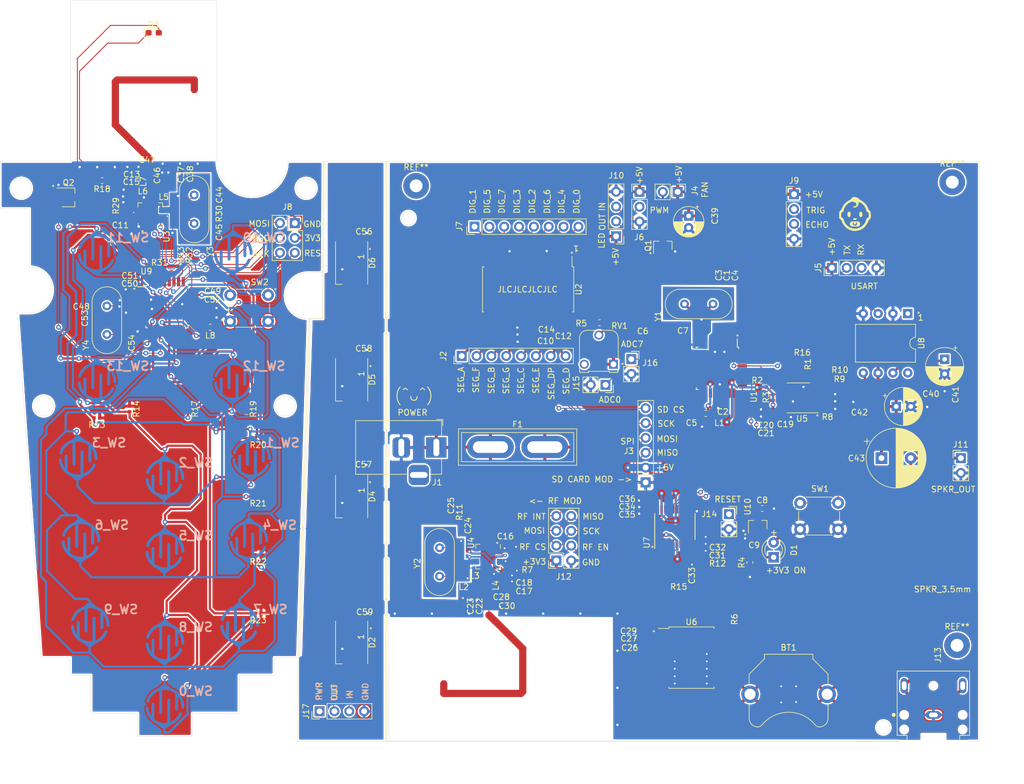
<source format=kicad_pcb>
(kicad_pcb (version 20171130) (host pcbnew "(5.1.6)-1")
  (layers (0 F.Cu signal) (31 B.Cu signal) (34 B.Paste user) (35 F.Paste user) (36 B.SilkS user) (37 F.SilkS user) (38 B.Mask user hide) (39 F.Mask user hide) (44 Edge.Cuts user))
  (net 0 "")
  (net 1 GND)
  (net 2 FAN_PWR)
  (net 3 /Microcontroller/AREF)
  (net 4 +3V3)
  (net 5 FAN_CTRL)
  (net 6 FAN_GND)
  (net 7 PEN_PWM)
  (net 8 uP_OSC1)
  (net 9 uP_OSC2)
  (net 10 LED_LOAD)
  (net 11 SS_RF_5V)
  (net 12 MOSI_5V)
  (net 13 MISO_5V)
  (net 14 SCK_5V)
  (net 15 AVCC)
  (net 16 "Net-(U1-Pad19)")
  (net 17 SDA_5V)
  (net 18 SCL_5V)
  (net 19 USART_RX)
  (net 20 USART_TX)
  (net 21 SS_RF_3V3)
  (net 22 SCK_3V3)
  (net 23 MOSI_3V3)
  (net 24 MISO_3V3)
  (net 25 "Net-(C25-Pad1)")
  (net 26 "Net-(C24-Pad2)")
  (net 27 VDD_PA)
  (net 28 ANT1)
  (net 29 ANT2)
  (net 30 "Net-(R7-Pad1)")
  (net 31 "Net-(C16-Pad1)")
  (net 32 "Net-(U6-Pad1)")
  (net 33 "Net-(U6-Pad3)")
  (net 34 "Net-(U6-Pad4)")
  (net 35 "Net-(BT1-Pad1)")
  (net 36 SDA_3V3)
  (net 37 SCL_3V3)
  (net 38 "Net-(C28-Pad2)")
  (net 39 LED_DATA_OUT)
  (net 40 LED_DATA_IN)
  (net 41 "Net-(D1-Pad1)")
  (net 42 "Net-(R5-Pad2)")
  (net 43 "Net-(U2-Pad24)")
  (net 44 "Net-(R8-Pad1)")
  (net 45 "Net-(R9-Pad1)")
  (net 46 "Net-(R10-Pad1)")
  (net 47 /Power/5V_IN)
  (net 48 DIG_7)
  (net 49 DIG_6)
  (net 50 DIG_5)
  (net 51 DIG_4)
  (net 52 DIG_3)
  (net 53 DIG_2)
  (net 54 DIG_1)
  (net 55 DIG_0)
  (net 56 SEG_DP)
  (net 57 SEG_G)
  (net 58 SEG_F)
  (net 59 SEG_E)
  (net 60 SEG_D)
  (net 61 SEG_C)
  (net 62 SEG_B)
  (net 63 SEG_A)
  (net 64 ECHO)
  (net 65 TRIG)
  (net 66 "Net-(R5-Pad1)")
  (net 67 "Net-(RV1-Pad3)")
  (net 68 RF_INT_5V)
  (net 69 RF_EN_5V)
  (net 70 RF_INT_3V3)
  (net 71 RF_EN_3V3)
  (net 72 "/Support ICs/RF_OUR_ANT2")
  (net 73 AUDIO_OUT)
  (net 74 SS_SD_CARD_5V)
  (net 75 "Net-(C41-Pad1)")
  (net 76 "Net-(C42-Pad1)")
  (net 77 SPKR_OUT)
  (net 78 "Net-(R16-Pad1)")
  (net 79 "Net-(U8-Pad8)")
  (net 80 "Net-(U8-Pad1)")
  (net 81 RESET)
  (net 82 ADC0)
  (net 83 ADC7)
  (net 84 "Net-(C11-Pad1)")
  (net 85 +3.3VP)
  (net 86 VDD_PA_2)
  (net 87 "Net-(C44-Pad2)")
  (net 88 "Net-(C45-Pad1)")
  (net 89 /Trasmitter2/RF_OUR_ANT2_2)
  (net 90 "Net-(C46-Pad2)")
  (net 91 ANT1_2)
  (net 92 ANT2_2)
  (net 93 "Net-(R29-Pad1)")
  (net 94 RF_EN_3V3_2)
  (net 95 SS_RF_3V3_2)
  (net 96 SCK_3V3_2)
  (net 97 MOSI_3V3_2)
  (net 98 MISO_3V3_2)
  (net 99 RF_INT_3V3_2)
  (net 100 AVCC_2)
  (net 101 uP_OSC1_2)
  (net 102 uP_OSC2_2)
  (net 103 "Net-(C49-Pad1)")
  (net 104 RESET_2)
  (net 105 SDA_2)
  (net 106 SCL_2)
  (net 107 "Net-(U9-Pad19)")
  (net 108 "Net-(U9-Pad22)")
  (net 109 USART_RX_2)
  (net 110 USART_TX_2)
  (net 111 CL1)
  (net 112 CL2)
  (net 113 CL3)
  (net 114 CL4)
  (net 115 RA1)
  (net 116 RA2)
  (net 117 RA3)
  (net 118 RA4)
  (net 119 "Net-(D2-Pad2)")
  (net 120 "Net-(U9-Pad2)")
  (net 121 LED_DATA2_IN)
  (net 122 "Net-(D3-Pad2)")
  (net 123 "Net-(D4-Pad2)")
  (net 124 "Net-(D5-Pad2)")
  (net 125 LED_DATA2_OUT)
  (net 126 "Net-(Q2-Pad2)")
  (net 127 "Net-(D3-Pad1)")
  (module Battery:BatteryHolder_Keystone_3001_1x12mm (layer F.Cu) (at 170.77436 143.86052)
    (fp_text reference BT1 (at 0 -8) (layer F.SilkS))
    (fp_text value Battery_Cell)
    (pad 1 thru_hole circle (at -6.6 0) (size 3 3) (drill 1.9) (layers *.Cu *.Mask) (net 35 "Net-(BT1-Pad1)"))
    (pad 1 thru_hole circle (at 6.6 0) (size 3 3) (drill 1.9) (layers *.Cu *.Mask) (net 35 "Net-(BT1-Pad1)"))
    (pad 2 smd rect (at 0 0) (size 4 4) (layers F.Cu F.Mask) (net 1 GND))
  )
  (module Potentiometer_THT:Potentiometer_Runtron_RM-065_Vertical (layer F.Cu) (at 140.8049 87.34552 180)
    (fp_text reference RV1 (at -1.04394 6.57606 180) (layer F.SilkS))
    (fp_text value R_POT_Small)
    (pad 3 thru_hole circle (at 5 0 180) (size 1.55 1.55) (drill 1) (layers *.Cu *.Mask) (net 67 "Net-(RV1-Pad3)"))
    (pad 1 thru_hole rect (at 0 0 180) (size 1.55 1.55) (drill 1) (layers *.Cu *.Mask) (net 2 FAN_PWR))
    (pad 2 thru_hole circle (at 2.5 5 180) (size 1.55 1.55) (drill 1) (layers *.Cu *.Mask) (net 66 "Net-(R5-Pad1)"))
  )
  (module LogoSilkscreen:Button_Test2 (layer B.Cu) (at 64.0201 135.0037 180)
    (fp_text reference SW_8 (at -5.29336 2.63652 180) (layer B.SilkS) (effects (font (size 1.524 1.524) (thickness 0.3)) (justify mirror)))
    (fp_text value SW_Push2)
    (fp_line (start -0.68072 1.1176) (end -0.67564 -2.80162) (layer B.Cu) (width 0.5))
    (fp_line (start 0.69596 2.69748) (end 0.69596 -1.03632) (layer B.Cu) (width 0.5))
    (fp_line (start 2.03454 0.3937) (end 2.03962 -2.09296) (layer B.Cu) (width 0.5))
    (fp_line (start -2.01676 2.04724) (end -2.0193 -0.46482) (layer B.Cu) (width 0.5))
    (fp_poly (pts (xy -1.2065 -2.91592) (xy 1.40462 -2.9083) (xy 0.4699 -3.66268) (xy -0.29972 -3.66268)) (layer B.Cu) (width 0.1))
    (fp_poly (pts (xy 1.28778 2.93878) (xy -1.32334 2.93116) (xy -0.38862 3.68554) (xy 0.381 3.68554)) (layer B.Cu) (width 0.1))
    (fp_arc (start 0.02967 -0.043123) (end -2.74147 -1.206443) (angle 153.2039161) (layer B.Cu) (width 0.5))
    (fp_arc (start -0.002889 0.000124) (end 2.93878 0.91186) (angle 164.2203647) (layer B.Cu) (width 0.5))
    (pad 2 connect oval (at 0.08382 -3.51282 90) (size 0.5 1) (layers B.Cu) (net 117 RA3))
    (pad 1 smd oval (at 0 3.54584 90) (size 0.5 1) (layers B.Cu B.Paste B.Mask) (net 112 CL2))
  )
  (module MountingHole:MountingHole_2.2mm_M2_Pad (layer F.Cu) (at 199.60082 135.47598)
    (fp_text reference REF** (at 0 -3.2) (layer F.SilkS))
    (fp_text value MountingHole_2.2mm_M2_Pad)
    (pad 1 thru_hole circle (at 0 0) (size 4.4 4.4) (drill 2.2) (layers *.Cu *.Mask))
  )
  (module LogoSilkscreen:Logo (layer F.Cu) (at 199.8345 70.17512)
    (fp_text reference G*** hide)
    (fp_text value LOGO hide)
  )
  (module Connector_Wire:SolderWirePad_1x01_SMD_1x2mm (layer F.Cu) (at 123.75134 94.14764 90)
    (fp_text reference REF** hide)
    (fp_text value SolderWirePad_1x01_SMD_1x2mm)
    (pad 1 smd roundrect (at 0 0 90) (size 1 2) (layers F.Cu F.Paste F.Mask) (net 2 FAN_PWR))
  )
  (module Connector_Wire:SolderWirePad_1x01_SMD_1x2mm (layer F.Cu) (at 123.71832 89.60104 90)
    (fp_text reference REF** hide)
    (fp_text value SolderWirePad_1x01_SMD_1x2mm)
    (pad 1 smd roundrect (at 0 0 90) (size 1 2) (layers F.Cu F.Paste F.Mask) (net 2 FAN_PWR))
  )
  (module MountingHole:MountingHole_2.2mm_M2_Pad (layer F.Cu) (at 107.02798 56.79694)
    (fp_text reference REF** (at 0 -3.2) (layer F.SilkS))
    (fp_text value MountingHole_2.2mm_M2_Pad)
    (pad 1 thru_hole circle (at 0 0) (size 4.4 4.4) (drill 2.2) (layers *.Cu *.Mask))
  )
  (module MountingHole:MountingHole_2.2mm_M2_Pad (layer F.Cu) (at 198.77532 56.16702)
    (fp_text reference REF** (at 0 -3.2) (layer F.SilkS))
    (fp_text value MountingHole_2.2mm_M2_Pad)
    (pad 1 thru_hole circle (at 0 0) (size 4.4 4.4) (drill 2.2) (layers *.Cu *.Mask))
  )
  (module Connector_PinSocket_2.54mm:PinSocket_1x02_P2.54mm_Vertical (layer F.Cu) (at 139.44854 90.87358 270)
    (fp_text reference J15 (at -0.21336 5.0165 90) (layer F.SilkS))
    (fp_text value Conn_01x02_Female)
    (pad 2 thru_hole oval (at 0 2.54 270) (size 1.7 1.7) (drill 1) (layers *.Cu *.Mask) (net 1 GND))
    (pad 1 thru_hole rect (at 0 0 270) (size 1.7 1.7) (drill 1) (layers *.Cu *.Mask) (net 82 ADC0))
  )
  (module Connector_PinSocket_2.54mm:PinSocket_1x02_P2.54mm_Vertical (layer F.Cu) (at 160.56102 113.02238)
    (fp_text reference J14 (at -3.3655 -0.01524) (layer F.SilkS))
    (fp_text value Conn_01x02_Female)
    (pad 1 thru_hole rect (at 0 0) (size 1.7 1.7) (drill 1) (layers *.Cu *.Mask) (net 81 RESET))
    (pad 2 thru_hole oval (at 0 2.54) (size 1.7 1.7) (drill 1) (layers *.Cu *.Mask) (net 1 GND))
  )
  (module Connector_PinSocket_2.54mm:PinSocket_1x06_P2.54mm_Vertical (layer F.Cu) (at 146.30908 107.5817 180)
    (fp_text reference J3 (at 2.8829 5.36448) (layer F.SilkS))
    (fp_text value Conn_01x06_Female)
    (pad 6 thru_hole oval (at 0 12.7 180) (size 1.7 1.7) (drill 1) (layers *.Cu *.Mask) (net 74 SS_SD_CARD_5V))
    (pad 5 thru_hole oval (at 0 10.16 180) (size 1.7 1.7) (drill 1) (layers *.Cu *.Mask) (net 14 SCK_5V))
    (pad 4 thru_hole oval (at 0 7.62 180) (size 1.7 1.7) (drill 1) (layers *.Cu *.Mask) (net 12 MOSI_5V))
    (pad 3 thru_hole oval (at 0 5.08 180) (size 1.7 1.7) (drill 1) (layers *.Cu *.Mask) (net 13 MISO_5V))
    (pad 2 thru_hole oval (at 0 2.54 180) (size 1.7 1.7) (drill 1) (layers *.Cu *.Mask) (net 2 FAN_PWR))
    (pad 1 thru_hole rect (at 0 0 180) (size 1.7 1.7) (drill 1) (layers *.Cu *.Mask) (net 1 GND))
  )
  (module Package_QFP:TQFP-32_7x7mm_P0.8mm (layer F.Cu) (at 158.59252 88.03894 270)
    (fp_text reference U1 (at 4.8895 -6.223 90) (layer F.SilkS))
    (fp_text value ATmega328P-AU)
    (pad 1 smd rect (at -4.25 -2.8 270) (size 1.6 0.55) (layers F.Cu F.Paste F.Mask) (net 73 AUDIO_OUT))
    (pad 2 smd rect (at -4.25 -2 270) (size 1.6 0.55) (layers F.Cu F.Paste F.Mask) (net 64 ECHO))
    (pad 3 smd rect (at -4.25 -1.2 270) (size 1.6 0.55) (layers F.Cu F.Paste F.Mask) (net 1 GND))
    (pad 4 smd rect (at -4.25 -0.4 270) (size 1.6 0.55) (layers F.Cu F.Paste F.Mask) (net 2 FAN_PWR))
    (pad 5 smd rect (at -4.25 0.4 270) (size 1.6 0.55) (layers F.Cu F.Paste F.Mask) (net 1 GND))
    (pad 6 smd rect (at -4.25 1.2 270) (size 1.6 0.55) (layers F.Cu F.Paste F.Mask) (net 2 FAN_PWR))
    (pad 7 smd rect (at -4.25 2 270) (size 1.6 0.55) (layers F.Cu F.Paste F.Mask) (net 8 uP_OSC1))
    (pad 8 smd rect (at -4.25 2.8 270) (size 1.6 0.55) (layers F.Cu F.Paste F.Mask) (net 9 uP_OSC2))
    (pad 9 smd rect (at -2.8 4.25) (size 1.6 0.55) (layers F.Cu F.Paste F.Mask) (net 5 FAN_CTRL))
    (pad 10 smd rect (at -2 4.25) (size 1.6 0.55) (layers F.Cu F.Paste F.Mask) (net 7 PEN_PWM))
    (pad 11 smd rect (at -1.2 4.25) (size 1.6 0.55) (layers F.Cu F.Paste F.Mask) (net 40 LED_DATA_IN))
    (pad 12 smd rect (at -0.4 4.25) (size 1.6 0.55) (layers F.Cu F.Paste F.Mask) (net 39 LED_DATA_OUT))
    (pad 13 smd rect (at 0.4 4.25) (size 1.6 0.55) (layers F.Cu F.Paste F.Mask) (net 10 LED_LOAD))
    (pad 14 smd rect (at 1.2 4.25) (size 1.6 0.55) (layers F.Cu F.Paste F.Mask) (net 74 SS_SD_CARD_5V))
    (pad 15 smd rect (at 2 4.25) (size 1.6 0.55) (layers F.Cu F.Paste F.Mask) (net 12 MOSI_5V))
    (pad 16 smd rect (at 2.8 4.25) (size 1.6 0.55) (layers F.Cu F.Paste F.Mask) (net 13 MISO_5V))
    (pad 17 smd rect (at 4.25 2.8 270) (size 1.6 0.55) (layers F.Cu F.Paste F.Mask) (net 14 SCK_5V))
    (pad 18 smd rect (at 4.25 2 270) (size 1.6 0.55) (layers F.Cu F.Paste F.Mask) (net 15 AVCC))
    (pad 19 smd rect (at 4.25 1.2 270) (size 1.6 0.55) (layers F.Cu F.Paste F.Mask) (net 16 "Net-(U1-Pad19)"))
    (pad 20 smd rect (at 4.25 0.4 270) (size 1.6 0.55) (layers F.Cu F.Paste F.Mask) (net 3 /Microcontroller/AREF))
    (pad 21 smd rect (at 4.25 -0.4 270) (size 1.6 0.55) (layers F.Cu F.Paste F.Mask) (net 1 GND))
    (pad 22 smd rect (at 4.25 -1.2 270) (size 1.6 0.55) (layers F.Cu F.Paste F.Mask) (net 83 ADC7))
    (pad 23 smd rect (at 4.25 -2 270) (size 1.6 0.55) (layers F.Cu F.Paste F.Mask) (net 82 ADC0))
    (pad 24 smd rect (at 4.25 -2.8 270) (size 1.6 0.55) (layers F.Cu F.Paste F.Mask) (net 11 SS_RF_5V))
    (pad 25 smd rect (at 2.8 -4.25) (size 1.6 0.55) (layers F.Cu F.Paste F.Mask) (net 69 RF_EN_5V))
    (pad 26 smd rect (at 2 -4.25) (size 1.6 0.55) (layers F.Cu F.Paste F.Mask) (net 68 RF_INT_5V))
    (pad 27 smd rect (at 1.2 -4.25) (size 1.6 0.55) (layers F.Cu F.Paste F.Mask) (net 17 SDA_5V))
    (pad 28 smd rect (at 0.4 -4.25) (size 1.6 0.55) (layers F.Cu F.Paste F.Mask) (net 18 SCL_5V))
    (pad 29 smd rect (at -0.4 -4.25) (size 1.6 0.55) (layers F.Cu F.Paste F.Mask) (net 81 RESET))
    (pad 30 smd rect (at -1.2 -4.25) (size 1.6 0.55) (layers F.Cu F.Paste F.Mask) (net 19 USART_RX))
    (pad 31 smd rect (at -2 -4.25) (size 1.6 0.55) (layers F.Cu F.Paste F.Mask) (net 20 USART_TX))
    (pad 32 smd rect (at -2.8 -4.25) (size 1.6 0.55) (layers F.Cu F.Paste F.Mask) (net 65 TRIG))
  )
  (module Connector_PinSocket_2.54mm:PinSocket_2x04_P2.54mm_Vertical (layer F.Cu) (at 131.02336 120.95226 180)
    (fp_text reference J12 (at -1.27 -2.77) (layer F.SilkS))
    (fp_text value Conn_02x04)
    (pad 8 thru_hole oval (at -2.54 7.62 180) (size 1.7 1.7) (drill 1) (layers *.Cu *.Mask) (net 24 MISO_3V3))
    (pad 7 thru_hole oval (at 0 7.62 180) (size 1.7 1.7) (drill 1) (layers *.Cu *.Mask) (net 70 RF_INT_3V3))
    (pad 6 thru_hole oval (at -2.54 5.08 180) (size 1.7 1.7) (drill 1) (layers *.Cu *.Mask) (net 22 SCK_3V3))
    (pad 5 thru_hole oval (at 0 5.08 180) (size 1.7 1.7) (drill 1) (layers *.Cu *.Mask) (net 23 MOSI_3V3))
    (pad 4 thru_hole oval (at -2.54 2.54 180) (size 1.7 1.7) (drill 1) (layers *.Cu *.Mask) (net 71 RF_EN_3V3))
    (pad 3 thru_hole oval (at 0 2.54 180) (size 1.7 1.7) (drill 1) (layers *.Cu *.Mask) (net 21 SS_RF_3V3))
    (pad 2 thru_hole oval (at -2.54 0 180) (size 1.7 1.7) (drill 1) (layers *.Cu *.Mask) (net 1 GND))
    (pad 1 thru_hole rect (at 0 0 180) (size 1.7 1.7) (drill 1) (layers *.Cu *.Mask) (net 4 +3V3))
  )
  (module Package_DIP:DIP-8_W10.16mm (layer F.Cu) (at 191.16802 78.67142 270)
    (fp_text reference U8 (at 5.08 -2.33 90) (layer F.SilkS))
    (fp_text value LM386)
    (pad 8 thru_hole oval (at 10.16 0 270) (size 1.6 1.6) (drill 0.8) (layers *.Cu *.Mask) (net 79 "Net-(U8-Pad8)"))
    (pad 4 thru_hole oval (at 0 7.62 270) (size 1.6 1.6) (drill 0.8) (layers *.Cu *.Mask) (net 1 GND))
    (pad 7 thru_hole oval (at 10.16 2.54 270) (size 1.6 1.6) (drill 0.8) (layers *.Cu *.Mask) (net 75 "Net-(C41-Pad1)"))
    (pad 3 thru_hole oval (at 0 5.08 270) (size 1.6 1.6) (drill 0.8) (layers *.Cu *.Mask) (net 78 "Net-(R16-Pad1)"))
    (pad 6 thru_hole oval (at 10.16 5.08 270) (size 1.6 1.6) (drill 0.8) (layers *.Cu *.Mask) (net 2 FAN_PWR))
    (pad 2 thru_hole oval (at 0 2.54 270) (size 1.6 1.6) (drill 0.8) (layers *.Cu *.Mask) (net 1 GND))
    (pad 5 thru_hole oval (at 10.16 7.62 270) (size 1.6 1.6) (drill 0.8) (layers *.Cu *.Mask) (net 76 "Net-(C42-Pad1)"))
    (pad 1 thru_hole rect (at 0 0 270) (size 1.6 1.6) (drill 0.8) (layers *.Cu *.Mask) (net 80 "Net-(U8-Pad1)"))
  )
  (module ProjectFootprint:CUI_SJ1-3523N (layer F.Cu) (at 195.5546 147.39366 90)
    (fp_text reference J13 (at 10.24128 0.75946 90) (layer F.SilkS) (effects (font (size 1.000402 1.000402))))
    (fp_text value SJ1-3523N)
    (fp_line (start -4.5 -6) (end -4.5 -2) (layer Edge.Cuts) (width 0.0001))
    (fp_line (start -4.5 -2) (end -3.3 -2) (layer Edge.Cuts) (width 0.0001))
    (fp_line (start -3.3 -2) (end -3.3 2) (layer Edge.Cuts) (width 0.0001))
    (fp_line (start -3.3 2) (end -4.5 2) (layer Edge.Cuts) (width 0.0001))
    (fp_line (start -4.5 2) (end -4.5 6) (layer Edge.Cuts) (width 0.0001))
    (pad 1 thru_hole oval (at 0 0 90) (size 1.308 2.616) (drill oval 0.8 1.5) (layers *.Cu *.Mask) (net 1 GND))
    (pad 2 thru_hole oval (at 5 5 90) (size 2.616 1.308) (drill oval 1.5 0.8) (layers *.Cu *.Mask) (net 77 SPKR_OUT))
    (pad 3 thru_hole oval (at 5 -5 90) (size 2.616 1.308) (drill oval 1.5 0.8) (layers *.Cu *.Mask) (net 77 SPKR_OUT))
    (pad None np_thru_hole circle (at -2.5 -5 90) (size 1.2 1.2) (drill 1.2) (layers *.Cu *.Mask))
    (pad None np_thru_hole circle (at 0 -5 90) (size 1.2 1.2) (drill 1.2) (layers *.Cu *.Mask))
    (pad None np_thru_hole circle (at 5 0 90) (size 1.2 1.2) (drill 1.2) (layers *.Cu *.Mask))
    (pad None np_thru_hole circle (at -2.5 5 90) (size 1.2 1.2) (drill 1.2) (layers *.Cu *.Mask))
    (pad None np_thru_hole circle (at 0 5 90) (size 1.2 1.2) (drill 1.2) (layers *.Cu *.Mask))
  )
  (module Resistor_SMD:R_0402_1005Metric (layer F.Cu) (at 173.12386 84.02574 180)
    (fp_text reference R16 (at 0.00254 -1.3208) (layer F.SilkS))
    (fp_text value 1k)
    (pad 2 smd roundrect (at 0.485 0 180) (size 0.59 0.64) (layers F.Cu F.Paste F.Mask) (net 73 AUDIO_OUT))
    (pad 1 smd roundrect (at -0.485 0 180) (size 0.59 0.64) (layers F.Cu F.Paste F.Mask) (net 78 "Net-(R16-Pad1)"))
  )
  (module Connector_PinHeader_2.54mm:PinHeader_1x02_P2.54mm_Vertical (layer F.Cu) (at 200.24852 103.42372)
    (fp_text reference J11 (at 0 -2.33) (layer F.SilkS))
    (fp_text value Conn_01x02)
    (pad 2 thru_hole oval (at 0 2.54) (size 1.7 1.7) (drill 1) (layers *.Cu *.Mask) (net 1 GND))
    (pad 1 thru_hole rect (at 0 0) (size 1.7 1.7) (drill 1) (layers *.Cu *.Mask) (net 77 SPKR_OUT))
  )
  (module Capacitor_THT:CP_Radial_D10.0mm_P5.00mm (layer F.Cu) (at 186.6646 103.41864)
    (fp_text reference C43 (at -4.2672 0.03302) (layer F.SilkS))
    (fp_text value 1000u)
    (pad 2 thru_hole circle (at 5 0) (size 2 2) (drill 1) (layers *.Cu *.Mask) (net 77 SPKR_OUT))
    (pad 1 thru_hole rect (at 0 0) (size 2 2) (drill 1) (layers *.Cu *.Mask) (net 76 "Net-(C42-Pad1)"))
  )
  (module Capacitor_SMD:C_0402_1005Metric (layer F.Cu) (at 183.3372 93.76664 180)
    (fp_text reference C42 (at 0.4318 -1.8288) (layer F.SilkS))
    (fp_text value .1u)
    (pad 2 smd roundrect (at 0.485 0 180) (size 0.59 0.64) (layers F.Cu F.Paste F.Mask) (net 1 GND))
    (pad 1 smd roundrect (at -0.485 0 180) (size 0.59 0.64) (layers F.Cu F.Paste F.Mask) (net 76 "Net-(C42-Pad1)"))
  )
  (module Capacitor_THT:CP_Radial_D6.3mm_P2.50mm (layer F.Cu) (at 197.47738 86.4997 270)
    (fp_text reference C41 (at 6.04266 -1.85928 90) (layer F.SilkS))
    (fp_text value 100u)
    (pad 2 thru_hole circle (at 2.5 0 270) (size 1.6 1.6) (drill 0.8) (layers *.Cu *.Mask) (net 1 GND))
    (pad 1 thru_hole rect (at 0 0 270) (size 1.6 1.6) (drill 0.8) (layers *.Cu *.Mask) (net 75 "Net-(C41-Pad1)"))
  )
  (module Capacitor_THT:CP_Radial_D6.3mm_P2.50mm (layer F.Cu) (at 189.1792 94.57944)
    (fp_text reference C40 (at 5.94868 -2.159) (layer F.SilkS))
    (fp_text value 100u)
    (pad 2 thru_hole circle (at 2.5 0) (size 1.6 1.6) (drill 0.8) (layers *.Cu *.Mask) (net 1 GND))
    (pad 1 thru_hole rect (at 0 0) (size 1.6 1.6) (drill 0.8) (layers *.Cu *.Mask) (net 2 FAN_PWR))
  )
  (module Connector_PinHeader_2.54mm:PinHeader_1x08_P2.54mm_Vertical (layer F.Cu) (at 117.02288 63.78448 90)
    (fp_text reference J7 (at 0.0508 -2.59588 90) (layer F.SilkS))
    (fp_text value Conn_01x08)
    (pad 8 thru_hole oval (at 0 17.78 90) (size 1.7 1.7) (drill 1) (layers *.Cu *.Mask) (net 55 DIG_0))
    (pad 7 thru_hole oval (at 0 15.24 90) (size 1.7 1.7) (drill 1) (layers *.Cu *.Mask) (net 51 DIG_4))
    (pad 6 thru_hole oval (at 0 12.7 90) (size 1.7 1.7) (drill 1) (layers *.Cu *.Mask) (net 49 DIG_6))
    (pad 5 thru_hole oval (at 0 10.16 90) (size 1.7 1.7) (drill 1) (layers *.Cu *.Mask) (net 53 DIG_2))
    (pad 4 thru_hole oval (at 0 7.62 90) (size 1.7 1.7) (drill 1) (layers *.Cu *.Mask) (net 52 DIG_3))
    (pad 3 thru_hole oval (at 0 5.08 90) (size 1.7 1.7) (drill 1) (layers *.Cu *.Mask) (net 48 DIG_7))
    (pad 2 thru_hole oval (at 0 2.54 90) (size 1.7 1.7) (drill 1) (layers *.Cu *.Mask) (net 50 DIG_5))
    (pad 1 thru_hole rect (at 0 0 90) (size 1.7 1.7) (drill 1) (layers *.Cu *.Mask) (net 54 DIG_1))
  )
  (module Connector_PinHeader_2.54mm:PinHeader_1x08_P2.54mm_Vertical (layer F.Cu) (at 114.83086 85.93074 90)
    (fp_text reference J2 (at -0.0127 -3.13182 90) (layer F.SilkS))
    (fp_text value Conn_01x08)
    (pad 8 thru_hole oval (at 0 17.78 90) (size 1.7 1.7) (drill 1) (layers *.Cu *.Mask) (net 60 SEG_D))
    (pad 7 thru_hole oval (at 0 15.24 90) (size 1.7 1.7) (drill 1) (layers *.Cu *.Mask) (net 56 SEG_DP))
    (pad 6 thru_hole oval (at 0 12.7 90) (size 1.7 1.7) (drill 1) (layers *.Cu *.Mask) (net 59 SEG_E))
    (pad 5 thru_hole oval (at 0 10.16 90) (size 1.7 1.7) (drill 1) (layers *.Cu *.Mask) (net 61 SEG_C))
    (pad 4 thru_hole oval (at 0 7.62 90) (size 1.7 1.7) (drill 1) (layers *.Cu *.Mask) (net 57 SEG_G))
    (pad 3 thru_hole oval (at 0 5.08 90) (size 1.7 1.7) (drill 1) (layers *.Cu *.Mask) (net 62 SEG_B))
    (pad 2 thru_hole oval (at 0 2.54 90) (size 1.7 1.7) (drill 1) (layers *.Cu *.Mask) (net 58 SEG_F))
    (pad 1 thru_hole rect (at 0 0 90) (size 1.7 1.7) (drill 1) (layers *.Cu *.Mask) (net 63 SEG_A))
  )
  (module Button_Switch_THT:SW_PUSH_6mm_H5mm (layer F.Cu) (at 172.74286 111.0996)
    (fp_text reference SW1 (at 3.40374 -2.42316) (layer F.SilkS))
    (fp_text value SW_Push)
    (pad 1 thru_hole circle (at 6.5 0 90) (size 2 2) (drill 1.1) (layers *.Cu *.Mask) (net 81 RESET))
    (pad 2 thru_hole circle (at 6.5 4.5 90) (size 2 2) (drill 1.1) (layers *.Cu *.Mask) (net 1 GND))
    (pad 1 thru_hole circle (at 0 0 90) (size 2 2) (drill 1.1) (layers *.Cu *.Mask) (net 81 RESET))
    (pad 2 thru_hole circle (at 0 4.5 90) (size 2 2) (drill 1.1) (layers *.Cu *.Mask) (net 1 GND))
  )
  (module Connector_PinHeader_2.54mm:PinHeader_1x04_P2.54mm_Vertical (layer F.Cu) (at 141.2494 65.4304 180)
    (fp_text reference J10 (at -0.04064 10.39622) (layer F.SilkS))
    (fp_text value Conn_01x04_Male)
    (pad 4 thru_hole oval (at 0 7.62 180) (size 1.7 1.7) (drill 1) (layers *.Cu *.Mask) (net 1 GND))
    (pad 3 thru_hole oval (at 0 5.08 180) (size 1.7 1.7) (drill 1) (layers *.Cu *.Mask) (net 40 LED_DATA_IN))
    (pad 2 thru_hole oval (at 0 2.54 180) (size 1.7 1.7) (drill 1) (layers *.Cu *.Mask) (net 39 LED_DATA_OUT))
    (pad 1 thru_hole rect (at 0 0 180) (size 1.7 1.7) (drill 1) (layers *.Cu *.Mask) (net 2 FAN_PWR))
  )
  (module Connector_PinHeader_2.54mm:PinHeader_1x04_P2.54mm_Vertical (layer F.Cu) (at 171.704 58.2422)
    (fp_text reference J9 (at 0 -2.33) (layer F.SilkS))
    (fp_text value Conn_01x04)
    (pad 4 thru_hole oval (at 0 7.62) (size 1.7 1.7) (drill 1) (layers *.Cu *.Mask) (net 1 GND))
    (pad 3 thru_hole oval (at 0 5.08) (size 1.7 1.7) (drill 1) (layers *.Cu *.Mask) (net 64 ECHO))
    (pad 2 thru_hole oval (at 0 2.54) (size 1.7 1.7) (drill 1) (layers *.Cu *.Mask) (net 65 TRIG))
    (pad 1 thru_hole rect (at 0 0) (size 1.7 1.7) (drill 1) (layers *.Cu *.Mask) (net 2 FAN_PWR))
  )
  (module Capacitor_THT:CP_Radial_D5.0mm_P2.00mm (layer F.Cu) (at 153.67 61.9572 270)
    (fp_text reference C39 (at 0 -4.4958 90) (layer F.SilkS))
    (fp_text value CP_Small)
    (pad 2 thru_hole circle (at 2 0 270) (size 1.6 1.6) (drill 0.8) (layers *.Cu *.Mask) (net 1 GND))
    (pad 1 thru_hole rect (at 0 0 270) (size 1.6 1.6) (drill 0.8) (layers *.Cu *.Mask) (net 2 FAN_PWR))
  )
  (module Capacitor_SMD:C_0402_1005Metric (layer F.Cu) (at 159.79902 81.62544 270)
    (fp_text reference C1 (at -9.48944 -0.3937 90) (layer F.SilkS))
    (fp_text value .1u)
    (pad 2 smd roundrect (at 0.485 0 270) (size 0.59 0.64) (layers F.Cu F.Paste F.Mask) (net 1 GND))
    (pad 1 smd roundrect (at -0.485 0 270) (size 0.59 0.64) (layers F.Cu F.Paste F.Mask) (net 2 FAN_PWR))
  )
  (module Capacitor_SMD:C_0402_1005Metric (layer F.Cu) (at 158.5849 93.8784)
    (fp_text reference C2 (at 0.9144 1.6129) (layer F.SilkS))
    (fp_text value .1u)
    (pad 2 smd roundrect (at 0.485 0) (size 0.59 0.64) (layers F.Cu F.Paste F.Mask) (net 1 GND))
    (pad 1 smd roundrect (at -0.485 0) (size 0.59 0.64) (layers F.Cu F.Paste F.Mask) (net 3 /Microcontroller/AREF))
  )
  (module Capacitor_SMD:C_0402_1005Metric (layer F.Cu) (at 158.68904 81.61528 270)
    (fp_text reference C3 (at -9.4996 -0.14732 90) (layer F.SilkS))
    (fp_text value .01u)
    (pad 1 smd roundrect (at -0.485 0 270) (size 0.59 0.64) (layers F.Cu F.Paste F.Mask) (net 2 FAN_PWR))
    (pad 2 smd roundrect (at 0.485 0 270) (size 0.59 0.64) (layers F.Cu F.Paste F.Mask) (net 1 GND))
  )
  (module Capacitor_SMD:C_0402_1005Metric (layer F.Cu) (at 160.86582 81.22412 270)
    (fp_text reference C4 (at -9.07796 -0.75184 90) (layer F.SilkS))
    (fp_text value 1u)
    (pad 1 smd roundrect (at -0.485 0 270) (size 0.59 0.64) (layers F.Cu F.Paste F.Mask) (net 2 FAN_PWR))
    (pad 2 smd roundrect (at 0.485 0 270) (size 0.59 0.64) (layers F.Cu F.Paste F.Mask) (net 1 GND))
  )
  (module Capacitor_SMD:C_0402_1005Metric (layer F.Cu) (at 125.70206 83.52282 180)
    (fp_text reference C10 (at -3.48488 0.15494) (layer F.SilkS))
    (fp_text value .1u)
    (pad 1 smd roundrect (at -0.485 0 180) (size 0.59 0.64) (layers F.Cu F.Paste F.Mask) (net 2 FAN_PWR))
    (pad 2 smd roundrect (at 0.485 0 180) (size 0.59 0.64) (layers F.Cu F.Paste F.Mask) (net 1 GND))
  )
  (module Capacitor_SMD:C_0402_1005Metric (layer F.Cu) (at 125.70206 82.26552 180)
    (fp_text reference C12 (at -6.51256 -0.25654) (layer F.SilkS))
    (fp_text value .01u)
    (pad 2 smd roundrect (at 0.485 0 180) (size 0.59 0.64) (layers F.Cu F.Paste F.Mask) (net 1 GND))
    (pad 1 smd roundrect (at -0.485 0 180) (size 0.59 0.64) (layers F.Cu F.Paste F.Mask) (net 2 FAN_PWR))
  )
  (module Capacitor_SMD:C_0402_1005Metric (layer F.Cu) (at 125.66396 81.03362 180)
    (fp_text reference C14 (at -3.66522 -0.36322) (layer F.SilkS))
    (fp_text value 1u)
    (pad 1 smd roundrect (at -0.485 0 180) (size 0.59 0.64) (layers F.Cu F.Paste F.Mask) (net 2 FAN_PWR))
    (pad 2 smd roundrect (at 0.485 0 180) (size 0.59 0.64) (layers F.Cu F.Paste F.Mask) (net 1 GND))
  )
  (module Capacitor_SMD:C_0402_1005Metric (layer F.Cu) (at 122.0446 124.5362)
    (fp_text reference C17 (at 3.44918 1.68148) (layer F.SilkS))
    (fp_text value 10n)
    (pad 1 smd roundrect (at -0.485 0) (size 0.59 0.64) (layers F.Cu F.Paste F.Mask) (net 4 +3V3))
    (pad 2 smd roundrect (at 0.485 0) (size 0.59 0.64) (layers F.Cu F.Paste F.Mask) (net 1 GND))
  )
  (module Capacitor_SMD:C_0402_1005Metric (layer F.Cu) (at 122.0446 123.5202)
    (fp_text reference C18 (at 3.44918 1.23444) (layer F.SilkS))
    (fp_text value 1n)
    (pad 2 smd roundrect (at 0.485 0) (size 0.59 0.64) (layers F.Cu F.Paste F.Mask) (net 1 GND))
    (pad 1 smd roundrect (at -0.485 0) (size 0.59 0.64) (layers F.Cu F.Paste F.Mask) (net 4 +3V3))
  )
  (module Capacitor_SMD:C_0402_1005Metric (layer F.Cu) (at 169.77106 96.41078)
    (fp_text reference C19 (at 0.4445 1.2065) (layer F.SilkS))
    (fp_text value .1u)
    (pad 2 smd roundrect (at 0.485 0) (size 0.59 0.64) (layers F.Cu F.Paste F.Mask) (net 1 GND))
    (pad 1 smd roundrect (at -0.485 0) (size 0.59 0.64) (layers F.Cu F.Paste F.Mask) (net 2 FAN_PWR))
  )
  (module Capacitor_SMD:C_0402_1005Metric (layer F.Cu) (at 167.48506 95.07728 180)
    (fp_text reference C20 (at 0.64262 -2.72288) (layer F.SilkS))
    (fp_text value .01u)
    (pad 1 smd roundrect (at -0.485 0 180) (size 0.59 0.64) (layers F.Cu F.Paste F.Mask) (net 2 FAN_PWR))
    (pad 2 smd roundrect (at 0.485 0 180) (size 0.59 0.64) (layers F.Cu F.Paste F.Mask) (net 1 GND))
  )
  (module Capacitor_SMD:C_0402_1005Metric (layer F.Cu) (at 167.48506 96.28378 180)
    (fp_text reference C21 (at 0.5715 -2.86766) (layer F.SilkS))
    (fp_text value 1u)
    (pad 2 smd roundrect (at 0.485 0 180) (size 0.59 0.64) (layers F.Cu F.Paste F.Mask) (net 1 GND))
    (pad 1 smd roundrect (at -0.485 0 180) (size 0.59 0.64) (layers F.Cu F.Paste F.Mask) (net 2 FAN_PWR))
  )
  (module Capacitor_SMD:C_0402_1005Metric (layer F.Cu) (at 146.12112 135.45312 180)
    (fp_text reference C26 (at 2.54 -0.4445) (layer F.SilkS))
    (fp_text value .1u)
    (pad 2 smd roundrect (at 0.485 0 180) (size 0.59 0.64) (layers F.Cu F.Paste F.Mask) (net 1 GND))
    (pad 1 smd roundrect (at -0.485 0 180) (size 0.59 0.64) (layers F.Cu F.Paste F.Mask) (net 4 +3V3))
  )
  (module Capacitor_SMD:C_0402_1005Metric (layer F.Cu) (at 146.12112 134.24662 180)
    (fp_text reference C27 (at 2.667 -0.0635) (layer F.SilkS))
    (fp_text value .01u)
    (pad 1 smd roundrect (at -0.485 0 180) (size 0.59 0.64) (layers F.Cu F.Paste F.Mask) (net 4 +3V3))
    (pad 2 smd roundrect (at 0.485 0 180) (size 0.59 0.64) (layers F.Cu F.Paste F.Mask) (net 1 GND))
  )
  (module Capacitor_SMD:C_0402_1005Metric (layer F.Cu) (at 146.12112 133.04012 180)
    (fp_text reference C29 (at 2.7305 0) (layer F.SilkS))
    (fp_text value 1u)
    (pad 2 smd roundrect (at 0.485 0 180) (size 0.59 0.64) (layers F.Cu F.Paste F.Mask) (net 1 GND))
    (pad 1 smd roundrect (at -0.485 0 180) (size 0.59 0.64) (layers F.Cu F.Paste F.Mask) (net 4 +3V3))
  )
  (module Capacitor_SMD:C_0402_1005Metric (layer F.Cu) (at 156.09316 118.07952)
    (fp_text reference C31 (at 2.5019 1.99898) (layer F.SilkS))
    (fp_text value .1u)
    (pad 2 smd roundrect (at 0.485 0) (size 0.59 0.64) (layers F.Cu F.Paste F.Mask) (net 1 GND))
    (pad 1 smd roundrect (at -0.485 0) (size 0.59 0.64) (layers F.Cu F.Paste F.Mask) (net 4 +3V3))
  )
  (module Capacitor_SMD:C_0402_1005Metric (layer F.Cu) (at 156.09316 116.91112)
    (fp_text reference C32 (at 2.52476 1.8034) (layer F.SilkS))
    (fp_text value .01u)
    (pad 1 smd roundrect (at -0.485 0) (size 0.59 0.64) (layers F.Cu F.Paste F.Mask) (net 4 +3V3))
    (pad 2 smd roundrect (at 0.485 0) (size 0.59 0.64) (layers F.Cu F.Paste F.Mask) (net 1 GND))
  )
  (module Capacitor_SMD:C_0402_1005Metric (layer F.Cu) (at 154.21864 120.32488 270)
    (fp_text reference C33 (at 3.2004 -0.0127 90) (layer F.SilkS))
    (fp_text value 1u)
    (pad 2 smd roundrect (at 0.485 0 270) (size 0.59 0.64) (layers F.Cu F.Paste F.Mask) (net 1 GND))
    (pad 1 smd roundrect (at -0.485 0 270) (size 0.59 0.64) (layers F.Cu F.Paste F.Mask) (net 4 +3V3))
  )
  (module Capacitor_SMD:C_0402_1005Metric (layer F.Cu) (at 146.69262 111.8108 180)
    (fp_text reference C34 (at 3.556 0.06604) (layer F.SilkS))
    (fp_text value .1u)
    (pad 1 smd roundrect (at -0.485 0 180) (size 0.59 0.64) (layers F.Cu F.Paste F.Mask) (net 2 FAN_PWR))
    (pad 2 smd roundrect (at 0.485 0 180) (size 0.59 0.64) (layers F.Cu F.Paste F.Mask) (net 1 GND))
  )
  (module Capacitor_SMD:C_0402_1005Metric (layer F.Cu) (at 146.69516 112.90046 180)
    (fp_text reference C35 (at 3.57378 -0.18288) (layer F.SilkS))
    (fp_text value .01u)
    (pad 2 smd roundrect (at 0.485 0 180) (size 0.59 0.64) (layers F.Cu F.Paste F.Mask) (net 1 GND))
    (pad 1 smd roundrect (at -0.485 0 180) (size 0.59 0.64) (layers F.Cu F.Paste F.Mask) (net 2 FAN_PWR))
  )
  (module Capacitor_SMD:C_0402_1005Metric (layer F.Cu) (at 146.69516 110.71098 180)
    (fp_text reference C36 (at 3.5433 0.28956) (layer F.SilkS))
    (fp_text value 1u)
    (pad 1 smd roundrect (at -0.485 0 180) (size 0.59 0.64) (layers F.Cu F.Paste F.Mask) (net 2 FAN_PWR))
    (pad 2 smd roundrect (at 0.485 0 180) (size 0.59 0.64) (layers F.Cu F.Paste F.Mask) (net 1 GND))
  )
  (module Package_TO_SOT_SMD:SOT-23 (layer F.Cu) (at 149.2504 67.0306 90)
    (fp_text reference Q1 (at 0 -2.5 90) (layer F.SilkS))
    (fp_text value Si2301CDS)
    (pad 1 smd rect (at -1 -0.95 90) (size 0.9 0.8) (layers F.Cu F.Paste F.Mask) (net 5 FAN_CTRL))
    (pad 2 smd rect (at -1 0.95 90) (size 0.9 0.8) (layers F.Cu F.Paste F.Mask) (net 1 GND))
    (pad 3 smd rect (at 1 0 90) (size 0.9 0.8) (layers F.Cu F.Paste F.Mask) (net 6 FAN_GND))
  )
  (module Package_DFN_QFN:QFN-20-1EP_4x4mm_P0.5mm_EP2.5x2.5mm (layer F.Cu) (at 119.34444 120.28424 270)
    (fp_text reference U4 (at -2.35458 2.9083 90) (layer F.SilkS))
    (fp_text value nRF24L01P)
    (pad 21 smd roundrect (at 0 0 270) (size 2.5 2.5) (layers F.Cu F.Mask) (roundrect_rratio 0.1))
    (pad 1 smd roundrect (at -1.9375 -1 270) (size 0.825 0.25) (layers F.Cu F.Paste F.Mask) (net 71 RF_EN_3V3))
    (pad 2 smd roundrect (at -1.9375 -0.5 270) (size 0.825 0.25) (layers F.Cu F.Paste F.Mask) (net 21 SS_RF_3V3))
    (pad 3 smd roundrect (at -1.9375 0 270) (size 0.825 0.25) (layers F.Cu F.Paste F.Mask) (net 22 SCK_3V3))
    (pad 4 smd roundrect (at -1.9375 0.5 270) (size 0.825 0.25) (layers F.Cu F.Paste F.Mask) (net 23 MOSI_3V3))
    (pad 5 smd roundrect (at -1.9375 1 270) (size 0.825 0.25) (layers F.Cu F.Paste F.Mask) (net 24 MISO_3V3))
    (pad 6 smd roundrect (at -1 1.9375 270) (size 0.25 0.825) (layers F.Cu F.Paste F.Mask) (net 70 RF_INT_3V3))
    (pad 7 smd roundrect (at -0.5 1.9375 270) (size 0.25 0.825) (layers F.Cu F.Paste F.Mask) (net 4 +3V3))
    (pad 8 smd roundrect (at 0 1.9375 270) (size 0.25 0.825) (layers F.Cu F.Paste F.Mask) (net 1 GND))
    (pad 9 smd roundrect (at 0.5 1.9375 270) (size 0.25 0.825) (layers F.Cu F.Paste F.Mask) (net 25 "Net-(C25-Pad1)"))
    (pad 10 smd roundrect (at 1 1.9375 270) (size 0.25 0.825) (layers F.Cu F.Paste F.Mask) (net 26 "Net-(C24-Pad2)"))
    (pad 11 smd roundrect (at 1.9375 1 270) (size 0.825 0.25) (layers F.Cu F.Paste F.Mask) (net 27 VDD_PA))
    (pad 12 smd roundrect (at 1.9375 0.5 270) (size 0.825 0.25) (layers F.Cu F.Paste F.Mask) (net 28 ANT1))
    (pad 13 smd roundrect (at 1.9375 0 270) (size 0.825 0.25) (layers F.Cu F.Paste F.Mask) (net 29 ANT2))
    (pad 14 smd roundrect (at 1.9375 -0.5 270) (size 0.825 0.25) (layers F.Cu F.Paste F.Mask) (net 1 GND))
    (pad 15 smd roundrect (at 1.9375 -1 270) (size 0.825 0.25) (layers F.Cu F.Paste F.Mask) (net 4 +3V3))
    (pad 16 smd roundrect (at 1 -1.9375 270) (size 0.25 0.825) (layers F.Cu F.Paste F.Mask) (net 30 "Net-(R7-Pad1)"))
    (pad 17 smd roundrect (at 0.5 -1.9375 270) (size 0.25 0.825) (layers F.Cu F.Paste F.Mask) (net 1 GND))
    (pad 18 smd roundrect (at 0 -1.9375 270) (size 0.25 0.825) (layers F.Cu F.Paste F.Mask) (net 4 +3V3))
    (pad 19 smd roundrect (at -0.5 -1.9375 270) (size 0.25 0.825) (layers F.Cu F.Paste F.Mask) (net 31 "Net-(C16-Pad1)"))
    (pad 20 smd roundrect (at -1 -1.9375 270) (size 0.25 0.825) (layers F.Cu F.Paste F.Mask) (net 1 GND))
  )
  (module Package_SO:SOIC-16W_7.5x10.3mm_P1.27mm (layer F.Cu) (at 154.1526 137.58672)
    (fp_text reference U6 (at 0 -6.1) (layer F.SilkS))
    (fp_text value DS3231M)
    (pad 1 smd roundrect (at -4.65 -4.445) (size 2.05 0.6) (layers F.Cu F.Paste F.Mask) (net 32 "Net-(U6-Pad1)"))
    (pad 2 smd roundrect (at -4.65 -3.175) (size 2.05 0.6) (layers F.Cu F.Paste F.Mask) (net 4 +3V3))
    (pad 3 smd roundrect (at -4.65 -1.905) (size 2.05 0.6) (layers F.Cu F.Paste F.Mask) (net 33 "Net-(U6-Pad3)"))
    (pad 4 smd roundrect (at -4.65 -0.635) (size 2.05 0.6) (layers F.Cu F.Paste F.Mask) (net 34 "Net-(U6-Pad4)"))
    (pad 5 smd roundrect (at -4.65 0.635) (size 2.05 0.6) (layers F.Cu F.Paste F.Mask) (net 1 GND))
    (pad 6 smd roundrect (at -4.65 1.905) (size 2.05 0.6) (layers F.Cu F.Paste F.Mask) (net 1 GND))
    (pad 7 smd roundrect (at -4.65 3.175) (size 2.05 0.6) (layers F.Cu F.Paste F.Mask) (net 1 GND))
    (pad 8 smd roundrect (at -4.65 4.445) (size 2.05 0.6) (layers F.Cu F.Paste F.Mask) (net 1 GND))
    (pad 9 smd roundrect (at 4.65 4.445) (size 2.05 0.6) (layers F.Cu F.Paste F.Mask) (net 1 GND))
    (pad 10 smd roundrect (at 4.65 3.175) (size 2.05 0.6) (layers F.Cu F.Paste F.Mask) (net 1 GND))
    (pad 11 smd roundrect (at 4.65 1.905) (size 2.05 0.6) (layers F.Cu F.Paste F.Mask) (net 1 GND))
    (pad 12 smd roundrect (at 4.65 0.635) (size 2.05 0.6) (layers F.Cu F.Paste F.Mask) (net 1 GND))
    (pad 13 smd roundrect (at 4.65 -0.635) (size 2.05 0.6) (layers F.Cu F.Paste F.Mask) (net 1 GND))
    (pad 14 smd roundrect (at 4.65 -1.905) (size 2.05 0.6) (layers F.Cu F.Paste F.Mask) (net 35 "Net-(BT1-Pad1)"))
    (pad 15 smd roundrect (at 4.65 -3.175) (size 2.05 0.6) (layers F.Cu F.Paste F.Mask) (net 36 SDA_3V3))
    (pad 16 smd roundrect (at 4.65 -4.445) (size 2.05 0.6) (layers F.Cu F.Paste F.Mask) (net 37 SCL_3V3))
  )
  (module Package_SO:TSSOP-20_4.4x6.5mm_P0.65mm (layer F.Cu) (at 151.31034 115.13058 90)
    (fp_text reference U7 (at -2.76098 -4.81076 90) (layer F.SilkS))
    (fp_text value TXS0108EPW)
    (pad 20 smd rect (at 2.95 -2.925 90) (size 1.45 0.45) (layers F.Cu F.Paste F.Mask) (net 13 MISO_5V))
    (pad 19 smd rect (at 2.95 -2.275 90) (size 1.45 0.45) (layers F.Cu F.Paste F.Mask) (net 2 FAN_PWR))
    (pad 18 smd rect (at 2.95 -1.625 90) (size 1.45 0.45) (layers F.Cu F.Paste F.Mask) (net 12 MOSI_5V))
    (pad 17 smd rect (at 2.95 -0.975 90) (size 1.45 0.45) (layers F.Cu F.Paste F.Mask) (net 14 SCK_5V))
    (pad 16 smd rect (at 2.95 -0.325 90) (size 1.45 0.45) (layers F.Cu F.Paste F.Mask) (net 11 SS_RF_5V))
    (pad 15 smd rect (at 2.95 0.325 90) (size 1.45 0.45) (layers F.Cu F.Paste F.Mask) (net 69 RF_EN_5V))
    (pad 14 smd rect (at 2.95 0.975 90) (size 1.45 0.45) (layers F.Cu F.Paste F.Mask) (net 68 RF_INT_5V))
    (pad 13 smd rect (at 2.95 1.625 90) (size 1.45 0.45) (layers F.Cu F.Paste F.Mask) (net 17 SDA_5V))
    (pad 12 smd rect (at 2.95 2.275 90) (size 1.45 0.45) (layers F.Cu F.Paste F.Mask) (net 18 SCL_5V))
    (pad 11 smd rect (at 2.95 2.925 90) (size 1.45 0.45) (layers F.Cu F.Paste F.Mask) (net 1 GND))
    (pad 10 smd rect (at -2.95 2.925 90) (size 1.45 0.45) (layers F.Cu F.Paste F.Mask) (net 4 +3V3))
    (pad 9 smd rect (at -2.95 2.275 90) (size 1.45 0.45) (layers F.Cu F.Paste F.Mask) (net 37 SCL_3V3))
    (pad 8 smd rect (at -2.95 1.625 90) (size 1.45 0.45) (layers F.Cu F.Paste F.Mask) (net 36 SDA_3V3))
    (pad 7 smd rect (at -2.95 0.975 90) (size 1.45 0.45) (layers F.Cu F.Paste F.Mask) (net 70 RF_INT_3V3))
    (pad 6 smd rect (at -2.95 0.325 90) (size 1.45 0.45) (layers F.Cu F.Paste F.Mask) (net 71 RF_EN_3V3))
    (pad 5 smd rect (at -2.95 -0.325 90) (size 1.45 0.45) (layers F.Cu F.Paste F.Mask) (net 21 SS_RF_3V3))
    (pad 4 smd rect (at -2.95 -0.975 90) (size 1.45 0.45) (layers F.Cu F.Paste F.Mask) (net 22 SCK_3V3))
    (pad 3 smd rect (at -2.95 -1.625 90) (size 1.45 0.45) (layers F.Cu F.Paste F.Mask) (net 23 MOSI_3V3))
    (pad 2 smd rect (at -2.95 -2.275 90) (size 1.45 0.45) (layers F.Cu F.Paste F.Mask) (net 4 +3V3))
    (pad 1 smd rect (at -2.95 -2.925 90) (size 1.45 0.45) (layers F.Cu F.Paste F.Mask) (net 24 MISO_3V3))
  )
  (module Package_TO_SOT_SMD:SOT-23 (layer F.Cu) (at 165.48608 114.8461 90)
    (fp_text reference U10 (at 3.10642 -1.72466 90) (layer F.SilkS))
    (fp_text value TPS7A0533)
    (pad 3 smd rect (at 1 0 90) (size 0.9 0.8) (layers F.Cu F.Paste F.Mask) (net 2 FAN_PWR))
    (pad 2 smd rect (at -1 0.95 90) (size 0.9 0.8) (layers F.Cu F.Paste F.Mask) (net 4 +3V3))
    (pad 1 smd rect (at -1 -0.95 90) (size 0.9 0.8) (layers F.Cu F.Paste F.Mask) (net 1 GND))
  )
  (module Capacitor_SMD:C_0402_1005Metric (layer F.Cu) (at 156.2354 97.0661)
    (fp_text reference C5 (at -2.08026 0.31496) (layer F.SilkS))
    (fp_text value 0.1u)
    (pad 2 smd roundrect (at 0.485 0) (size 0.59 0.64) (layers F.Cu F.Paste F.Mask) (net 1 GND))
    (pad 1 smd roundrect (at -0.485 0) (size 0.59 0.64) (layers F.Cu F.Paste F.Mask) (net 15 AVCC))
  )
  (module Capacitor_SMD:C_0402_1005Metric (layer F.Cu) (at 156.1211 81.89468)
    (fp_text reference C6 (at -10.30478 -0.20574) (layer F.SilkS))
    (fp_text value 22p)
    (pad 2 smd roundrect (at 0.485 0) (size 0.59 0.64) (layers F.Cu F.Paste F.Mask) (net 8 uP_OSC1))
    (pad 1 smd roundrect (at -0.485 0) (size 0.59 0.64) (layers F.Cu F.Paste F.Mask) (net 1 GND))
  )
  (module Capacitor_SMD:C_0402_1005Metric (layer F.Cu) (at 155.3718 80.7847 180)
    (fp_text reference C7 (at 2.68478 -0.82804) (layer F.SilkS))
    (fp_text value 22p)
    (pad 1 smd roundrect (at -0.485 0 180) (size 0.59 0.64) (layers F.Cu F.Paste F.Mask) (net 1 GND))
    (pad 2 smd roundrect (at 0.485 0 180) (size 0.59 0.64) (layers F.Cu F.Paste F.Mask) (net 9 uP_OSC2))
  )
  (module Capacitor_SMD:C_0603_1608Metric (layer F.Cu) (at 166.24808 112.0521)
    (fp_text reference C8 (at 0 -1.43) (layer F.SilkS))
    (fp_text value 10u)
    (pad 1 smd roundrect (at -0.7875 0) (size 0.875 0.95) (layers F.Cu F.Paste F.Mask) (net 2 FAN_PWR))
    (pad 2 smd roundrect (at 0.7875 0) (size 0.875 0.95) (layers F.Cu F.Paste F.Mask) (net 1 GND))
  )
  (module Capacitor_SMD:C_0402_1005Metric (layer F.Cu) (at 164.86378 117.1575 180)
    (fp_text reference C9 (at 0 -1.17) (layer F.SilkS))
    (fp_text value 1u)
    (pad 2 smd roundrect (at 0.485 0 180) (size 0.59 0.64) (layers F.Cu F.Paste F.Mask) (net 1 GND))
    (pad 1 smd roundrect (at -0.485 0 180) (size 0.59 0.64) (layers F.Cu F.Paste F.Mask) (net 4 +3V3))
  )
  (module Capacitor_SMD:C_0402_1005Metric (layer F.Cu) (at 123.65736 119.55272)
    (fp_text reference C16 (at -1.3589 -2.74066) (layer F.SilkS))
    (fp_text value 33n)
    (pad 2 smd roundrect (at 0.485 0) (size 0.59 0.64) (layers F.Cu F.Paste F.Mask) (net 1 GND))
    (pad 1 smd roundrect (at -0.485 0) (size 0.59 0.64) (layers F.Cu F.Paste F.Mask) (net 31 "Net-(C16-Pad1)"))
  )
  (module Capacitor_SMD:C_0402_1005Metric (layer F.Cu) (at 117.4496 126.2912 90)
    (fp_text reference C22 (at -2.4868 0.4064 90) (layer F.SilkS))
    (fp_text value 2.2p)
    (pad 2 smd roundrect (at 0.485 0 90) (size 0.59 0.64) (layers F.Cu F.Paste F.Mask) (net 27 VDD_PA))
    (pad 1 smd roundrect (at -0.485 0 90) (size 0.59 0.64) (layers F.Cu F.Paste F.Mask) (net 1 GND))
  )
  (module Capacitor_SMD:C_0402_1005Metric (layer F.Cu) (at 116.4336 126.2912 90)
    (fp_text reference C23 (at -2.4868 -0.1016 90) (layer F.SilkS))
    (fp_text value 4.7p)
    (pad 1 smd roundrect (at -0.485 0 90) (size 0.59 0.64) (layers F.Cu F.Paste F.Mask) (net 1 GND))
    (pad 2 smd roundrect (at 0.485 0 90) (size 0.59 0.64) (layers F.Cu F.Paste F.Mask) (net 27 VDD_PA))
  )
  (module Capacitor_SMD:C_0402_1005Metric (layer F.Cu) (at 114.7572 123.5202 90)
    (fp_text reference C24 (at 8.54202 1.15824 90) (layer F.SilkS))
    (fp_text value 22p)
    (pad 1 smd roundrect (at -0.485 0 90) (size 0.59 0.64) (layers F.Cu F.Paste F.Mask) (net 1 GND))
    (pad 2 smd roundrect (at 0.485 0 90) (size 0.59 0.64) (layers F.Cu F.Paste F.Mask) (net 26 "Net-(C24-Pad2)"))
  )
  (module Capacitor_SMD:C_0402_1005Metric (layer F.Cu) (at 114.72164 119.08536 90)
    (fp_text reference C25 (at 7.53872 -1.71704 90) (layer F.SilkS))
    (fp_text value 22p)
    (pad 1 smd roundrect (at -0.485 0 90) (size 0.59 0.64) (layers F.Cu F.Paste F.Mask) (net 25 "Net-(C25-Pad1)"))
    (pad 2 smd roundrect (at 0.485 0 90) (size 0.59 0.64) (layers F.Cu F.Paste F.Mask) (net 1 GND))
  )
  (module Capacitor_SMD:C_0402_1005Metric (layer F.Cu) (at 119.4816 127.3302 90)
    (fp_text reference C28 (at 0.127 2.1209 180) (layer F.SilkS))
    (fp_text value 1.5p)
    (pad 1 smd roundrect (at -0.485 0 90) (size 0.59 0.64) (layers F.Cu F.Paste F.Mask) (net 72 "/Support ICs/RF_OUR_ANT2"))
    (pad 2 smd roundrect (at 0.485 0 90) (size 0.59 0.64) (layers F.Cu F.Paste F.Mask) (net 38 "Net-(C28-Pad2)"))
  )
  (module Fuse:Fuse_Blade_ATO_directSolder (layer F.Cu) (at 119.75084 101.53396)
    (fp_text reference F1 (at 4.65 -3.9) (layer F.SilkS))
    (fp_text value 2A)
    (pad 1 thru_hole oval (at 0 0) (size 8 3.8) (drill oval 6 2) (layers *.Cu *.Mask) (net 47 /Power/5V_IN))
    (pad 2 thru_hole oval (at 9.3 0) (size 8 3.8) (drill oval 6 2) (layers *.Cu *.Mask) (net 2 FAN_PWR))
  )
  (module Connector_BarrelJack:BarrelJack_Horizontal (layer F.Cu) (at 110.49 101.6)
    (fp_text reference J1 (at 0.1524 5.97662) (layer F.SilkS))
    (fp_text value Jack-DC)
    (pad 1 thru_hole rect (at 0 0) (size 3.5 3.5) (drill oval 1 3) (layers *.Cu *.Mask) (net 47 /Power/5V_IN))
    (pad 2 thru_hole roundrect (at -6 0) (size 3 3.5) (drill oval 1 3) (layers *.Cu *.Mask) (net 1 GND))
    (pad 3 thru_hole roundrect (at -3 4.7) (size 3.5 3.5) (drill oval 3 1) (layers *.Cu *.Mask))
  )
  (module Connector_PinHeader_2.54mm:PinHeader_1x02_P2.54mm_Vertical (layer F.Cu) (at 151.7904 57.8358 270)
    (fp_text reference J4 (at -0.19558 -2.94132 90) (layer F.SilkS))
    (fp_text value Conn_01x02)
    (pad 1 thru_hole rect (at 0 0 270) (size 1.7 1.7) (drill 1) (layers *.Cu *.Mask) (net 2 FAN_PWR))
    (pad 2 thru_hole oval (at 0 2.54 270) (size 1.7 1.7) (drill 1) (layers *.Cu *.Mask) (net 6 FAN_GND))
  )
  (module Connector_PinHeader_2.54mm:PinHeader_1x04_P2.54mm_Vertical (layer F.Cu) (at 178.17592 70.8406 90)
    (fp_text reference J5 (at 0 -2.33 90) (layer F.SilkS))
    (fp_text value Conn_01x04)
    (pad 1 thru_hole rect (at 0 0 90) (size 1.7 1.7) (drill 1) (layers *.Cu *.Mask) (net 2 FAN_PWR))
    (pad 2 thru_hole oval (at 0 2.54 90) (size 1.7 1.7) (drill 1) (layers *.Cu *.Mask) (net 20 USART_TX))
    (pad 3 thru_hole oval (at 0 5.08 90) (size 1.7 1.7) (drill 1) (layers *.Cu *.Mask) (net 19 USART_RX))
    (pad 4 thru_hole oval (at 0 7.62 90) (size 1.7 1.7) (drill 1) (layers *.Cu *.Mask) (net 1 GND))
  )
  (module Connector_PinHeader_2.54mm:PinHeader_1x03_P2.54mm_Vertical (layer F.Cu) (at 145.2626 57.8358)
    (fp_text reference J6 (at -0.0635 7.75716) (layer F.SilkS))
    (fp_text value Conn_01x03)
    (pad 3 thru_hole oval (at 0 5.08) (size 1.7 1.7) (drill 1) (layers *.Cu *.Mask) (net 1 GND))
    (pad 2 thru_hole oval (at 0 2.54) (size 1.7 1.7) (drill 1) (layers *.Cu *.Mask) (net 7 PEN_PWM))
    (pad 1 thru_hole rect (at 0 0) (size 1.7 1.7) (drill 1) (layers *.Cu *.Mask) (net 2 FAN_PWR))
  )
  (module Inductor_SMD:L_0603_1608Metric_Pad1.05x0.95mm_HandSolder (layer F.Cu) (at 156.591 95.7707 180)
    (fp_text reference L1 (at -2.34696 -1.61036) (layer F.SilkS))
    (fp_text value 10u)
    (pad 1 smd roundrect (at -0.875 0 180) (size 1.05 0.95) (layers F.Cu F.Paste F.Mask) (net 2 FAN_PWR))
    (pad 2 smd roundrect (at 0.875 0 180) (size 1.05 0.95) (layers F.Cu F.Paste F.Mask) (net 15 AVCC))
  )
  (module Resistor_SMD:R_0402_1005Metric (layer F.Cu) (at 172.48124 88.06688 270)
    (fp_text reference R1 (at -0.71882 -1.59258 90) (layer F.SilkS))
    (fp_text value 10k)
    (pad 1 smd roundrect (at -0.485 0 270) (size 0.59 0.64) (layers F.Cu F.Paste F.Mask) (net 2 FAN_PWR))
    (pad 2 smd roundrect (at 0.485 0 270) (size 0.59 0.64) (layers F.Cu F.Paste F.Mask) (net 81 RESET))
  )
  (module Resistor_SMD:R_0402_1005Metric (layer F.Cu) (at 167.45204 91.24696)
    (fp_text reference R2 (at -2.04724 -1.13284) (layer F.SilkS))
    (fp_text value 4.7k)
    (pad 1 smd roundrect (at -0.485 0) (size 0.59 0.64) (layers F.Cu F.Paste F.Mask) (net 2 FAN_PWR))
    (pad 2 smd roundrect (at 0.485 0) (size 0.59 0.64) (layers F.Cu F.Paste F.Mask) (net 17 SDA_5V))
  )
  (module Resistor_SMD:R_0402_1005Metric (layer F.Cu) (at 168.10482 93.03512 90)
    (fp_text reference R3 (at 0 -1.17 90) (layer F.SilkS))
    (fp_text value 4.7k)
    (pad 2 smd roundrect (at 0.485 0 90) (size 0.59 0.64) (layers F.Cu F.Paste F.Mask) (net 18 SCL_5V))
    (pad 1 smd roundrect (at -0.485 0 90) (size 0.59 0.64) (layers F.Cu F.Paste F.Mask) (net 2 FAN_PWR))
  )
  (module Resistor_SMD:R_0603_1608Metric_Pad1.05x0.95mm_HandSolder (layer F.Cu) (at 138.4173 80.2386 180)
    (fp_text reference R5 (at 3.12036 -0.10668) (layer F.SilkS))
    (fp_text value R_Small)
    (pad 1 smd roundrect (at -0.875 0 180) (size 1.05 0.95) (layers F.Cu F.Paste F.Mask) (net 66 "Net-(R5-Pad1)"))
    (pad 2 smd roundrect (at 0.875 0 180) (size 1.05 0.95) (layers F.Cu F.Paste F.Mask) (net 42 "Net-(R5-Pad2)"))
  )
  (module Resistor_SMD:R_0402_1005Metric (layer F.Cu) (at 123.76404 121.72696)
    (fp_text reference R7 (at 2.28092 0.83566) (layer F.SilkS))
    (fp_text value 22k)
    (pad 1 smd roundrect (at -0.485 0) (size 0.59 0.64) (layers F.Cu F.Paste F.Mask) (net 30 "Net-(R7-Pad1)"))
    (pad 2 smd roundrect (at 0.485 0) (size 0.59 0.64) (layers F.Cu F.Paste F.Mask) (net 1 GND))
  )
  (module Resistor_SMD:R_0402_1005Metric (layer F.Cu) (at 114.73688 121.30264 90)
    (fp_text reference R11 (at 8.6257 -0.29972 90) (layer F.SilkS))
    (fp_text value 1M)
    (pad 1 smd roundrect (at -0.485 0 90) (size 0.59 0.64) (layers F.Cu F.Paste F.Mask) (net 26 "Net-(C24-Pad2)"))
    (pad 2 smd roundrect (at 0.485 0 90) (size 0.59 0.64) (layers F.Cu F.Paste F.Mask) (net 25 "Net-(C25-Pad1)"))
  )
  (module Resistor_SMD:R_0402_1005Metric (layer F.Cu) (at 156.10092 119.28348)
    (fp_text reference R12 (at 2.517 2.18186) (layer F.SilkS))
    (fp_text value 10k)
    (pad 2 smd roundrect (at 0.485 0) (size 0.59 0.64) (layers F.Cu F.Paste F.Mask) (net 1 GND))
    (pad 1 smd roundrect (at -0.485 0) (size 0.59 0.64) (layers F.Cu F.Paste F.Mask) (net 4 +3V3))
  )
  (module Package_SO:SOP-24_7.5x15.4mm_P1.27mm (layer F.Cu) (at 126.19228 74.53376 270)
    (fp_text reference U2 (at 0 -8.65 90) (layer F.SilkS))
    (fp_text value MAX7219)
    (pad 1 smd roundrect (at -4.65 -6.985 270) (size 2 0.55) (layers F.Cu F.Paste F.Mask) (net 12 MOSI_5V))
    (pad 2 smd roundrect (at -4.65 -5.715 270) (size 2 0.55) (layers F.Cu F.Paste F.Mask) (net 55 DIG_0))
    (pad 3 smd roundrect (at -4.65 -4.445 270) (size 2 0.55) (layers F.Cu F.Paste F.Mask) (net 51 DIG_4))
    (pad 4 smd roundrect (at -4.65 -3.175 270) (size 2 0.55) (layers F.Cu F.Paste F.Mask) (net 1 GND))
    (pad 5 smd roundrect (at -4.65 -1.905 270) (size 2 0.55) (layers F.Cu F.Paste F.Mask) (net 49 DIG_6))
    (pad 6 smd roundrect (at -4.65 -0.635 270) (size 2 0.55) (layers F.Cu F.Paste F.Mask) (net 53 DIG_2))
    (pad 7 smd roundrect (at -4.65 0.635 270) (size 2 0.55) (layers F.Cu F.Paste F.Mask) (net 52 DIG_3))
    (pad 8 smd roundrect (at -4.65 1.905 270) (size 2 0.55) (layers F.Cu F.Paste F.Mask) (net 48 DIG_7))
    (pad 9 smd roundrect (at -4.65 3.175 270) (size 2 0.55) (layers F.Cu F.Paste F.Mask) (net 1 GND))
    (pad 10 smd roundrect (at -4.65 4.445 270) (size 2 0.55) (layers F.Cu F.Paste F.Mask) (net 50 DIG_5))
    (pad 11 smd roundrect (at -4.65 5.715 270) (size 2 0.55) (layers F.Cu F.Paste F.Mask) (net 54 DIG_1))
    (pad 12 smd roundrect (at -4.65 6.985 270) (size 2 0.55) (layers F.Cu F.Paste F.Mask) (net 10 LED_LOAD))
    (pad 13 smd roundrect (at 4.65 6.985 270) (size 2 0.55) (layers F.Cu F.Paste F.Mask) (net 14 SCK_5V))
    (pad 14 smd roundrect (at 4.65 5.715 270) (size 2 0.55) (layers F.Cu F.Paste F.Mask) (net 63 SEG_A))
    (pad 15 smd roundrect (at 4.65 4.445 270) (size 2 0.55) (layers F.Cu F.Paste F.Mask) (net 58 SEG_F))
    (pad 16 smd roundrect (at 4.65 3.175 270) (size 2 0.55) (layers F.Cu F.Paste F.Mask) (net 62 SEG_B))
    (pad 17 smd roundrect (at 4.65 1.905 270) (size 2 0.55) (layers F.Cu F.Paste F.Mask) (net 57 SEG_G))
    (pad 18 smd roundrect (at 4.65 0.635 270) (size 2 0.55) (layers F.Cu F.Paste F.Mask) (net 42 "Net-(R5-Pad2)"))
    (pad 19 smd roundrect (at 4.65 -0.635 270) (size 2 0.55) (layers F.Cu F.Paste F.Mask) (net 2 FAN_PWR))
    (pad 20 smd roundrect (at 4.65 -1.905 270) (size 2 0.55) (layers F.Cu F.Paste F.Mask) (net 61 SEG_C))
    (pad 21 smd roundrect (at 4.65 -3.175 270) (size 2 0.55) (layers F.Cu F.Paste F.Mask) (net 59 SEG_E))
    (pad 22 smd roundrect (at 4.65 -4.445 270) (size 2 0.55) (layers F.Cu F.Paste F.Mask) (net 56 SEG_DP))
    (pad 23 smd roundrect (at 4.65 -5.715 270) (size 2 0.55) (layers F.Cu F.Paste F.Mask) (net 60 SEG_D))
    (pad 24 smd roundrect (at 4.65 -6.985 270) (size 2 0.55) (layers F.Cu F.Paste F.Mask) (net 43 "Net-(U2-Pad24)"))
  )
  (module Package_SO:SOIC-8_3.9x4.9mm_P1.27mm (layer F.Cu) (at 172.43806 93.10878 180)
    (fp_text reference U5 (at -0.635 -3.556) (layer F.SilkS))
    (fp_text value AT24C256C-SSHL-T)
    (pad 1 smd roundrect (at -2.475 -1.905 180) (size 1.95 0.6) (layers F.Cu F.Paste F.Mask) (net 44 "Net-(R8-Pad1)"))
    (pad 2 smd roundrect (at -2.475 -0.635 180) (size 1.95 0.6) (layers F.Cu F.Paste F.Mask) (net 45 "Net-(R9-Pad1)"))
    (pad 3 smd roundrect (at -2.475 0.635 180) (size 1.95 0.6) (layers F.Cu F.Paste F.Mask) (net 46 "Net-(R10-Pad1)"))
    (pad 4 smd roundrect (at -2.475 1.905 180) (size 1.95 0.6) (layers F.Cu F.Paste F.Mask) (net 1 GND))
    (pad 5 smd roundrect (at 2.475 1.905 180) (size 1.95 0.6) (layers F.Cu F.Paste F.Mask) (net 17 SDA_5V))
    (pad 6 smd roundrect (at 2.475 0.635 180) (size 1.95 0.6) (layers F.Cu F.Paste F.Mask) (net 18 SCL_5V))
    (pad 7 smd roundrect (at 2.475 -0.635 180) (size 1.95 0.6) (layers F.Cu F.Paste F.Mask) (net 1 GND))
    (pad 8 smd roundrect (at 2.475 -1.905 180) (size 1.95 0.6) (layers F.Cu F.Paste F.Mask) (net 2 FAN_PWR))
  )
  (module Capacitor_SMD:C_0402_1005Metric (layer F.Cu) (at 119.9666 128.8542 180)
    (fp_text reference C30 (at -2.58572 0.11176) (layer F.SilkS))
    (fp_text value 1pF)
    (pad 1 smd roundrect (at -0.485 0 180) (size 0.59 0.64) (layers F.Cu F.Paste F.Mask) (net 1 GND))
    (pad 2 smd roundrect (at 0.485 0 180) (size 0.59 0.64) (layers F.Cu F.Paste F.Mask) (net 72 "/Support ICs/RF_OUR_ANT2"))
  )
  (module Inductor_SMD:L_0402_1005Metric (layer F.Cu) (at 117.9806 124.7902)
    (fp_text reference L2 (at -2.81192 0.68834) (layer F.SilkS))
    (fp_text value 2.7n)
    (pad 1 smd roundrect (at -0.485 0) (size 0.59 0.64) (layers F.Cu F.Paste F.Mask) (net 27 VDD_PA))
    (pad 2 smd roundrect (at 0.485 0) (size 0.59 0.64) (layers F.Cu F.Paste F.Mask) (net 28 ANT1))
  )
  (module Inductor_SMD:L_0402_1005Metric (layer F.Cu) (at 118.9966 123.7742)
    (fp_text reference L3 (at -1.98642 -0.19812) (layer F.SilkS))
    (fp_text value 8.2n)
    (pad 1 smd roundrect (at -0.485 0) (size 0.59 0.64) (layers F.Cu F.Paste F.Mask) (net 28 ANT1))
    (pad 2 smd roundrect (at 0.485 0) (size 0.59 0.64) (layers F.Cu F.Paste F.Mask) (net 29 ANT2))
  )
  (module Inductor_SMD:L_0402_1005Metric (layer F.Cu) (at 119.4816 125.2752 90)
    (fp_text reference L4 (at 0.0532 1.1684 90) (layer F.SilkS))
    (fp_text value 3.9n)
    (pad 2 smd roundrect (at 0.485 0 90) (size 0.59 0.64) (layers F.Cu F.Paste F.Mask) (net 29 ANT2))
    (pad 1 smd roundrect (at -0.485 0 90) (size 0.59 0.64) (layers F.Cu F.Paste F.Mask) (net 38 "Net-(C28-Pad2)"))
  )
  (module Resistor_SMD:R_0402_1005Metric (layer F.Cu) (at 177.41138 94.98076)
    (fp_text reference R8 (at 0.02032 1.39192) (layer F.SilkS))
    (fp_text value 4.7k)
    (pad 2 smd roundrect (at 0.485 0) (size 0.59 0.64) (layers F.Cu F.Paste F.Mask) (net 1 GND))
    (pad 1 smd roundrect (at -0.485 0) (size 0.59 0.64) (layers F.Cu F.Paste F.Mask) (net 44 "Net-(R8-Pad1)"))
  )
  (module Resistor_SMD:R_0402_1005Metric (layer F.Cu) (at 177.36806 93.69044)
    (fp_text reference R9 (at 2.11596 -3.78968) (layer F.SilkS))
    (fp_text value 4.7k)
    (pad 1 smd roundrect (at -0.485 0) (size 0.59 0.64) (layers F.Cu F.Paste F.Mask) (net 45 "Net-(R9-Pad1)"))
    (pad 2 smd roundrect (at 0.485 0) (size 0.59 0.64) (layers F.Cu F.Paste F.Mask) (net 1 GND))
  )
  (module Resistor_SMD:R_0402_1005Metric (layer F.Cu) (at 177.3809 92.46108)
    (fp_text reference R10 (at 2.16916 -4.14274) (layer F.SilkS))
    (fp_text value 4.7k)
    (pad 1 smd roundrect (at -0.485 0) (size 0.59 0.64) (layers F.Cu F.Paste F.Mask) (net 46 "Net-(R10-Pad1)"))
    (pad 2 smd roundrect (at 0.485 0) (size 0.59 0.64) (layers F.Cu F.Paste F.Mask) (net 1 GND))
  )
  (module Crystal:Crystal_HC49-4H_Vertical (layer F.Cu) (at 157.8356 77.02804 180)
    (fp_text reference Y1 (at 9.398 -2.0955 270) (layer F.SilkS))
    (fp_text value 16MHz)
    (pad 1 thru_hole circle (at 0 0 180) (size 1.5 1.5) (drill 0.8) (layers *.Cu *.Mask) (net 8 uP_OSC1))
    (pad 2 thru_hole circle (at 4.88 0 180) (size 1.5 1.5) (drill 0.8) (layers *.Cu *.Mask) (net 9 uP_OSC2))
  )
  (module Crystal:Crystal_HC49-4H_Vertical (layer F.Cu) (at 111.04372 118.7704 270)
    (fp_text reference Y2 (at 2.65938 3.80746 90) (layer F.SilkS))
    (fp_text value 16MHz)
    (pad 2 thru_hole circle (at 4.88 0 270) (size 1.5 1.5) (drill 0.8) (layers *.Cu *.Mask) (net 26 "Net-(C24-Pad2)"))
    (pad 1 thru_hole circle (at 0 0 270) (size 1.5 1.5) (drill 0.8) (layers *.Cu *.Mask) (net 25 "Net-(C25-Pad1)"))
  )
  (module LED_THT:LED_D3.0mm (layer F.Cu) (at 168.20896 120.40616 90)
    (fp_text reference D1 (at 1.23698 3.47726 90) (layer F.SilkS))
    (fp_text value LED_Small)
    (pad 1 thru_hole rect (at 0 0 90) (size 1.8 1.8) (drill 0.9) (layers *.Cu *.Mask) (net 41 "Net-(D1-Pad1)"))
    (pad 2 thru_hole circle (at 2.54 0 90) (size 1.8 1.8) (drill 0.9) (layers *.Cu *.Mask) (net 4 +3V3))
  )
  (module Resistor_SMD:R_0603_1608Metric_Pad1.05x0.95mm_HandSolder (layer F.Cu) (at 164.14496 121.29262 270)
    (fp_text reference R4 (at 0.00508 1.40208 90) (layer F.SilkS))
    (fp_text value 330)
    (pad 2 smd roundrect (at 0.875 0 270) (size 1.05 0.95) (layers F.Cu F.Paste F.Mask) (net 1 GND))
    (pad 1 smd roundrect (at -0.875 0 270) (size 1.05 0.95) (layers F.Cu F.Paste F.Mask) (net 41 "Net-(D1-Pad1)"))
  )
  (module Resistor_SMD:R_0402_1005Metric (layer F.Cu) (at 160.3502 131.0156 270)
    (fp_text reference R6 (at 0 -1.17 90) (layer F.SilkS))
    (fp_text value 4.7k)
    (pad 2 smd roundrect (at 0.485 0 270) (size 0.59 0.64) (layers F.Cu F.Paste F.Mask) (net 37 SCL_3V3))
    (pad 1 smd roundrect (at -0.485 0 270) (size 0.59 0.64) (layers F.Cu F.Paste F.Mask) (net 4 +3V3))
  )
  (module Resistor_SMD:R_0402_1005Metric (layer F.Cu) (at 151.9706 126.619)
    (fp_text reference R15 (at 0 -1.17) (layer F.SilkS))
    (fp_text value 4.7k)
    (pad 1 smd roundrect (at -0.485 0) (size 0.59 0.64) (layers F.Cu F.Paste F.Mask) (net 4 +3V3))
    (pad 2 smd roundrect (at 0.485 0) (size 0.59 0.64) (layers F.Cu F.Paste F.Mask) (net 36 SDA_3V3))
  )
  (module Connector_PinSocket_2.54mm:PinSocket_1x02_P2.54mm_Vertical (layer F.Cu) (at 143.85544 86.46668)
    (fp_text reference J16 (at 3.23342 0.64008) (layer F.SilkS))
    (fp_text value Conn_01x02_Female)
    (pad 1 thru_hole rect (at 0 0) (size 1.7 1.7) (drill 1) (layers *.Cu *.Mask) (net 83 ADC7))
    (pad 2 thru_hole oval (at 0 2.54) (size 1.7 1.7) (drill 1) (layers *.Cu *.Mask) (net 1 GND))
  )
  (module LogoSilkscreen:Button_Test2 (layer B.Cu) (at 64.0201 145.9577 180)
    (fp_text reference SW_0 (at -5.29336 2.63652) (layer B.SilkS) (effects (font (size 1.524 1.524) (thickness 0.3)) (justify mirror)))
    (fp_text value SW_Push2)
    (fp_poly (pts (xy 1.28778 2.93878) (xy -1.32334 2.93116) (xy -0.38862 3.68554) (xy 0.381 3.68554)) (layer B.Cu) (width 0.1))
    (fp_poly (pts (xy -1.2065 -2.91592) (xy 1.40462 -2.9083) (xy 0.4699 -3.66268) (xy -0.29972 -3.66268)) (layer B.Cu) (width 0.1))
    (fp_line (start -2.01676 2.04724) (end -2.0193 -0.46482) (layer B.Cu) (width 0.5))
    (fp_line (start 2.03454 0.3937) (end 2.03962 -2.09296) (layer B.Cu) (width 0.5))
    (fp_line (start 0.69596 2.69748) (end 0.69596 -1.03632) (layer B.Cu) (width 0.5))
    (fp_line (start -0.68072 1.1176) (end -0.67564 -2.80162) (layer B.Cu) (width 0.5))
    (fp_arc (start -0.002889 0.000124) (end 2.93878 0.91186) (angle 164.2203647) (layer B.Cu) (width 0.5))
    (fp_arc (start 0.02967 -0.043123) (end -2.74147 -1.206443) (angle 153.2039161) (layer B.Cu) (width 0.5))
    (pad 1 connect oval (at 0 3.54584 90) (size 0.5 1) (layers B.Cu) (net 112 CL2))
    (pad 2 connect oval (at 0.08382 -3.51282 90) (size 0.5 1) (layers B.Cu) (net 118 RA4))
  )
  (module LogoSilkscreen:Button_Test2 (layer B.Cu) (at 78.8623 103.4327 180)
    (fp_text reference SW_1 (at -5.29336 2.63652) (layer B.SilkS) (effects (font (size 1.524 1.524) (thickness 0.3)) (justify mirror)))
    (fp_text value SW_Push2)
    (fp_poly (pts (xy 1.28778 2.93878) (xy -1.32334 2.93116) (xy -0.38862 3.68554) (xy 0.381 3.68554)) (layer B.Cu) (width 0.1))
    (fp_poly (pts (xy -1.2065 -2.91592) (xy 1.40462 -2.9083) (xy 0.4699 -3.66268) (xy -0.29972 -3.66268)) (layer B.Cu) (width 0.1))
    (fp_line (start -2.01676 2.04724) (end -2.0193 -0.46482) (layer B.Cu) (width 0.5))
    (fp_line (start 2.03454 0.3937) (end 2.03962 -2.09296) (layer B.Cu) (width 0.5))
    (fp_line (start 0.69596 2.69748) (end 0.69596 -1.03632) (layer B.Cu) (width 0.5))
    (fp_line (start -0.68072 1.1176) (end -0.67564 -2.80162) (layer B.Cu) (width 0.5))
    (fp_arc (start -0.002889 0.000124) (end 2.93878 0.91186) (angle 164.2203647) (layer B.Cu) (width 0.5))
    (fp_arc (start 0.02967 -0.043123) (end -2.74147 -1.206443) (angle 153.2039161) (layer B.Cu) (width 0.5))
    (pad 1 connect oval (at 0 3.54584 90) (size 0.5 1) (layers B.Cu) (net 111 CL1))
    (pad 2 connect oval (at 0.08382 -3.51282 90) (size 0.5 1) (layers B.Cu) (net 115 RA1))
  )
  (module LogoSilkscreen:Button_Test2 (layer B.Cu) (at 64.0201 106.8428 180)
    (fp_text reference SW_2 (at -5.29336 2.63652) (layer B.SilkS) (effects (font (size 1.524 1.524) (thickness 0.3)) (justify mirror)))
    (fp_text value SW_Push2)
    (fp_poly (pts (xy 1.28778 2.93878) (xy -1.32334 2.93116) (xy -0.38862 3.68554) (xy 0.381 3.68554)) (layer B.Cu) (width 0.1))
    (fp_poly (pts (xy -1.2065 -2.91592) (xy 1.40462 -2.9083) (xy 0.4699 -3.66268) (xy -0.29972 -3.66268)) (layer B.Cu) (width 0.1))
    (fp_line (start -2.01676 2.04724) (end -2.0193 -0.46482) (layer B.Cu) (width 0.5))
    (fp_line (start 2.03454 0.3937) (end 2.03962 -2.09296) (layer B.Cu) (width 0.5))
    (fp_line (start 0.69596 2.69748) (end 0.69596 -1.03632) (layer B.Cu) (width 0.5))
    (fp_line (start -0.68072 1.1176) (end -0.67564 -2.80162) (layer B.Cu) (width 0.5))
    (fp_arc (start -0.002889 0.000124) (end 2.93878 0.91186) (angle 164.2203647) (layer B.Cu) (width 0.5))
    (fp_arc (start 0.02967 -0.043123) (end -2.74147 -1.206443) (angle 153.2039161) (layer B.Cu) (width 0.5))
    (pad 1 connect oval (at 0 3.54584 90) (size 0.5 1) (layers B.Cu) (net 112 CL2))
    (pad 2 connect oval (at 0.08382 -3.51282 90) (size 0.5 1) (layers B.Cu) (net 115 RA1))
  )
  (module LogoSilkscreen:Button_Test2 (layer B.Cu) (at 49.1783 103.4327 180)
    (fp_text reference SW_3 (at -5.29336 2.63652) (layer B.SilkS) (effects (font (size 1.524 1.524) (thickness 0.3)) (justify mirror)))
    (fp_text value SW_Push2)
    (fp_line (start -0.68072 1.1176) (end -0.67564 -2.80162) (layer B.Cu) (width 0.5))
    (fp_line (start 0.69596 2.69748) (end 0.69596 -1.03632) (layer B.Cu) (width 0.5))
    (fp_line (start 2.03454 0.3937) (end 2.03962 -2.09296) (layer B.Cu) (width 0.5))
    (fp_line (start -2.01676 2.04724) (end -2.0193 -0.46482) (layer B.Cu) (width 0.5))
    (fp_poly (pts (xy -1.2065 -2.91592) (xy 1.40462 -2.9083) (xy 0.4699 -3.66268) (xy -0.29972 -3.66268)) (layer B.Cu) (width 0.1))
    (fp_poly (pts (xy 1.28778 2.93878) (xy -1.32334 2.93116) (xy -0.38862 3.68554) (xy 0.381 3.68554)) (layer B.Cu) (width 0.1))
    (fp_arc (start 0.02967 -0.043123) (end -2.74147 -1.206443) (angle 153.2039161) (layer B.Cu) (width 0.5))
    (fp_arc (start -0.002889 0.000124) (end 2.93878 0.91186) (angle 164.2203647) (layer B.Cu) (width 0.5))
    (pad 2 connect oval (at 0.08382 -3.51282 90) (size 0.5 1) (layers B.Cu) (net 115 RA1))
    (pad 1 connect oval (at 0 3.54584 90) (size 0.5 1) (layers B.Cu) (net 113 CL3))
  )
  (module LogoSilkscreen:Button_Test2 (layer B.Cu) (at 78.3883 117.5167 180)
    (fp_text reference SW_4 (at -5.29336 2.63652) (layer B.SilkS) (effects (font (size 1.524 1.524) (thickness 0.3)) (justify mirror)))
    (fp_text value SW_Push2)
    (fp_poly (pts (xy 1.28778 2.93878) (xy -1.32334 2.93116) (xy -0.38862 3.68554) (xy 0.381 3.68554)) (layer B.Cu) (width 0.1))
    (fp_poly (pts (xy -1.2065 -2.91592) (xy 1.40462 -2.9083) (xy 0.4699 -3.66268) (xy -0.29972 -3.66268)) (layer B.Cu) (width 0.1))
    (fp_line (start -2.01676 2.04724) (end -2.0193 -0.46482) (layer B.Cu) (width 0.5))
    (fp_line (start 2.03454 0.3937) (end 2.03962 -2.09296) (layer B.Cu) (width 0.5))
    (fp_line (start 0.69596 2.69748) (end 0.69596 -1.03632) (layer B.Cu) (width 0.5))
    (fp_line (start -0.68072 1.1176) (end -0.67564 -2.80162) (layer B.Cu) (width 0.5))
    (fp_arc (start -0.002889 0.000124) (end 2.93878 0.91186) (angle 164.2203647) (layer B.Cu) (width 0.5))
    (fp_arc (start 0.02967 -0.043123) (end -2.74147 -1.206443) (angle 153.2039161) (layer B.Cu) (width 0.5))
    (pad 1 connect oval (at 0 3.54584 90) (size 0.5 1) (layers B.Cu) (net 111 CL1))
    (pad 2 connect oval (at 0.08382 -3.51282 90) (size 0.5 1) (layers B.Cu) (net 116 RA2))
  )
  (module LogoSilkscreen:Button_Test2 (layer B.Cu) (at 64.0201 119.3167 180)
    (fp_text reference SW_5 (at -5.29336 2.63652) (layer B.SilkS) (effects (font (size 1.524 1.524) (thickness 0.3)) (justify mirror)))
    (fp_text value SW_Push2)
    (fp_line (start -0.68072 1.1176) (end -0.67564 -2.80162) (layer B.Cu) (width 0.5))
    (fp_line (start 0.69596 2.69748) (end 0.69596 -1.03632) (layer B.Cu) (width 0.5))
    (fp_line (start 2.03454 0.3937) (end 2.03962 -2.09296) (layer B.Cu) (width 0.5))
    (fp_line (start -2.01676 2.04724) (end -2.0193 -0.46482) (layer B.Cu) (width 0.5))
    (fp_poly (pts (xy -1.2065 -2.91592) (xy 1.40462 -2.9083) (xy 0.4699 -3.66268) (xy -0.29972 -3.66268)) (layer B.Cu) (width 0.1))
    (fp_poly (pts (xy 1.28778 2.93878) (xy -1.32334 2.93116) (xy -0.38862 3.68554) (xy 0.381 3.68554)) (layer B.Cu) (width 0.1))
    (fp_arc (start 0.02967 -0.043123) (end -2.74147 -1.206443) (angle 153.2039161) (layer B.Cu) (width 0.5))
    (fp_arc (start -0.002889 0.000124) (end 2.93878 0.91186) (angle 164.2203647) (layer B.Cu) (width 0.5))
    (pad 2 connect oval (at 0.08382 -3.51282 90) (size 0.5 1) (layers B.Cu) (net 116 RA2))
    (pad 1 connect oval (at 0 3.54584 90) (size 0.5 1) (layers B.Cu) (net 112 CL2))
  )
  (module LogoSilkscreen:Button_Test2 (layer B.Cu) (at 49.6513 117.5167 180)
    (fp_text reference SW_6 (at -5.29336 2.63652) (layer B.SilkS) (effects (font (size 1.524 1.524) (thickness 0.3)) (justify mirror)))
    (fp_text value SW_Push2)
    (fp_poly (pts (xy 1.28778 2.93878) (xy -1.32334 2.93116) (xy -0.38862 3.68554) (xy 0.381 3.68554)) (layer B.Cu) (width 0.1))
    (fp_poly (pts (xy -1.2065 -2.91592) (xy 1.40462 -2.9083) (xy 0.4699 -3.66268) (xy -0.29972 -3.66268)) (layer B.Cu) (width 0.1))
    (fp_line (start -2.01676 2.04724) (end -2.0193 -0.46482) (layer B.Cu) (width 0.5))
    (fp_line (start 2.03454 0.3937) (end 2.03962 -2.09296) (layer B.Cu) (width 0.5))
    (fp_line (start 0.69596 2.69748) (end 0.69596 -1.03632) (layer B.Cu) (width 0.5))
    (fp_line (start -0.68072 1.1176) (end -0.67564 -2.80162) (layer B.Cu) (width 0.5))
    (fp_arc (start -0.002889 0.000124) (end 2.93878 0.91186) (angle 164.2203647) (layer B.Cu) (width 0.5))
    (fp_arc (start 0.02967 -0.043123) (end -2.74147 -1.206443) (angle 153.2039161) (layer B.Cu) (width 0.5))
    (pad 1 connect oval (at 0 3.54584 90) (size 0.5 1) (layers B.Cu) (net 113 CL3))
    (pad 2 connect oval (at 0.08382 -3.51282 90) (size 0.5 1) (layers B.Cu) (net 116 RA2))
  )
  (module LogoSilkscreen:Button_Test2 (layer B.Cu) (at 76.8093 131.9647 180)
    (fp_text reference SW_7 (at -5.29336 2.63652) (layer B.SilkS) (effects (font (size 1.524 1.524) (thickness 0.3)) (justify mirror)))
    (fp_text value SW_Push2)
    (fp_line (start -0.68072 1.1176) (end -0.67564 -2.80162) (layer B.Cu) (width 0.5))
    (fp_line (start 0.69596 2.69748) (end 0.69596 -1.03632) (layer B.Cu) (width 0.5))
    (fp_line (start 2.03454 0.3937) (end 2.03962 -2.09296) (layer B.Cu) (width 0.5))
    (fp_line (start -2.01676 2.04724) (end -2.0193 -0.46482) (layer B.Cu) (width 0.5))
    (fp_poly (pts (xy -1.2065 -2.91592) (xy 1.40462 -2.9083) (xy 0.4699 -3.66268) (xy -0.29972 -3.66268)) (layer B.Cu) (width 0.1))
    (fp_poly (pts (xy 1.28778 2.93878) (xy -1.32334 2.93116) (xy -0.38862 3.68554) (xy 0.381 3.68554)) (layer B.Cu) (width 0.1))
    (fp_arc (start 0.02967 -0.043123) (end -2.74147 -1.206443) (angle 153.2039161) (layer B.Cu) (width 0.5))
    (fp_arc (start -0.002889 0.000124) (end 2.93878 0.91186) (angle 164.2203647) (layer B.Cu) (width 0.5))
    (pad 2 connect oval (at 0.08382 -3.51282 90) (size 0.5 1) (layers B.Cu) (net 117 RA3))
    (pad 1 connect oval (at 0 3.54584 90) (size 0.5 1) (layers B.Cu) (net 111 CL1))
  )
  (module LogoSilkscreen:Button_Test2 (layer B.Cu) (at 51.2303 131.9647 180)
    (fp_text reference SW_9 (at -5.29336 2.63652) (layer B.SilkS) (effects (font (size 1.524 1.524) (thickness 0.3)) (justify mirror)))
    (fp_text value SW_Push2)
    (fp_line (start -0.68072 1.1176) (end -0.67564 -2.80162) (layer B.Cu) (width 0.5))
    (fp_line (start 0.69596 2.69748) (end 0.69596 -1.03632) (layer B.Cu) (width 0.5))
    (fp_line (start 2.03454 0.3937) (end 2.03962 -2.09296) (layer B.Cu) (width 0.5))
    (fp_line (start -2.01676 2.04724) (end -2.0193 -0.46482) (layer B.Cu) (width 0.5))
    (fp_poly (pts (xy -1.2065 -2.91592) (xy 1.40462 -2.9083) (xy 0.4699 -3.66268) (xy -0.29972 -3.66268)) (layer B.Cu) (width 0.1))
    (fp_poly (pts (xy 1.28778 2.93878) (xy -1.32334 2.93116) (xy -0.38862 3.68554) (xy 0.381 3.68554)) (layer B.Cu) (width 0.1))
    (fp_arc (start 0.02967 -0.043123) (end -2.74147 -1.206443) (angle 153.2039161) (layer B.Cu) (width 0.5))
    (fp_arc (start -0.002889 0.000124) (end 2.93878 0.91186) (angle 164.2203647) (layer B.Cu) (width 0.5))
    (pad 2 connect oval (at 0.08382 -3.51282 90) (size 0.5 1) (layers B.Cu) (net 117 RA3))
    (pad 1 connect oval (at 0 3.54584 90) (size 0.5 1) (layers B.Cu) (net 113 CL3))
  )
  (module LogoSilkscreen:Button_Test2 (layer B.Cu) (at 75.7043 68.3137 180)
    (fp_text reference SW_10 (at -5.29336 2.63652) (layer B.SilkS) (effects (font (size 1.524 1.524) (thickness 0.3)) (justify mirror)))
    (fp_text value SW_Push2)
    (fp_poly (pts (xy 1.28778 2.93878) (xy -1.32334 2.93116) (xy -0.38862 3.68554) (xy 0.381 3.68554)) (layer B.Cu) (width 0.1))
    (fp_poly (pts (xy -1.2065 -2.91592) (xy 1.40462 -2.9083) (xy 0.4699 -3.66268) (xy -0.29972 -3.66268)) (layer B.Cu) (width 0.1))
    (fp_line (start -2.01676 2.04724) (end -2.0193 -0.46482) (layer B.Cu) (width 0.5))
    (fp_line (start 2.03454 0.3937) (end 2.03962 -2.09296) (layer B.Cu) (width 0.5))
    (fp_line (start 0.69596 2.69748) (end 0.69596 -1.03632) (layer B.Cu) (width 0.5))
    (fp_line (start -0.68072 1.1176) (end -0.67564 -2.80162) (layer B.Cu) (width 0.5))
    (fp_arc (start -0.002889 0.000124) (end 2.93878 0.91186) (angle 164.2203647) (layer B.Cu) (width 0.5))
    (fp_arc (start 0.02967 -0.043123) (end -2.74147 -1.206443) (angle 153.2039161) (layer B.Cu) (width 0.5))
    (pad 1 connect oval (at 0 3.54584 90) (size 0.5 1) (layers B.Cu) (net 114 CL4))
    (pad 2 connect oval (at 0.08382 -3.51282 90) (size 0.5 1) (layers B.Cu) (net 115 RA1))
  )
  (module LogoSilkscreen:Button_Test2 (layer B.Cu) (at 52.3977 68.3137 180)
    (fp_text reference SW_11 (at -5.29336 2.63652) (layer B.SilkS) (effects (font (size 1.524 1.524) (thickness 0.3)) (justify mirror)))
    (fp_text value SW_Push2)
    (fp_line (start -0.68072 1.1176) (end -0.67564 -2.80162) (layer B.Cu) (width 0.5))
    (fp_line (start 0.69596 2.69748) (end 0.69596 -1.03632) (layer B.Cu) (width 0.5))
    (fp_line (start 2.03454 0.3937) (end 2.03962 -2.09296) (layer B.Cu) (width 0.5))
    (fp_line (start -2.01676 2.04724) (end -2.0193 -0.46482) (layer B.Cu) (width 0.5))
    (fp_poly (pts (xy -1.2065 -2.91592) (xy 1.40462 -2.9083) (xy 0.4699 -3.66268) (xy -0.29972 -3.66268)) (layer B.Cu) (width 0.1))
    (fp_poly (pts (xy 1.28778 2.93878) (xy -1.32334 2.93116) (xy -0.38862 3.68554) (xy 0.381 3.68554)) (layer B.Cu) (width 0.1))
    (fp_arc (start 0.02967 -0.043123) (end -2.74147 -1.206443) (angle 153.2039161) (layer B.Cu) (width 0.5))
    (fp_arc (start -0.002889 0.000124) (end 2.93878 0.91186) (angle 164.2203647) (layer B.Cu) (width 0.5))
    (pad 2 connect oval (at 0.08382 -3.51282 90) (size 0.5 1) (layers B.Cu) (net 116 RA2))
    (pad 1 connect oval (at 0 3.54584 90) (size 0.5 1) (layers B.Cu) (net 114 CL4))
  )
  (module LogoSilkscreen:Button_Test2 (layer B.Cu) (at 75.7043 90.2954 180)
    (fp_text reference SW_12 (at -5.29336 2.63652) (layer B.SilkS) (effects (font (size 1.524 1.524) (thickness 0.3)) (justify mirror)))
    (fp_text value SW_Push2)
    (fp_line (start -0.68072 1.1176) (end -0.67564 -2.80162) (layer B.Cu) (width 0.5))
    (fp_line (start 0.69596 2.69748) (end 0.69596 -1.03632) (layer B.Cu) (width 0.5))
    (fp_line (start 2.03454 0.3937) (end 2.03962 -2.09296) (layer B.Cu) (width 0.5))
    (fp_line (start -2.01676 2.04724) (end -2.0193 -0.46482) (layer B.Cu) (width 0.5))
    (fp_poly (pts (xy -1.2065 -2.91592) (xy 1.40462 -2.9083) (xy 0.4699 -3.66268) (xy -0.29972 -3.66268)) (layer B.Cu) (width 0.1))
    (fp_poly (pts (xy 1.28778 2.93878) (xy -1.32334 2.93116) (xy -0.38862 3.68554) (xy 0.381 3.68554)) (layer B.Cu) (width 0.1))
    (fp_arc (start 0.02967 -0.043123) (end -2.74147 -1.206443) (angle 153.2039161) (layer B.Cu) (width 0.5))
    (fp_arc (start -0.002889 0.000124) (end 2.93878 0.91186) (angle 164.2203647) (layer B.Cu) (width 0.5))
    (pad 2 connect oval (at 0.08382 -3.51282 90) (size 0.5 1) (layers B.Cu) (net 118 RA4))
    (pad 1 connect oval (at 0 3.54584 90) (size 0.5 1) (layers B.Cu) (net 113 CL3))
  )
  (module LogoSilkscreen:Button_Test2 (layer B.Cu) (at 52.3977 90.2954 180)
    (fp_text reference SW_13 (at -5.29336 2.63652) (layer B.SilkS) (effects (font (size 1.524 1.524) (thickness 0.3)) (justify mirror)))
    (fp_text value SW_Push2)
    (fp_line (start -0.68072 1.1176) (end -0.67564 -2.80162) (layer B.Cu) (width 0.5))
    (fp_line (start 0.69596 2.69748) (end 0.69596 -1.03632) (layer B.Cu) (width 0.5))
    (fp_line (start 2.03454 0.3937) (end 2.03962 -2.09296) (layer B.Cu) (width 0.5))
    (fp_line (start -2.01676 2.04724) (end -2.0193 -0.46482) (layer B.Cu) (width 0.5))
    (fp_poly (pts (xy -1.2065 -2.91592) (xy 1.40462 -2.9083) (xy 0.4699 -3.66268) (xy -0.29972 -3.66268)) (layer B.Cu) (width 0.1))
    (fp_poly (pts (xy 1.28778 2.93878) (xy -1.32334 2.93116) (xy -0.38862 3.68554) (xy 0.381 3.68554)) (layer B.Cu) (width 0.1))
    (fp_arc (start 0.02967 -0.043123) (end -2.74147 -1.206443) (angle 153.2039161) (layer B.Cu) (width 0.5))
    (fp_arc (start -0.002889 0.000124) (end 2.93878 0.91186) (angle 164.2203647) (layer B.Cu) (width 0.5))
    (pad 2 connect oval (at 0.08382 -3.51282 90) (size 0.5 1) (layers B.Cu) (net 117 RA3))
    (pad 1 connect oval (at 0 3.54584 90) (size 0.5 1) (layers B.Cu) (net 114 CL4))
  )
  (module Resistor_SMD:R_0402_1005Metric (layer F.Cu) (at 52.4002 96.5454 180)
    (fp_text reference R13 (at 0 -1.17) (layer F.SilkS))
    (fp_text value 10k)
    (pad 2 smd roundrect (at 0.485 0 180) (size 0.59 0.64) (layers F.Cu F.Paste F.Mask) (net 111 CL1))
    (pad 1 smd roundrect (at -0.485 0 180) (size 0.59 0.64) (layers F.Cu F.Paste F.Mask) (net 85 +3.3VP))
  )
  (module Resistor_SMD:R_0402_1005Metric (layer F.Cu) (at 58 95 270)
    (fp_text reference R14 (at 0 -1.17 90) (layer F.SilkS))
    (fp_text value 10k)
    (pad 2 smd roundrect (at 0.485 0 270) (size 0.59 0.64) (layers F.Cu F.Paste F.Mask) (net 112 CL2))
    (pad 1 smd roundrect (at -0.485 0 270) (size 0.59 0.64) (layers F.Cu F.Paste F.Mask) (net 85 +3.3VP))
  )
  (module Resistor_SMD:R_0402_1005Metric (layer F.Cu) (at 68 95 270)
    (fp_text reference R17 (at 0 -1.17 90) (layer F.SilkS))
    (fp_text value 10k)
    (pad 1 smd roundrect (at -0.485 0 270) (size 0.59 0.64) (layers F.Cu F.Paste F.Mask) (net 85 +3.3VP))
    (pad 2 smd roundrect (at 0.485 0 270) (size 0.59 0.64) (layers F.Cu F.Paste F.Mask) (net 113 CL3))
  )
  (module Resistor_SMD:R_0402_1005Metric (layer F.Cu) (at 78 95 270)
    (fp_text reference R19 (at 0 -1.17 90) (layer F.SilkS))
    (fp_text value 10k)
    (pad 1 smd roundrect (at -0.485 0 270) (size 0.59 0.64) (layers F.Cu F.Paste F.Mask) (net 85 +3.3VP))
    (pad 2 smd roundrect (at 0.485 0 270) (size 0.59 0.64) (layers F.Cu F.Paste F.Mask) (net 114 CL4))
  )
  (module Resistor_SMD:R_0402_1005Metric (layer F.Cu) (at 80 100 180)
    (fp_text reference R20 (at 0 -1.17) (layer F.SilkS))
    (fp_text value 10k)
    (pad 2 smd roundrect (at 0.485 0 180) (size 0.59 0.64) (layers F.Cu F.Paste F.Mask) (net 115 RA1))
    (pad 1 smd roundrect (at -0.485 0 180) (size 0.59 0.64) (layers F.Cu F.Paste F.Mask) (net 85 +3.3VP))
  )
  (module Resistor_SMD:R_0402_1005Metric (layer F.Cu) (at 80 110 180)
    (fp_text reference R21 (at 0 -1.17) (layer F.SilkS))
    (fp_text value 10k)
    (pad 1 smd roundrect (at -0.485 0 180) (size 0.59 0.64) (layers F.Cu F.Paste F.Mask) (net 85 +3.3VP))
    (pad 2 smd roundrect (at 0.485 0 180) (size 0.59 0.64) (layers F.Cu F.Paste F.Mask) (net 116 RA2))
  )
  (module Resistor_SMD:R_0402_1005Metric (layer F.Cu) (at 80 120 180)
    (fp_text reference R22 (at 0 -1.17) (layer F.SilkS))
    (fp_text value 10k)
    (pad 2 smd roundrect (at 0.485 0 180) (size 0.59 0.64) (layers F.Cu F.Paste F.Mask) (net 117 RA3))
    (pad 1 smd roundrect (at -0.485 0 180) (size 0.59 0.64) (layers F.Cu F.Paste F.Mask) (net 85 +3.3VP))
  )
  (module Resistor_SMD:R_0402_1005Metric (layer F.Cu) (at 80 130 180)
    (fp_text reference R23 (at 0 -1.17) (layer F.SilkS))
    (fp_text value 10k)
    (pad 2 smd roundrect (at 0.485 0 180) (size 0.59 0.64) (layers F.Cu F.Paste F.Mask) (net 118 RA4))
    (pad 1 smd roundrect (at -0.485 0 180) (size 0.59 0.64) (layers F.Cu F.Paste F.Mask) (net 85 +3.3VP))
  )
  (module Capacitor_SMD:C_0402_1005Metric (layer F.Cu) (at 58.3057 63.4619 270)
    (fp_text reference C11 (at 0.0762 1.8796 180) (layer F.SilkS))
    (fp_text value 33n)
    (pad 1 smd roundrect (at -0.485 0 270) (size 0.59 0.64) (layers F.Cu F.Paste F.Mask) (net 84 "Net-(C11-Pad1)"))
    (pad 2 smd roundrect (at 0.485 0 270) (size 0.59 0.64) (layers F.Cu F.Paste F.Mask) (net 1 GND))
  )
  (module Capacitor_SMD:C_0402_1005Metric (layer F.Cu) (at 58.4581 57.4675 180)
    (fp_text reference C13 (at 0.09906 2.62636) (layer F.SilkS))
    (fp_text value 10n)
    (pad 1 smd roundrect (at -0.485 0 180) (size 0.59 0.64) (layers F.Cu F.Paste F.Mask) (net 85 +3.3VP))
    (pad 2 smd roundrect (at 0.485 0 180) (size 0.59 0.64) (layers F.Cu F.Paste F.Mask) (net 1 GND))
  )
  (module Capacitor_SMD:C_0402_1005Metric (layer F.Cu) (at 58.4478 58.5851 180)
    (fp_text reference C15 (at 0.1548 2.46126) (layer F.SilkS))
    (fp_text value 1n)
    (pad 2 smd roundrect (at 0.485 0 180) (size 0.59 0.64) (layers F.Cu F.Paste F.Mask) (net 1 GND))
    (pad 1 smd roundrect (at -0.485 0 180) (size 0.59 0.64) (layers F.Cu F.Paste F.Mask) (net 85 +3.3VP))
  )
  (module Capacitor_SMD:C_0402_1005Metric (layer F.Cu) (at 63.5889 55.9816 270)
    (fp_text reference C37 (at -1.09728 -3.21564 90) (layer F.SilkS))
    (fp_text value 2.2p)
    (pad 2 smd roundrect (at 0.485 0 270) (size 0.59 0.64) (layers F.Cu F.Paste F.Mask) (net 86 VDD_PA_2))
    (pad 1 smd roundrect (at -0.485 0 270) (size 0.59 0.64) (layers F.Cu F.Paste F.Mask) (net 1 GND))
  )
  (module Capacitor_SMD:C_0402_1005Metric (layer F.Cu) (at 64.643 55.9792 270)
    (fp_text reference C38 (at -1.21426 -3.71856 90) (layer F.SilkS))
    (fp_text value 4.7p)
    (pad 1 smd roundrect (at -0.485 0 270) (size 0.59 0.64) (layers F.Cu F.Paste F.Mask) (net 1 GND))
    (pad 2 smd roundrect (at 0.485 0 270) (size 0.59 0.64) (layers F.Cu F.Paste F.Mask) (net 86 VDD_PA_2))
  )
  (module Capacitor_SMD:C_0402_1005Metric (layer F.Cu) (at 65.4304 59.0272 270)
    (fp_text reference C44 (at -0.69102 -7.9248 90) (layer F.SilkS))
    (fp_text value 22p)
    (pad 2 smd roundrect (at 0.485 0 270) (size 0.59 0.64) (layers F.Cu F.Paste F.Mask) (net 87 "Net-(C44-Pad2)"))
    (pad 1 smd roundrect (at -0.485 0 270) (size 0.59 0.64) (layers F.Cu F.Paste F.Mask) (net 1 GND))
  )
  (module Capacitor_SMD:C_0402_1005Metric (layer F.Cu) (at 65.3669 63.2079 270)
    (fp_text reference C45 (at 1.54432 -7.95528 90) (layer F.SilkS))
    (fp_text value 22p)
    (pad 1 smd roundrect (at -0.485 0 270) (size 0.59 0.64) (layers F.Cu F.Paste F.Mask) (net 88 "Net-(C45-Pad1)"))
    (pad 2 smd roundrect (at 0.485 0 270) (size 0.59 0.64) (layers F.Cu F.Paste F.Mask) (net 1 GND))
  )
  (module Capacitor_SMD:C_0402_1005Metric (layer F.Cu) (at 61.5442 55.014 270)
    (fp_text reference C46 (at 0 -1.17 90) (layer F.SilkS))
    (fp_text value 1.5p)
    (pad 1 smd roundrect (at -0.485 0 270) (size 0.59 0.64) (layers F.Cu F.Paste F.Mask) (net 89 /Trasmitter2/RF_OUR_ANT2_2))
    (pad 2 smd roundrect (at 0.485 0 270) (size 0.59 0.64) (layers F.Cu F.Paste F.Mask) (net 90 "Net-(C46-Pad2)"))
  )
  (module Capacitor_SMD:C_0402_1005Metric (layer F.Cu) (at 61.0211 53.5178)
    (fp_text reference C47 (at 0 -1.17) (layer F.SilkS))
    (fp_text value 1pF)
    (pad 1 smd roundrect (at -0.485 0) (size 0.59 0.64) (layers F.Cu F.Paste F.Mask) (net 1 GND))
    (pad 2 smd roundrect (at 0.485 0) (size 0.59 0.64) (layers F.Cu F.Paste F.Mask) (net 89 /Trasmitter2/RF_OUR_ANT2_2))
  )
  (module Inductor_SMD:L_0402_1005Metric (layer F.Cu) (at 63.096 57.4675 180)
    (fp_text reference L5 (at -0.7342 -1.22936) (layer F.SilkS))
    (fp_text value 2.7n)
    (pad 2 smd roundrect (at 0.485 0 180) (size 0.59 0.64) (layers F.Cu F.Paste F.Mask) (net 91 ANT1_2))
    (pad 1 smd roundrect (at -0.485 0 180) (size 0.59 0.64) (layers F.Cu F.Paste F.Mask) (net 86 VDD_PA_2))
  )
  (module Inductor_SMD:L_0402_1005Metric (layer F.Cu) (at 62.0141 58.547 180)
    (fp_text reference L6 (at 1.7526 0.82296) (layer F.SilkS))
    (fp_text value 8.2n)
    (pad 1 smd roundrect (at -0.485 0 180) (size 0.59 0.64) (layers F.Cu F.Paste F.Mask) (net 91 ANT1_2))
    (pad 2 smd roundrect (at 0.485 0 180) (size 0.59 0.64) (layers F.Cu F.Paste F.Mask) (net 92 ANT2_2))
  )
  (module Inductor_SMD:L_0402_1005Metric (layer F.Cu) (at 61.5315 56.9825 270)
    (fp_text reference L7 (at -0.90184 1.19888 90) (layer F.SilkS))
    (fp_text value 3.9n)
    (pad 1 smd roundrect (at -0.485 0 270) (size 0.59 0.64) (layers F.Cu F.Paste F.Mask) (net 90 "Net-(C46-Pad2)"))
    (pad 2 smd roundrect (at 0.485 0 270) (size 0.59 0.64) (layers F.Cu F.Paste F.Mask) (net 92 ANT2_2))
  )
  (module Resistor_SMD:R_0402_1005Metric (layer F.Cu) (at 58.2295 60.2083 90)
    (fp_text reference R29 (at -0.00748 -2.55778 90) (layer F.SilkS))
    (fp_text value 22k)
    (pad 1 smd roundrect (at -0.485 0 90) (size 0.59 0.64) (layers F.Cu F.Paste F.Mask) (net 93 "Net-(R29-Pad1)"))
    (pad 2 smd roundrect (at 0.485 0 90) (size 0.59 0.64) (layers F.Cu F.Paste F.Mask) (net 1 GND))
  )
  (module Resistor_SMD:R_0402_1005Metric (layer F.Cu) (at 65.4304 61.11 270)
    (fp_text reference R30 (at 0.45198 -7.89178 90) (layer F.SilkS))
    (fp_text value 1M)
    (pad 2 smd roundrect (at 0.485 0 270) (size 0.59 0.64) (layers F.Cu F.Paste F.Mask) (net 88 "Net-(C45-Pad1)"))
    (pad 1 smd roundrect (at -0.485 0 270) (size 0.59 0.64) (layers F.Cu F.Paste F.Mask) (net 87 "Net-(C44-Pad2)"))
  )
  (module Package_DFN_QFN:QFN-20-1EP_4x4mm_P0.5mm_EP2.5x2.5mm (layer F.Cu) (at 61.5442 61.8236 90)
    (fp_text reference U3 (at -3.66776 2.77876 90) (layer F.SilkS))
    (fp_text value nRF24L01P)
    (pad 21 smd roundrect (at 0 0 90) (size 2.5 2.5) (layers F.Cu F.Mask) (roundrect_rratio 0.1))
    (pad 1 smd roundrect (at -1.9375 -1 90) (size 0.825 0.25) (layers F.Cu F.Paste F.Mask) (net 94 RF_EN_3V3_2))
    (pad 2 smd roundrect (at -1.9375 -0.5 90) (size 0.825 0.25) (layers F.Cu F.Paste F.Mask) (net 95 SS_RF_3V3_2))
    (pad 3 smd roundrect (at -1.9375 0 90) (size 0.825 0.25) (layers F.Cu F.Paste F.Mask) (net 96 SCK_3V3_2))
    (pad 4 smd roundrect (at -1.9375 0.5 90) (size 0.825 0.25) (layers F.Cu F.Paste F.Mask) (net 97 MOSI_3V3_2))
    (pad 5 smd roundrect (at -1.9375 1 90) (size 0.825 0.25) (layers F.Cu F.Paste F.Mask) (net 98 MISO_3V3_2))
    (pad 6 smd roundrect (at -1 1.9375 90) (size 0.25 0.825) (layers F.Cu F.Paste F.Mask) (net 99 RF_INT_3V3_2))
    (pad 7 smd roundrect (at -0.5 1.9375 90) (size 0.25 0.825) (layers F.Cu F.Paste F.Mask) (net 85 +3.3VP))
    (pad 8 smd roundrect (at 0 1.9375 90) (size 0.25 0.825) (layers F.Cu F.Paste F.Mask) (net 1 GND))
    (pad 9 smd roundrect (at 0.5 1.9375 90) (size 0.25 0.825) (layers F.Cu F.Paste F.Mask) (net 88 "Net-(C45-Pad1)"))
    (pad 10 smd roundrect (at 1 1.9375 90) (size 0.25 0.825) (layers F.Cu F.Paste F.Mask) (net 87 "Net-(C44-Pad2)"))
    (pad 11 smd roundrect (at 1.9375 1 90) (size 0.825 0.25) (layers F.Cu F.Paste F.Mask) (net 86 VDD_PA_2))
    (pad 12 smd roundrect (at 1.9375 0.5 90) (size 0.825 0.25) (layers F.Cu F.Paste F.Mask) (net 91 ANT1_2))
    (pad 13 smd roundrect (at 1.9375 0 90) (size 0.825 0.25) (layers F.Cu F.Paste F.Mask) (net 92 ANT2_2))
    (pad 14 smd roundrect (at 1.9375 -0.5 90) (size 0.825 0.25) (layers F.Cu F.Paste F.Mask) (net 1 GND))
    (pad 15 smd roundrect (at 1.9375 -1 90) (size 0.825 0.25) (layers F.Cu F.Paste F.Mask) (net 85 +3.3VP))
    (pad 16 smd roundrect (at 1 -1.9375 90) (size 0.25 0.825) (layers F.Cu F.Paste F.Mask) (net 93 "Net-(R29-Pad1)"))
    (pad 17 smd roundrect (at 0.5 -1.9375 90) (size 0.25 0.825) (layers F.Cu F.Paste F.Mask) (net 1 GND))
    (pad 18 smd roundrect (at 0 -1.9375 90) (size 0.25 0.825) (layers F.Cu F.Paste F.Mask) (net 85 +3.3VP))
    (pad 19 smd roundrect (at -0.5 -1.9375 90) (size 0.25 0.825) (layers F.Cu F.Paste F.Mask) (net 84 "Net-(C11-Pad1)"))
    (pad 20 smd roundrect (at -1 -1.9375 90) (size 0.25 0.825) (layers F.Cu F.Paste F.Mask) (net 1 GND))
  )
  (module Crystal:Crystal_HC49-4H_Vertical (layer F.Cu) (at 69.0499 63.246 90)
    (fp_text reference Y3 (at -4.80314 2.7432 90) (layer F.SilkS))
    (fp_text value 16MHz)
    (pad 2 thru_hole circle (at 4.88 0 90) (size 1.5 1.5) (drill 0.8) (layers *.Cu *.Mask) (net 87 "Net-(C44-Pad2)"))
    (pad 1 thru_hole circle (at 0 0 90) (size 1.5 1.5) (drill 0.8) (layers *.Cu *.Mask) (net 88 "Net-(C45-Pad1)"))
  )
  (module Capacitor_SMD:C_0402_1005Metric (layer F.Cu) (at 58.016 77.4319 180)
    (fp_text reference C48 (at 8.29042 -0.04064) (layer F.SilkS))
    (fp_text value .1u)
    (pad 1 smd roundrect (at -0.485 0 180) (size 0.59 0.64) (layers F.Cu F.Paste F.Mask) (net 85 +3.3VP))
    (pad 2 smd roundrect (at 0.485 0 180) (size 0.59 0.64) (layers F.Cu F.Paste F.Mask) (net 1 GND))
  )
  (module Capacitor_SMD:C_0402_1005Metric (layer F.Cu) (at 71.2954 77.7621)
    (fp_text reference C49 (at 0.92188 -2.921) (layer F.SilkS))
    (fp_text value .1u)
    (pad 1 smd roundrect (at -0.485 0) (size 0.59 0.64) (layers F.Cu F.Paste F.Mask) (net 103 "Net-(C49-Pad1)"))
    (pad 2 smd roundrect (at 0.485 0) (size 0.59 0.64) (layers F.Cu F.Paste F.Mask) (net 1 GND))
  )
  (module Capacitor_SMD:C_0402_1005Metric (layer F.Cu) (at 58.014199 76.381999 180)
    (fp_text reference C50 (at -0.001941 2.838839) (layer F.SilkS))
    (fp_text value .01u)
    (pad 2 smd roundrect (at 0.485 0 180) (size 0.59 0.64) (layers F.Cu F.Paste F.Mask) (net 1 GND))
    (pad 1 smd roundrect (at -0.485 0 180) (size 0.59 0.64) (layers F.Cu F.Paste F.Mask) (net 85 +3.3VP))
  )
  (module Capacitor_SMD:C_0402_1005Metric (layer F.Cu) (at 58.016 75.3237 180)
    (fp_text reference C51 (at -0.03824 3.14452) (layer F.SilkS))
    (fp_text value 1u)
    (pad 2 smd roundrect (at 0.485 0 180) (size 0.59 0.64) (layers F.Cu F.Paste F.Mask) (net 1 GND))
    (pad 1 smd roundrect (at -0.485 0 180) (size 0.59 0.64) (layers F.Cu F.Paste F.Mask) (net 85 +3.3VP))
  )
  (module Capacitor_SMD:C_0402_1005Metric (layer F.Cu) (at 71.2573 79.375)
    (fp_text reference C52 (at 0.92442 -3.10388) (layer F.SilkS))
    (fp_text value 0.1u)
    (pad 2 smd roundrect (at 0.485 0) (size 0.59 0.64) (layers F.Cu F.Paste F.Mask) (net 1 GND))
    (pad 1 smd roundrect (at -0.485 0) (size 0.59 0.64) (layers F.Cu F.Paste F.Mask) (net 100 AVCC_2))
  )
  (module Capacitor_SMD:C_0402_1005Metric (layer F.Cu) (at 58.3692 79.017 270)
    (fp_text reference C53 (at 0.44182 8.02132 270) (layer F.SilkS))
    (fp_text value 22p)
    (pad 2 smd roundrect (at 0.485 0 270) (size 0.59 0.64) (layers F.Cu F.Paste F.Mask) (net 101 uP_OSC1_2))
    (pad 1 smd roundrect (at -0.485 0 270) (size 0.59 0.64) (layers F.Cu F.Paste F.Mask) (net 1 GND))
  )
  (module Capacitor_SMD:C_0402_1005Metric (layer F.Cu) (at 58.3057 81.2673 90)
    (fp_text reference C54 (at -2.41808 0.0508 270) (layer F.SilkS))
    (fp_text value 22p)
    (pad 1 smd roundrect (at -0.485 0 90) (size 0.59 0.64) (layers F.Cu F.Paste F.Mask) (net 1 GND))
    (pad 2 smd roundrect (at 0.485 0 90) (size 0.59 0.64) (layers F.Cu F.Paste F.Mask) (net 102 uP_OSC2_2))
  )
  (module Inductor_SMD:L_0603_1608Metric_Pad1.05x0.95mm_HandSolder (layer F.Cu) (at 71.7944 81.0006 180)
    (fp_text reference L8 (at 0 -1.43) (layer F.SilkS))
    (fp_text value 10u)
    (pad 2 smd roundrect (at 0.875 0 180) (size 1.05 0.95) (layers F.Cu F.Paste F.Mask) (net 100 AVCC_2))
    (pad 1 smd roundrect (at -0.875 0 180) (size 1.05 0.95) (layers F.Cu F.Paste F.Mask) (net 85 +3.3VP))
  )
  (module Resistor_SMD:R_0402_1005Metric (layer F.Cu) (at 63.3579 71.5645)
    (fp_text reference R31 (at -0.23128 -1.61798) (layer F.SilkS))
    (fp_text value 10k)
    (pad 1 smd roundrect (at -0.485 0) (size 0.59 0.64) (layers F.Cu F.Paste F.Mask) (net 85 +3.3VP))
    (pad 2 smd roundrect (at 0.485 0) (size 0.59 0.64) (layers F.Cu F.Paste F.Mask) (net 104 RESET_2))
  )
  (module Resistor_SMD:R_0402_1005Metric (layer F.Cu) (at 66.2432 71.0287 270)
    (fp_text reference R32 (at -2.37758 -1.9685 270) (layer F.SilkS))
    (fp_text value 4.7k)
    (pad 2 smd roundrect (at 0.485 0 270) (size 0.59 0.64) (layers F.Cu F.Paste F.Mask) (net 105 SDA_2))
    (pad 1 smd roundrect (at -0.485 0 270) (size 0.59 0.64) (layers F.Cu F.Paste F.Mask) (net 85 +3.3VP))
  )
  (module Resistor_SMD:R_0402_1005Metric (layer F.Cu) (at 65.1256 71.0438 270)
    (fp_text reference R33 (at -2.4257 -1.65608 270) (layer F.SilkS))
    (fp_text value 4.7k)
    (pad 2 smd roundrect (at 0.485 0 270) (size 0.59 0.64) (layers F.Cu F.Paste F.Mask) (net 106 SCL_2))
    (pad 1 smd roundrect (at -0.485 0 270) (size 0.59 0.64) (layers F.Cu F.Paste F.Mask) (net 85 +3.3VP))
  )
  (module Button_Switch_THT:SW_PUSH_6mm_H5mm (layer F.Cu) (at 75.2094 75.5015)
    (fp_text reference SW2 (at 5.04698 -2.20472) (layer F.SilkS))
    (fp_text value SW_Push)
    (pad 2 thru_hole circle (at 0 4.5 90) (size 2 2) (drill 1.1) (layers *.Cu *.Mask) (net 1 GND))
    (pad 1 thru_hole circle (at 0 0 90) (size 2 2) (drill 1.1) (layers *.Cu *.Mask) (net 104 RESET_2))
    (pad 2 thru_hole circle (at 6.5 4.5 90) (size 2 2) (drill 1.1) (layers *.Cu *.Mask) (net 1 GND))
    (pad 1 thru_hole circle (at 6.5 0 90) (size 2 2) (drill 1.1) (layers *.Cu *.Mask) (net 104 RESET_2))
  )
  (module Package_QFP:TQFP-32_7x7mm_P0.8mm (layer F.Cu) (at 64.385501 77.473701)
    (fp_text reference U9 (at -3.519481 -6.031121) (layer F.SilkS))
    (fp_text value ATmega328P-AU)
    (pad 32 smd rect (at -2.8 -4.25 90) (size 1.6 0.55) (layers F.Cu F.Paste F.Mask) (net 111 CL1))
    (pad 31 smd rect (at -2 -4.25 90) (size 1.6 0.55) (layers F.Cu F.Paste F.Mask) (net 110 USART_TX_2))
    (pad 30 smd rect (at -1.2 -4.25 90) (size 1.6 0.55) (layers F.Cu F.Paste F.Mask) (net 109 USART_RX_2))
    (pad 29 smd rect (at -0.4 -4.25 90) (size 1.6 0.55) (layers F.Cu F.Paste F.Mask) (net 104 RESET_2))
    (pad 28 smd rect (at 0.4 -4.25 90) (size 1.6 0.55) (layers F.Cu F.Paste F.Mask) (net 106 SCL_2))
    (pad 27 smd rect (at 1.2 -4.25 90) (size 1.6 0.55) (layers F.Cu F.Paste F.Mask) (net 105 SDA_2))
    (pad 26 smd rect (at 2 -4.25 90) (size 1.6 0.55) (layers F.Cu F.Paste F.Mask) (net 99 RF_INT_3V3_2))
    (pad 25 smd rect (at 2.8 -4.25 90) (size 1.6 0.55) (layers F.Cu F.Paste F.Mask) (net 94 RF_EN_3V3_2))
    (pad 24 smd rect (at 4.25 -2.8) (size 1.6 0.55) (layers F.Cu F.Paste F.Mask) (net 95 SS_RF_3V3_2))
    (pad 23 smd rect (at 4.25 -2) (size 1.6 0.55) (layers F.Cu F.Paste F.Mask) (net 118 RA4))
    (pad 22 smd rect (at 4.25 -1.2) (size 1.6 0.55) (layers F.Cu F.Paste F.Mask) (net 108 "Net-(U9-Pad22)"))
    (pad 21 smd rect (at 4.25 -0.4) (size 1.6 0.55) (layers F.Cu F.Paste F.Mask) (net 1 GND))
    (pad 20 smd rect (at 4.25 0.4) (size 1.6 0.55) (layers F.Cu F.Paste F.Mask) (net 103 "Net-(C49-Pad1)"))
    (pad 19 smd rect (at 4.25 1.2) (size 1.6 0.55) (layers F.Cu F.Paste F.Mask) (net 107 "Net-(U9-Pad19)"))
    (pad 18 smd rect (at 4.25 2) (size 1.6 0.55) (layers F.Cu F.Paste F.Mask) (net 100 AVCC_2))
    (pad 17 smd rect (at 4.25 2.8) (size 1.6 0.55) (layers F.Cu F.Paste F.Mask) (net 96 SCK_3V3_2))
    (pad 16 smd rect (at 2.8 4.25 90) (size 1.6 0.55) (layers F.Cu F.Paste F.Mask) (net 98 MISO_3V3_2))
    (pad 15 smd rect (at 2 4.25 90) (size 1.6 0.55) (layers F.Cu F.Paste F.Mask) (net 97 MOSI_3V3_2))
    (pad 14 smd rect (at 1.2 4.25 90) (size 1.6 0.55) (layers F.Cu F.Paste F.Mask) (net 117 RA3))
    (pad 13 smd rect (at 0.4 4.25 90) (size 1.6 0.55) (layers F.Cu F.Paste F.Mask) (net 116 RA2))
    (pad 12 smd rect (at -0.4 4.25 90) (size 1.6 0.55) (layers F.Cu F.Paste F.Mask) (net 115 RA1))
    (pad 11 smd rect (at -1.2 4.25 90) (size 1.6 0.55) (layers F.Cu F.Paste F.Mask) (net 113 CL3))
    (pad 10 smd rect (at -2 4.25 90) (size 1.6 0.55) (layers F.Cu F.Paste F.Mask) (net 126 "Net-(Q2-Pad2)"))
    (pad 9 smd rect (at -2.8 4.25 90) (size 1.6 0.55) (layers F.Cu F.Paste F.Mask) (net 114 CL4))
    (pad 8 smd rect (at -4.25 2.8) (size 1.6 0.55) (layers F.Cu F.Paste F.Mask) (net 102 uP_OSC2_2))
    (pad 7 smd rect (at -4.25 2) (size 1.6 0.55) (layers F.Cu F.Paste F.Mask) (net 101 uP_OSC1_2))
    (pad 6 smd rect (at -4.25 1.2) (size 1.6 0.55) (layers F.Cu F.Paste F.Mask) (net 85 +3.3VP))
    (pad 5 smd rect (at -4.25 0.4) (size 1.6 0.55) (layers F.Cu F.Paste F.Mask) (net 1 GND))
    (pad 4 smd rect (at -4.25 -0.4) (size 1.6 0.55) (layers F.Cu F.Paste F.Mask) (net 85 +3.3VP))
    (pad 3 smd rect (at -4.25 -1.2) (size 1.6 0.55) (layers F.Cu F.Paste F.Mask) (net 1 GND))
    (pad 2 smd rect (at -4.25 -2) (size 1.6 0.55) (layers F.Cu F.Paste F.Mask) (net 120 "Net-(U9-Pad2)"))
    (pad 1 smd rect (at -4.25 -2.8) (size 1.6 0.55) (layers F.Cu F.Paste F.Mask) (net 112 CL2))
  )
  (module Crystal:Crystal_HC49-4H_Vertical (layer F.Cu) (at 54.1147 77.3684 270)
    (fp_text reference Y4 (at 6.67512 3.58902 270) (layer F.SilkS))
    (fp_text value 16MHz)
    (pad 2 thru_hole circle (at 4.88 0 270) (size 1.5 1.5) (drill 0.8) (layers *.Cu *.Mask) (net 102 uP_OSC2_2))
    (pad 1 thru_hole circle (at 0 0 270) (size 1.5 1.5) (drill 0.8) (layers *.Cu *.Mask) (net 101 uP_OSC1_2))
  )
  (module Capacitor_SMD:C_0402_1005Metric (layer F.Cu) (at 98.1075 65.7987)
    (fp_text reference C56 (at 0 -1.17) (layer F.SilkS))
    (fp_text value .01u)
    (pad 2 smd roundrect (at 0.485 0) (size 0.59 0.64) (layers F.Cu F.Paste F.Mask) (net 1 GND))
    (pad 1 smd roundrect (at -0.485 0) (size 0.59 0.64) (layers F.Cu F.Paste F.Mask) (net 85 +3.3VP))
  )
  (module Capacitor_SMD:C_0402_1005Metric (layer F.Cu) (at 98.0313 105.6894)
    (fp_text reference C57 (at 0 -1.17) (layer F.SilkS))
    (fp_text value .01u)
    (pad 1 smd roundrect (at -0.485 0) (size 0.59 0.64) (layers F.Cu F.Paste F.Mask) (net 85 +3.3VP))
    (pad 2 smd roundrect (at 0.485 0) (size 0.59 0.64) (layers F.Cu F.Paste F.Mask) (net 1 GND))
  )
  (module Capacitor_SMD:C_0402_1005Metric (layer F.Cu) (at 98.0821 85.8266)
    (fp_text reference C58 (at 0 -1.17) (layer F.SilkS))
    (fp_text value .01u)
    (pad 2 smd roundrect (at 0.485 0) (size 0.59 0.64) (layers F.Cu F.Paste F.Mask) (net 1 GND))
    (pad 1 smd roundrect (at -0.485 0) (size 0.59 0.64) (layers F.Cu F.Paste F.Mask) (net 85 +3.3VP))
  )
  (module Capacitor_SMD:C_0402_1005Metric (layer F.Cu) (at 98.2345 130.9497)
    (fp_text reference C59 (at 0 -1.17) (layer F.SilkS))
    (fp_text value .01u)
    (pad 1 smd roundrect (at -0.485 0) (size 0.59 0.64) (layers F.Cu F.Paste F.Mask) (net 85 +3.3VP))
    (pad 2 smd roundrect (at 0.485 0) (size 0.59 0.64) (layers F.Cu F.Paste F.Mask) (net 1 GND))
  )
  (module LED_SMD:LED_WS2812B_PLCC4_5.0x5.0mm_P3.2mm (layer F.Cu) (at 96 135 270)
    (fp_text reference D2 (at 0 -3.5 90) (layer F.SilkS))
    (fp_text value WS2812B)
    (fp_text user 1 (at -0.9769 -1.5995 90) (layer F.SilkS))
    (pad 3 smd rect (at 2.45 1.6 270) (size 1.5 1) (layers F.Cu F.Paste F.Mask) (net 1 GND))
    (pad 4 smd rect (at 2.45 -1.6 270) (size 1.5 1) (layers F.Cu F.Paste F.Mask) (net 121 LED_DATA2_IN))
    (pad 2 smd rect (at -2.45 1.6 270) (size 1.5 1) (layers F.Cu F.Paste F.Mask) (net 119 "Net-(D2-Pad2)"))
    (pad 1 smd rect (at -2.45 -1.6 270) (size 1.5 1) (layers F.Cu F.Paste F.Mask) (net 85 +3.3VP))
  )
  (module LED_SMD:LED_WS2812B_PLCC4_5.0x5.0mm_P3.2mm (layer F.Cu) (at 96 110 270)
    (fp_text reference D4 (at 0 -3.5 90) (layer F.SilkS))
    (fp_text value WS2812B)
    (fp_text user 1 (at -1.0848 -1.6884 90) (layer F.SilkS))
    (pad 3 smd rect (at 2.45 1.6 270) (size 1.5 1) (layers F.Cu F.Paste F.Mask) (net 1 GND))
    (pad 4 smd rect (at 2.45 -1.6 270) (size 1.5 1) (layers F.Cu F.Paste F.Mask) (net 119 "Net-(D2-Pad2)"))
    (pad 2 smd rect (at -2.45 1.6 270) (size 1.5 1) (layers F.Cu F.Paste F.Mask) (net 123 "Net-(D4-Pad2)"))
    (pad 1 smd rect (at -2.45 -1.6 270) (size 1.5 1) (layers F.Cu F.Paste F.Mask) (net 85 +3.3VP))
  )
  (module LED_SMD:LED_WS2812B_PLCC4_5.0x5.0mm_P3.2mm (layer F.Cu) (at 96 90 270)
    (fp_text reference D5 (at 0 -3.5 90) (layer F.SilkS))
    (fp_text value WS2812B)
    (fp_text user 1 (at -1.0365 -1.6503 90) (layer F.SilkS))
    (pad 1 smd rect (at -2.45 -1.6 270) (size 1.5 1) (layers F.Cu F.Paste F.Mask) (net 85 +3.3VP))
    (pad 2 smd rect (at -2.45 1.6 270) (size 1.5 1) (layers F.Cu F.Paste F.Mask) (net 124 "Net-(D5-Pad2)"))
    (pad 4 smd rect (at 2.45 -1.6 270) (size 1.5 1) (layers F.Cu F.Paste F.Mask) (net 123 "Net-(D4-Pad2)"))
    (pad 3 smd rect (at 2.45 1.6 270) (size 1.5 1) (layers F.Cu F.Paste F.Mask) (net 1 GND))
  )
  (module LED_SMD:LED_WS2812B_PLCC4_5.0x5.0mm_P3.2mm (layer F.Cu) (at 96 70 270)
    (fp_text reference D6 (at 0 -3.5 90) (layer F.SilkS))
    (fp_text value WS2812B)
    (fp_text user 1 (at -1.0898 -1.6249 90) (layer F.SilkS))
    (pad 3 smd rect (at 2.45 1.6 270) (size 1.5 1) (layers F.Cu F.Paste F.Mask) (net 1 GND))
    (pad 4 smd rect (at 2.45 -1.6 270) (size 1.5 1) (layers F.Cu F.Paste F.Mask) (net 124 "Net-(D5-Pad2)"))
    (pad 2 smd rect (at -2.45 1.6 270) (size 1.5 1) (layers F.Cu F.Paste F.Mask) (net 125 LED_DATA2_OUT))
    (pad 1 smd rect (at -2.45 -1.6 270) (size 1.5 1) (layers F.Cu F.Paste F.Mask) (net 85 +3.3VP))
  )
  (module Connector_PinHeader_2.54mm:PinHeader_1x04_P2.54mm_Vertical (layer F.Cu) (at 90.5129 146.7739 90)
    (fp_text reference J17 (at 0 -2.33 90) (layer F.SilkS))
    (fp_text value Conn_01x04_Male)
    (pad 4 thru_hole oval (at 0 7.62 90) (size 1.7 1.7) (drill 1) (layers *.Cu *.Mask) (net 1 GND))
    (pad 3 thru_hole oval (at 0 5.08 90) (size 1.7 1.7) (drill 1) (layers *.Cu *.Mask) (net 121 LED_DATA2_IN))
    (pad 2 thru_hole oval (at 0 2.54 90) (size 1.7 1.7) (drill 1) (layers *.Cu *.Mask) (net 125 LED_DATA2_OUT))
    (pad 1 thru_hole rect (at 0 0 90) (size 1.7 1.7) (drill 1) (layers *.Cu *.Mask) (net 2 FAN_PWR))
  )
  (module Resistor_SMD:R_0603_1608Metric_Pad1.05x0.95mm_HandSolder (layer F.Cu) (at 53.2892 55.9054 180)
    (fp_text reference R18 (at 0 -1.43) (layer F.SilkS))
    (fp_text value 330)
    (pad 1 smd roundrect (at -0.875 0 180) (size 1.05 0.95) (layers F.Cu F.Paste F.Mask) (net 85 +3.3VP))
    (pad 2 smd roundrect (at 0.875 0 180) (size 1.05 0.95) (layers F.Cu F.Paste F.Mask) (net 127 "Net-(D3-Pad1)"))
  )
  (module LED_SMD:LED_0603_1608Metric_Pad1.05x0.95mm_HandSolder (layer F.Cu) (at 62.1157 30.5943)
    (fp_text reference D3 (at 0 -1.43) (layer F.SilkS))
    (fp_text value LED)
    (pad 1 smd roundrect (at -0.875 0) (size 1.05 0.95) (layers F.Cu F.Paste F.Mask) (net 127 "Net-(D3-Pad1)"))
    (pad 2 smd roundrect (at 0.875 0) (size 1.05 0.95) (layers F.Cu F.Paste F.Mask) (net 122 "Net-(D3-Pad2)"))
  )
  (module Package_TO_SOT_SMD:SOT-23W_Handsoldering (layer F.Cu) (at 47.5488 58.7756)
    (fp_text reference Q2 (at 0 -2.5) (layer F.SilkS))
    (fp_text value 2N3904)
    (pad 1 smd rect (at -1.7 -0.95) (size 2 0.7) (layers F.Cu F.Paste F.Mask) (net 1 GND))
    (pad 2 smd rect (at -1.7 0.95) (size 2 0.7) (layers F.Cu F.Paste F.Mask) (net 126 "Net-(Q2-Pad2)"))
    (pad 3 smd rect (at 1.7 0) (size 2 0.7) (layers F.Cu F.Paste F.Mask) (net 122 "Net-(D3-Pad2)"))
  )
  (module Connector_PinSocket_2.54mm:PinSocket_2x03_P2.54mm_Vertical (layer F.Cu) (at 86.26856 63.17742)
    (fp_text reference J8 (at -1.27 -2.77) (layer F.SilkS))
    (fp_text value Conn_02x03_Odd_Even)
    (pad 1 thru_hole rect (at 0 0) (size 1.7 1.7) (drill 1) (layers *.Cu *.Mask) (net 1 GND))
    (pad 2 thru_hole oval (at -2.54 0) (size 1.7 1.7) (drill 1) (layers *.Cu *.Mask) (net 97 MOSI_3V3_2))
    (pad 3 thru_hole oval (at 0 2.54) (size 1.7 1.7) (drill 1) (layers *.Cu *.Mask) (net 85 +3.3VP))
    (pad 4 thru_hole oval (at -2.54 2.54) (size 1.7 1.7) (drill 1) (layers *.Cu *.Mask) (net 98 MISO_3V3_2))
    (pad 5 thru_hole oval (at 0 5.08) (size 1.7 1.7) (drill 1) (layers *.Cu *.Mask) (net 104 RESET_2))
    (pad 6 thru_hole oval (at -2.54 5.08) (size 1.7 1.7) (drill 1) (layers *.Cu *.Mask) (net 96 SCK_3V3_2))
  )
  (gr_line (start 90.98026 71.47306) (end 91.08948 71.48322) (layer Edge.Cuts) (width 0.05))
  (gr_line (start 91.0971 71.6661) (end 91.0971 79.5586) (layer Edge.Cuts) (width 0.05))
  (gr_line (start 88.79586 79.55534) (end 86.98484 137.12952) (layer F.SilkS) (width 0.12))
  (gr_line (start 91.08948 79.53502) (end 88.82126 79.56804) (layer F.SilkS) (width 0.12))
  (gr_line (start 91.28252 52.6288) (end 91.08948 79.53502) (layer F.SilkS) (width 0.12))
  (gr_line (start 101.91242 151.89708) (end 101.93528 52.61864) (layer F.SilkS) (width 0.12))
  (gr_line (start 91.08948 71.48322) (end 91.64574 71.46798) (layer Edge.Cuts) (width 0.05))
  (gr_line (start 102.31374 151.35606) (end 101.90734 151.36114) (layer Edge.Cuts) (width 0.05))
  (gr_line (start 102.26548 130.29946) (end 102.31374 151.35606) (layer Edge.Cuts) (width 0.05))
  (gr_line (start 101.91242 151.36368) (end 101.90734 151.892) (layer Edge.Cuts) (width 0.05))
  (gr_line (start 101.70414 151.36622) (end 101.91242 151.36368) (layer Edge.Cuts) (width 0.05))
  (gr_line (start 101.90734 151.892) (end 101.90734 151.35606) (layer Edge.Cuts) (width 0.05))
  (gr_line (start 101.90734 151.35606) (end 101.90734 151.36114) (layer Edge.Cuts) (width 0.05))
  (gr_line (start 91.65336 53.04282) (end 91.5289 53.0479) (layer Edge.Cuts) (width 0.05))
  (gr_line (start 101.7016 60.0381) (end 101.6889 62.738) (layer Edge.Cuts) (width 0.05))
  (gr_line (start 91.0971 71.6661) (end 91.08948 71.48322) (layer Edge.Cuts) (width 0.05))
  (gr_line (start 91.29268 53.05044) (end 91.5289 53.0479) (layer Edge.Cuts) (width 0.05))
  (gr_line (start 91.0971 53.0479) (end 91.29268 53.05044) (layer Edge.Cuts) (width 0.05))
  (gr_line (start 91.0971 53.04536) (end 91.0971 53.0479) (layer Edge.Cuts) (width 0.05))
  (gr_line (start 101.90734 127.60198) (end 101.90988 130.29946) (layer Edge.Cuts) (width 0.05))
  (gr_line (start 101.89972 117.9449) (end 101.9048 120.65) (layer Edge.Cuts) (width 0.05))
  (gr_line (start 101.90734 108.29798) (end 101.9048 110.99546) (layer Edge.Cuts) (width 0.05))
  (gr_line (start 101.91496 98.64598) (end 101.92004 101.34346) (layer Edge.Cuts) (width 0.05))
  (gr_line (start 101.90226 79.33944) (end 101.91496 82.042) (layer Edge.Cuts) (width 0.05))
  (gr_line (start 101.92766 52.62626) (end 101.92512 53.08346) (layer Edge.Cuts) (width 0.05))
  (gr_line (start 86.73846 137.5664) (end 86.741 137.56132) (layer Edge.Cuts) (width 0.05))
  (gr_line (start 86.97976 137.12444) (end 86.73846 137.5664) (layer Edge.Cuts) (width 0.05))
  (gr_line (start 87.6935 115.21186) (end 87.67826 115.7224) (layer Edge.Cuts) (width 0.05))
  (gr_line (start 88.8238 79.55788) (end 88.81364 80.08112) (layer Edge.Cuts) (width 0.05))
  (gr_line (start 91.29014 52.6161) (end 91.29268 53.05044) (layer Edge.Cuts) (width 0.05))
  (gr_circle (center 82.94878 74.48804) (end 82.90052 74.45756) (layer F.SilkS) (width 0.12))
  (gr_circle (center 99.27082 132.56006) (end 99.22256 132.52958) (layer F.SilkS) (width 0.12))
  (gr_circle (center 99.1362 107.54614) (end 99.08794 107.51566) (layer F.SilkS) (width 0.12))
  (gr_circle (center 99.2251 87.66048) (end 99.17684 87.63) (layer F.SilkS) (width 0.12))
  (gr_circle (center 99.13112 67.60464) (end 99.08286 67.57416) (layer F.SilkS) (width 0.12))
  (gr_circle (center 44.9072 56.82234) (end 44.85894 56.79186) (layer F.SilkS) (width 0.12))
  (gr_circle (center 58.80354 74.422) (end 58.75528 74.39152) (layer F.SilkS) (width 0.12))
  (gr_circle (center 60.19292 64.5795) (end 60.14466 64.54902) (layer F.SilkS) (width 0.12))
  (gr_text SCK (at 80.46974 68.44538) (layer F.SilkS) (effects (font (size 1 1))))
  (gr_text MISO (at 80.1751 65.78092) (layer F.SilkS) (effects (font (size 1 1))))
  (gr_text MOSI (at 80.19542 63.27394) (layer F.SilkS) (effects (font (size 1 1))))
  (gr_text GND (at 89.27846 63.3476) (layer F.SilkS) (effects (font (size 1 1))))
  (gr_text RES (at 89.32418 68.3514) (layer F.SilkS) (effects (font (size 1 1))))
  (gr_text 3V3 (at 89.32418 65.74282) (layer F.SilkS) (effects (font (size 1 1))))
  (gr_line (start 203.44638 151.89454) (end 201.5546 151.89366) (layer Edge.Cuts) (width 0.05))
  (gr_text OUT (at 93.0529 143.5608 90) (layer F.SilkS) (effects (font (size 1 1))))
  (gr_text OUT (at 93.0529 143.5608 90) (layer B.SilkS) (effects (font (size 1 1)) (justify mirror)))
  (gr_text IN (at 95.6818 143.891 90) (layer F.SilkS) (effects (font (size 1 1))))
  (gr_text IN (at 95.6564 143.9291 90) (layer B.SilkS) (effects (font (size 1 1)) (justify mirror)))
  (gr_text PWR (at 90.4113 143.3957 90) (layer B.SilkS) (effects (font (size 1 1)) (justify mirror)))
  (gr_text GND (at 98.3615 143.4338 90) (layer B.SilkS) (effects (font (size 1 1)) (justify mirror)))
  (gr_text PWR (at 90.4494 143.3322 90) (layer F.SilkS) (effects (font (size 1 1))))
  (gr_text GND (at 98.3488 143.4084 90) (layer F.SilkS) (effects (font (size 1 1))))
  (gr_line (start 102.26548 130.29946) (end 101.7016 130.302) (layer Edge.Cuts) (width 0.05))
  (gr_line (start 102.26548 127.60452) (end 101.7016 127.6021) (layer Edge.Cuts) (width 0.05))
  (gr_line (start 102.24008 117.95252) (end 101.6889 117.9501) (layer Edge.Cuts) (width 0.05))
  (gr_line (start 102.2604 108.30306) (end 101.7016 108.2981) (layer Edge.Cuts) (width 0.05))
  (gr_line (start 102.25532 98.6461) (end 101.7016 98.6461) (layer Edge.Cuts) (width 0.05))
  (gr_line (start 102.21722 79.34452) (end 101.7016 79.3421) (layer Edge.Cuts) (width 0.05))
  (gr_line (start 102.24008 111.00042) (end 101.6889 110.998) (layer Edge.Cuts) (width 0.05))
  (gr_line (start 102.26548 120.65242) (end 102.26548 127.60452) (layer Edge.Cuts) (width 0.05))
  (gr_line (start 102.24008 111.00042) (end 102.24008 117.95252) (layer Edge.Cuts) (width 0.05))
  (gr_line (start 102.2604 101.35096) (end 102.2604 108.30306) (layer Edge.Cuts) (width 0.05))
  (gr_line (start 102.2223 82.03692) (end 102.25532 98.6461) (layer Edge.Cuts) (width 0.05))
  (gr_line (start 102.25024 53.086) (end 102.21722 79.34452) (layer Edge.Cuts) (width 0.05))
  (gr_line (start 102.26548 120.65242) (end 101.7016 120.65) (layer Edge.Cuts) (width 0.05))
  (gr_line (start 102.2604 101.35096) (end 101.7016 101.346) (layer Edge.Cuts) (width 0.05))
  (gr_line (start 102.2223 82.03692) (end 101.7016 82.042) (layer Edge.Cuts) (width 0.05))
  (gr_line (start 101.7016 130.302) (end 101.70414 151.36876) (layer Edge.Cuts) (width 0.05))
  (gr_line (start 101.7016 120.65) (end 101.7016 127.6021) (layer Edge.Cuts) (width 0.05))
  (gr_line (start 101.6889 110.998) (end 101.6889 117.9501) (layer Edge.Cuts) (width 0.05))
  (gr_line (start 101.7016 101.346) (end 101.7016 108.2981) (layer Edge.Cuts) (width 0.05))
  (gr_line (start 101.7016 82.042) (end 101.7016 98.6461) (layer Edge.Cuts) (width 0.05))
  (gr_line (start 101.6889 62.738) (end 101.7016 79.3421) (layer Edge.Cuts) (width 0.05))
  (gr_line (start 101.7016 53.086) (end 101.7016 60.0381) (layer Edge.Cuts) (width 0.05))
  (gr_line (start 102.25024 53.086) (end 101.7016 53.086) (layer Edge.Cuts) (width 0.05))
  (gr_line (start 87.9475 115.2271) (end 87.4395 115.2271) (layer Edge.Cuts) (width 0.05))
  (gr_line (start 89.0524 80.0862) (end 87.9475 115.2271) (layer Edge.Cuts) (width 0.05))
  (gr_line (start 88.5444 80.0862) (end 89.0524 80.0862) (layer Edge.Cuts) (width 0.05))
  (gr_line (start 87.4395 115.2271) (end 88.5444 80.0862) (layer Edge.Cuts) (width 0.05))
  (gr_line (start 87.2617 137.1346) (end 86.7537 137.1346) (layer Edge.Cuts) (width 0.05))
  (gr_line (start 87.9348 115.7224) (end 87.2617 137.1346) (layer Edge.Cuts) (width 0.05))
  (gr_line (start 87.4268 115.7224) (end 87.9348 115.7224) (layer Edge.Cuts) (width 0.05))
  (gr_line (start 203.4455 123.5385) (end 203.4455 52.619) (layer Edge.Cuts) (width 0.05))
  (gr_line (start 203.4455 123.5385) (end 203.4455 151.892) (layer Edge.Cuts) (width 0.05))
  (gr_line (start 86.7537 137.1346) (end 87.4268 115.7224) (layer Edge.Cuts) (width 0.05))
  (gr_line (start 88.5569 79.5586) (end 91.0971 79.5586) (layer Edge.Cuts) (width 0.05))
  (gr_line (start 88.5569 71.6638) (end 91.0971 71.6661) (layer Edge.Cuts) (width 0.05))
  (gr_line (start 91.65336 53.04282) (end 91.64574 71.46798) (layer Edge.Cuts) (width 0.05))
  (gr_line (start 84.9991 52.619) (end 203.4455 52.619) (layer Edge.Cuts) (width 0.05))
  (gr_line (start 101.90734 151.892) (end 86.741 151.892) (layer Edge.Cuts) (width 0.05))
  (gr_line (start 91.0971 53.0479) (end 90.98026 71.47306) (layer Edge.Cuts) (width 0.05))
  (gr_line (start 86.741 151.892) (end 86.741 137.559) (layer Edge.Cuts) (width 0.05))
  (gr_line (start 42.8641 137.569) (end 38.8641 78.569) (layer Edge.Cuts) (width 0.05))
  (gr_line (start 40.8641 78.569) (end 38.8641 78.569) (layer Edge.Cuts) (width 0.05))
  (gr_line (start 40.8813 70.6534) (end 40.8813 60.7027) (layer Edge.Cuts) (width 0.05))
  (gr_line (start 76.741 140.559) (end 82.741 140.559) (layer Edge.Cuts) (width 0.05))
  (gr_line (start 76.741 147.0919) (end 76.741 140.559) (layer Edge.Cuts) (width 0.05))
  (gr_line (start 68.741 147.0919) (end 76.741 147.0919) (layer Edge.Cuts) (width 0.05))
  (gr_line (start 51.3979 140.569) (end 47.8641 140.569) (layer Edge.Cuts) (width 0.05))
  (gr_line (start 51.3979 147.0919) (end 51.3979 140.569) (layer Edge.Cuts) (width 0.05))
  (gr_line (start 59.3979 147.0919) (end 51.3979 147.0919) (layer Edge.Cuts) (width 0.05))
  (gr_line (start 47.8641 137.569) (end 47.8641 140.569) (layer Edge.Cuts) (width 0.05))
  (gr_line (start 42.8641 137.569) (end 47.8641 137.569) (layer Edge.Cuts) (width 0.05))
  (gr_line (start 35.846 52.619) (end 35.846 60.7027) (layer Edge.Cuts) (width 0.05))
  (gr_line (start 40.8813 60.7027) (end 35.846 60.7027) (layer Edge.Cuts) (width 0.05))
  (gr_arc (start 40.8727 74.6112) (end 40.8813 70.6534) (angle 180) (layer Edge.Cuts) (width 0.05))
  (gr_line (start 59.3979 147.0919) (end 59.3979 151.0919) (layer Edge.Cuts) (width 0.05))
  (gr_line (start 68.741 151.0919) (end 59.3979 151.0919) (layer Edge.Cuts) (width 0.05))
  (gr_line (start 68.741 147.0919) (end 68.741 151.0919) (layer Edge.Cuts) (width 0.05))
  (gr_line (start 82.741 137.559) (end 82.741 140.559) (layer Edge.Cuts) (width 0.05))
  (gr_line (start 86.741 137.559) (end 82.741 137.559) (layer Edge.Cuts) (width 0.05))
  (gr_line (start 47.9279 52.619) (end 35.846 52.619) (layer Edge.Cuts) (width 0.05))
  (gr_line (start 47.9249 25) (end 47.9279 52.619) (layer Edge.Cuts) (width 0.05))
  (gr_line (start 72.9249 25) (end 47.9249 25) (layer Edge.Cuts) (width 0.05))
  (gr_line (start 72.9249 52.619) (end 72.9249 25) (layer Edge.Cuts) (width 0.05))
  (gr_arc (start 88.5569 75.6112) (end 88.5569 71.6638) (angle -180) (layer Edge.Cuts) (width 0.05))
  (gr_arc (start 78.962 52.619) (end 72.9249 52.619) (angle -180) (layer Edge.Cuts) (width 0.05))
  (gr_circle (center 39.4677 57.2102) (end 41.20454 57.2102) (layer Edge.Cuts) (width 0.05))
  (gr_circle (center 88.2096 57.219) (end 89.94644 57.219) (layer Edge.Cuts) (width 0.05))
  (gr_circle (center 84.62222 94.4954) (end 86.35906 94.4954) (layer Edge.Cuts) (width 0.05))
  (gr_circle (center 43.2977 94.4954) (end 45.03454 94.4954) (layer Edge.Cuts) (width 0.05))
  (gr_text ADC0 (at 140.19022 93.4212) (layer F.SilkS) (effects (font (size 1 1))))
  (gr_text ADC7 (at 143.99768 83.90636) (layer F.SilkS) (effects (font (size 1 1))))
  (gr_text SPKR_3.5mm (at 197.1167 125.8824) (layer F.SilkS) (effects (font (size 1 1))))
  (gr_text "SD CS" (at 150.61184 95.12046) (layer F.SilkS) (effects (font (size 1 1))))
  (gr_circle (center 142.34922 87.2744) (end 142.30096 87.24392) (layer F.SilkS) (width 0.12))
  (gr_text JLCJLCJLCJLC (at 126.08814 74.53376) (layer F.SilkS) (effects (font (size 1 1))))
  (gr_circle (center 186.98972 149.54366) (end 188.14172 149.54366) (layer Edge.Cuts) (width 0.05))
  (gr_circle (center 105.72496 62.32398) (end 106.87696 62.32398) (layer Edge.Cuts) (width 0.05))
  (gr_circle (center 175.69942 96.10852) (end 175.74768 96.139) (layer F.SilkS) (width 0.12))
  (gr_circle (center 147.13204 68.326) (end 147.1803 68.35648) (layer F.SilkS) (width 0.12))
  (gr_circle (center 147.70608 133.06298) (end 147.75434 133.09346) (layer F.SilkS) (width 0.12))
  (gr_circle (center 193.01714 78.52156) (end 193.0654 78.55204) (layer F.SilkS) (width 0.12))
  (gr_circle (center 163.35756 116.47932) (end 163.40582 116.5098) (layer F.SilkS) (width 0.12))
  (gr_circle (center 147.4724 118.62054) (end 147.52066 118.65102) (layer F.SilkS) (width 0.12))
  (gr_circle (center 120.90146 117.93728) (end 120.94972 117.96776) (layer F.SilkS) (width 0.12))
  (gr_circle (center 162.02152 82.42808) (end 162.06978 82.45856) (layer F.SilkS) (width 0.12))
  (gr_text RESET (at 160.36544 110.46968) (layer F.SilkS) (effects (font (size 1 1))))
  (gr_circle (center 133.6675 68.24472) (end 133.61924 68.21424) (layer F.SilkS) (width 0.12))
  (gr_text "(^ᴗ^)" (at 106.6546 92.60586) (layer F.SilkS) (effects (font (size 2 2))))
  (gr_text SPI (at 143.21536 100.55352) (layer F.SilkS) (effects (font (size 1 1))))
  (gr_text DIG_5 (at 119.18188 59.4614 90) (layer F.SilkS) (effects (font (size 1 1))))
  (gr_text DIG_1 (at 116.70538 59.4614 90) (layer F.SilkS) (effects (font (size 1 1))))
  (gr_text DIG_7 (at 121.68886 59.43092 90) (layer F.SilkS) (effects (font (size 1 1))))
  (gr_text DIG_3 (at 124.28474 59.4614 90) (layer F.SilkS) (effects (font (size 1 1))))
  (gr_text DIG_2 (at 126.88062 59.43092 90) (layer F.SilkS) (effects (font (size 1 1))))
  (gr_text DIG_6 (at 129.44602 59.4614 90) (layer F.SilkS) (effects (font (size 1 1))))
  (gr_text DIG_4 (at 131.92252 59.4614 90) (layer F.SilkS) (effects (font (size 1 1))))
  (gr_text DIG_0 (at 134.49046 59.4614 90) (layer F.SilkS) (effects (font (size 1 1))))
  (gr_text + (at 168.25976 116.09578) (layer F.SilkS) (effects (font (size 1 1))))
  (gr_text POWER (at 106.42092 95.6183) (layer F.SilkS) (effects (font (size 1 1))))
  (gr_text LED (at 138.78052 66.167 90) (layer F.SilkS) (effects (font (size 1 1))))
  (gr_text +5V (at 141.17066 68.9483 90) (layer F.SilkS) (effects (font (size 1 1))))
  (gr_text OUT (at 138.89736 63.00978 90) (layer F.SilkS) (effects (font (size 1 1))))
  (gr_text IN (at 138.85926 60.34532 90) (layer F.SilkS) (effects (font (size 1 1))))
  (gr_text PWM (at 148.66366 60.98032) (layer F.SilkS) (effects (font (size 1 1))))
  (gr_text +5V (at 145.25498 54.99862 90) (layer F.SilkS) (effects (font (size 1 1))))
  (gr_text +5V (at 151.98852 54.84876 90) (layer F.SilkS) (effects (font (size 1 1))))
  (gr_text FAN (at 156.45384 57.4548 90) (layer F.SilkS) (effects (font (size 1 1))))
  (gr_text "SD CARD MOD ->" (at 137.10666 107.05338) (layer F.SilkS) (effects (font (size 1 1))))
  (gr_text "RF CS" (at 126.98222 118.62816) (layer F.SilkS) (effects (font (size 1 1))))
  (gr_text MOSI (at 127.27686 115.8494) (layer F.SilkS) (effects (font (size 1 1))))
  (gr_text "RF INT" (at 126.76886 113.4364) (layer F.SilkS) (effects (font (size 1 1))))
  (gr_text "RF EN" (at 137.73658 118.67896) (layer F.SilkS) (effects (font (size 1 1))))
  (gr_text SCK (at 137.03046 115.93068) (layer F.SilkS) (effects (font (size 1 1))))
  (gr_text MISO (at 137.3251 113.42624) (layer F.SilkS) (effects (font (size 1 1))))
  (gr_text GND (at 136.96442 121.27484) (layer F.SilkS) (effects (font (size 1 1))))
  (gr_text +3V3 (at 127.26162 121.158) (layer F.SilkS) (effects (font (size 1 1))))
  (gr_text SEG_A (at 114.71656 90.03538 90) (layer F.SilkS) (effects (font (size 1 1))))
  (gr_text SEG_F (at 117.26672 90.0049 90) (layer F.SilkS) (effects (font (size 1 1))))
  (gr_text SEG_B (at 119.9134 90.10142 90) (layer F.SilkS) (effects (font (size 1 1))))
  (gr_text SEG_G (at 122.428 90.1319 90) (layer F.SilkS) (effects (font (size 1 1))))
  (gr_text SEG_C (at 124.94768 90.16746 90) (layer F.SilkS) (effects (font (size 1 1))))
  (gr_text SEG_E (at 127.52832 90.10142 90) (layer F.SilkS) (effects (font (size 1 1))))
  (gr_text SEG_DP (at 130.175 90.65006 90) (layer F.SilkS) (effects (font (size 1 1))))
  (gr_text SEG_D (at 132.72008 90.19794 90) (layer F.SilkS) (effects (font (size 1 1))))
  (gr_text "+3V3 ON" (at 170.32478 122.63374) (layer F.SilkS) (effects (font (size 1 1))))
  (gr_text "<- RF MOD " (at 131.24942 110.74654) (layer F.SilkS) (effects (font (size 1 1))))
  (gr_text +5V (at 149.606 105.01376) (layer F.SilkS) (effects (font (size 1 1))))
  (gr_text MISO (at 150.04542 102.489) (layer F.SilkS) (effects (font (size 1 1))))
  (gr_text MOSI (at 150.00986 100.14966) (layer F.SilkS) (effects (font (size 1 1))))
  (gr_text SCK (at 149.83206 97.52838) (layer F.SilkS) (effects (font (size 1 1))))
  (gr_text SPKR_OUT (at 198.94042 108.76534) (layer F.SilkS) (effects (font (size 1 1))))
  (gr_text 1 (at 193.3702 79.35976) (layer F.SilkS) (effects (font (size 1 1))))
  (gr_text +5V (at 175.1076 58.26252) (layer F.SilkS) (effects (font (size 1 1))))
  (gr_text ECHO (at 175.64608 63.45428) (layer F.SilkS) (effects (font (size 1 1))))
  (gr_text TRIG (at 175.4124 60.99556) (layer F.SilkS) (effects (font (size 1 1))))
  (gr_text 1 (at 134.37362 67.54622 180) (layer F.SilkS) (effects (font (size 1 1))))
  (gr_text RX (at 183.16956 67.74434 90) (layer F.SilkS) (effects (font (size 1 1))))
  (gr_text TX (at 180.80736 67.78752 90) (layer F.SilkS) (effects (font (size 1 1))))
  (gr_text +5V (at 178.17338 67.21094 90) (layer F.SilkS) (effects (font (size 1 1))))
  (gr_text USART (at 183.72582 73.98512) (layer F.SilkS) (effects (font (size 1 1))))
  (gr_line (start 101.90734 151.892) (end 140.97 151.892) (layer Edge.Cuts) (width 0.1))
  (gr_line (start 140.97 151.892) (end 189.5546 151.89366) (layer Edge.Cuts) (width 0.1))
  (via (at 49.4665 53.5813) (size 0.8) (drill 0.4) (layers F.Cu B.Cu) (net 1))
  (via (at 64.4398 62.0141) (size 0.45) (drill 0.2) (layers F.Cu B.Cu) (net 1))
  (segment (start 50.5587 84.9122) (end 51.8414 84.9122) (width 0.508) (layer B.Cu) (net 1))
  (segment (start 60.2107 80.5688) (end 60.2107 81.6102) (width 0.508) (layer B.Cu) (net 1))
  (segment (start 60.0964 78.6257) (end 60.0964 79.6671) (width 0.508) (layer B.Cu) (net 1))
  (segment (start 53.9623 74.7014) (end 53.9623 75.7428) (width 0.508) (layer B.Cu) (net 1))
  (segment (start 63.40094 60.07608) (end 63.40094 60.55868) (width 0.381) (layer B.Cu) (net 1))
  (segment (start 154.88158 83.98764) (end 153.5176 83.98764) (width 0.381) (layer B.Cu) (net 1))
  (via (at 155.8671 79.68996) (size 0.8) (drill 0.4) (layers F.Cu B.Cu) (net 1))
  (via (at 178.74488 94.98584) (size 0.8) (drill 0.4) (layers F.Cu B.Cu) (net 1))
  (via (at 178.73472 93.69044) (size 0.8) (drill 0.4) (layers F.Cu B.Cu) (net 1))
  (via (at 178.73472 92.46616) (size 0.8) (drill 0.4) (layers F.Cu B.Cu) (net 1))
  (via (at 173.31944 91.22156) (size 0.8) (drill 0.4) (layers F.Cu B.Cu) (net 1))
  (via (at 171.52112 93.73108) (size 0.8) (drill 0.4) (layers F.Cu B.Cu) (net 1))
  (via (at 171.17568 96.40316) (size 0.8) (drill 0.4) (layers F.Cu B.Cu) (net 1))
  (via (at 166.04996 96.30156) (size 0.8) (drill 0.4) (layers F.Cu B.Cu) (net 1))
  (via (at 166.04996 95.07728) (size 0.8) (drill 0.4) (layers F.Cu B.Cu) (net 1))
  (via (at 155.067 112.522) (size 0.8) (drill 0.4) (layers F.Cu B.Cu) (net 1))
  (via (at 168.275 112.0648) (size 0.8) (drill 0.4) (layers F.Cu B.Cu) (net 1))
  (via (at 163.068 115.86972) (size 0.8) (drill 0.4) (layers F.Cu B.Cu) (net 1))
  (via (at 163.3347 117.16258) (size 0.8) (drill 0.4) (layers F.Cu B.Cu) (net 1))
  (via (at 145.20164 112.94364) (size 0.8) (drill 0.4) (layers F.Cu B.Cu) (net 1))
  (via (at 145.21434 111.80064) (size 0.8) (drill 0.4) (layers F.Cu B.Cu) (net 1))
  (via (at 145.16608 110.68304) (size 0.8) (drill 0.4) (layers F.Cu B.Cu) (net 1))
  (via (at 158.71698 94.85122) (size 0.8) (drill 0.4) (layers F.Cu B.Cu) (net 1))
  (via (at 124.4092 83.49742) (size 0.8) (drill 0.4) (layers F.Cu B.Cu) (net 1))
  (via (at 124.3838 82.25282) (size 0.8) (drill 0.4) (layers F.Cu B.Cu) (net 1))
  (via (at 124.3584 81.05902) (size 0.8) (drill 0.4) (layers F.Cu B.Cu) (net 1))
  (via (at 103.378 130.048) (size 0.8) (drill 0.4) (layers F.Cu B.Cu) (net 1))
  (via (at 109.728 130.048) (size 0.8) (drill 0.4) (layers F.Cu B.Cu) (net 1))
  (via (at 116.078 130.048) (size 0.8) (drill 0.4) (layers F.Cu B.Cu) (net 1))
  (via (at 122.428 130.048) (size 0.8) (drill 0.4) (layers F.Cu B.Cu) (net 1))
  (via (at 128.778 130.048) (size 0.8) (drill 0.4) (layers F.Cu B.Cu) (net 1))
  (via (at 135.128 130.048) (size 0.8) (drill 0.4) (layers F.Cu B.Cu) (net 1))
  (via (at 141.478 130.048) (size 0.8) (drill 0.4) (layers F.Cu B.Cu) (net 1))
  (via (at 141.478 136.398) (size 0.8) (drill 0.4) (layers F.Cu B.Cu) (net 1))
  (via (at 141.478 142.748) (size 0.8) (drill 0.4) (layers F.Cu B.Cu) (net 1))
  (via (at 141.478 149.098) (size 0.8) (drill 0.4) (layers F.Cu B.Cu) (net 1))
  (via (at 115.0366 127.381) (size 0.599999) (drill 0.299999) (layers F.Cu B.Cu) (net 1))
  (via (at 116.4336 127.762) (size 0.599999) (drill 0.299999) (layers F.Cu B.Cu) (net 1))
  (via (at 117.475 127.762) (size 0.599999) (drill 0.299999) (layers F.Cu B.Cu) (net 1))
  (via (at 115.824 124.0028) (size 0.599999) (drill 0.299999) (layers F.Cu B.Cu) (net 1))
  (via (at 121.412 128.8796) (size 0.599999) (drill 0.299999) (layers F.Cu B.Cu) (net 1))
  (via (at 123.444 124.5362) (size 0.599999) (drill 0.299999) (layers F.Cu B.Cu) (net 1))
  (via (at 123.444 123.5202) (size 0.599999) (drill 0.299999) (layers F.Cu B.Cu) (net 1))
  (via (at 124.2568 122.682) (size 0.599999) (drill 0.299999) (layers F.Cu B.Cu) (net 1))
  (via (at 124.1298 118.618) (size 0.599999) (drill 0.299999) (layers F.Cu B.Cu) (net 1))
  (via (at 114.7318 117.602) (size 0.599999) (drill 0.299999) (layers F.Cu B.Cu) (net 1))
  (via (at 120.3706 123.2408) (size 0.599999) (drill 0.299999) (layers F.Cu B.Cu) (net 1))
  (via (at 122.1613 118.8593) (size 0.599999) (drill 0.299999) (layers F.Cu B.Cu) (net 1))
  (via (at 116.1288 120.3198) (size 0.599999) (drill 0.299999) (layers F.Cu B.Cu) (net 1))
  (segment (start 116.16436 120.28424) (end 116.1288 120.3198) (width 0.1524) (layer F.Cu) (net 1))
  (segment (start 117.40694 120.28424) (end 116.16436 120.28424) (width 0.1524) (layer F.Cu) (net 1))
  (via (at 144.526 135.4582) (size 0.599999) (drill 0.299999) (layers F.Cu B.Cu) (net 1))
  (via (at 144.526 134.239) (size 0.599999) (drill 0.299999) (layers F.Cu B.Cu) (net 1))
  (via (at 144.526 133.0452) (size 0.599999) (drill 0.299999) (layers F.Cu B.Cu) (net 1))
  (via (at 156.58084 119.29872) (size 0.599999) (drill 0.299999) (layers F.Cu B.Cu) (net 1))
  (via (at 156.58084 118.10492) (size 0.599999) (drill 0.299999) (layers F.Cu B.Cu) (net 1))
  (via (at 156.58084 116.91112) (size 0.599999) (drill 0.299999) (layers F.Cu B.Cu) (net 1))
  (via (at 154.22372 121.64568) (size 0.599999) (drill 0.299999) (layers F.Cu B.Cu) (net 1))
  (via (at 151.2824 138.2268) (size 0.599999) (drill 0.299999) (layers F.Cu B.Cu) (net 1))
  (via (at 151.2824 139.4968) (size 0.599999) (drill 0.299999) (layers F.Cu B.Cu) (net 1))
  (via (at 151.2824 140.7668) (size 0.599999) (drill 0.299999) (layers F.Cu B.Cu) (net 1))
  (via (at 151.2824 142.0368) (size 0.599999) (drill 0.299999) (layers F.Cu B.Cu) (net 1))
  (via (at 156.7688 138.2268) (size 0.599999) (drill 0.299999) (layers F.Cu B.Cu) (net 1))
  (via (at 156.7688 139.4968) (size 0.599999) (drill 0.299999) (layers F.Cu B.Cu) (net 1))
  (via (at 156.7688 140.7668) (size 0.599999) (drill 0.299999) (layers F.Cu B.Cu) (net 1))
  (via (at 156.7688 142.0368) (size 0.599999) (drill 0.299999) (layers F.Cu B.Cu) (net 1))
  (via (at 156.7688 136.9568) (size 0.599999) (drill 0.299999) (layers F.Cu B.Cu) (net 1))
  (via (at 169.5196 142.494) (size 0.599999) (drill 0.299999) (layers F.Cu B.Cu) (net 1))
  (via (at 169.5196 145.2626) (size 0.599999) (drill 0.299999) (layers F.Cu B.Cu) (net 1))
  (via (at 172.0596 142.494) (size 0.599999) (drill 0.299999) (layers F.Cu B.Cu) (net 1))
  (via (at 172.0596 145.1864) (size 0.599999) (drill 0.299999) (layers F.Cu B.Cu) (net 1))
  (segment (start 121.9708 118.7958) (end 121.8946 118.872) (width 0.381) (layer F.Cu) (net 1))
  (segment (start 122.1994 118.7958) (end 121.9708 118.7958) (width 0.381) (layer F.Cu) (net 1))
  (segment (start 121.29745 119.26873) (end 121.28194 119.26873) (width 0.381) (layer F.Cu) (net 1))
  (segment (start 121.8946 118.872) (end 121.69418 118.872) (width 0.381) (layer F.Cu) (net 1))
  (segment (start 121.69418 118.872) (end 121.29745 119.26873) (width 0.381) (layer F.Cu) (net 1))
  (via (at 129.37744 67.95516) (size 0.8) (drill 0.4) (layers F.Cu B.Cu) (net 1))
  (via (at 123.02744 68.00088) (size 0.8) (drill 0.4) (layers F.Cu B.Cu) (net 1))
  (via (at 158.98876 90.78976) (size 0.8) (drill 0.4) (layers F.Cu B.Cu) (net 1))
  (via (at 158.17088 85.22208) (size 0.8) (drill 0.4) (layers F.Cu B.Cu) (net 1))
  (via (at 159.77616 85.22716) (size 0.8) (drill 0.4) (layers F.Cu B.Cu) (net 1))
  (segment (start 159.79252 85.2108) (end 159.77616 85.22716) (width 0.381) (layer F.Cu) (net 1))
  (segment (start 159.79252 83.78894) (end 159.79252 85.2108) (width 0.381) (layer F.Cu) (net 1))
  (segment (start 158.19252 85.20044) (end 158.17088 85.22208) (width 0.381) (layer F.Cu) (net 1))
  (segment (start 158.19252 83.78894) (end 158.19252 85.20044) (width 0.381) (layer F.Cu) (net 1))
  (segment (start 129.36728 67.96532) (end 129.37744 67.95516) (width 0.381) (layer F.Cu) (net 1))
  (segment (start 129.36728 69.88376) (end 129.36728 67.96532) (width 0.381) (layer F.Cu) (net 1))
  (segment (start 123.01728 68.01104) (end 123.02744 68.00088) (width 0.381) (layer F.Cu) (net 1))
  (segment (start 123.01728 69.88376) (end 123.01728 68.01104) (width 0.381) (layer F.Cu) (net 1))
  (segment (start 158.98876 92.28518) (end 158.99252 92.28894) (width 0.381) (layer F.Cu) (net 1))
  (segment (start 158.98876 90.78976) (end 158.98876 92.28518) (width 0.381) (layer F.Cu) (net 1))
  (via (at 122.3391 121.0691) (size 0.599999) (drill 0.299999) (layers F.Cu B.Cu) (net 1))
  (segment (start 119.84444 122.71464) (end 120.3706 123.2408) (width 0.1524) (layer F.Cu) (net 1))
  (segment (start 119.84444 122.22174) (end 119.84444 122.71464) (width 0.1524) (layer F.Cu) (net 1))
  (segment (start 121.82818 120.78424) (end 122.301 121.25706) (width 0.1524) (layer F.Cu) (net 1))
  (segment (start 121.28194 120.78424) (end 121.82818 120.78424) (width 0.1524) (layer F.Cu) (net 1))
  (segment (start 158.17088 85.22208) (end 156.42082 85.22208) (width 0.381) (layer B.Cu) (net 1))
  (segment (start 155.8671 80.7744) (end 155.8568 80.7847) (width 0.381) (layer F.Cu) (net 1))
  (segment (start 155.8671 79.68996) (end 155.8671 80.7744) (width 0.381) (layer F.Cu) (net 1))
  (segment (start 155.8568 81.67398) (end 155.6361 81.89468) (width 0.381) (layer F.Cu) (net 1))
  (segment (start 155.8568 80.7847) (end 155.8568 81.67398) (width 0.381) (layer F.Cu) (net 1))
  (segment (start 159.63646 82.019) (end 159.66948 82.05202) (width 0.381) (layer F.Cu) (net 1))
  (segment (start 159.78886 82.10028) (end 159.79902 82.11044) (width 0.381) (layer F.Cu) (net 1))
  (segment (start 158.68904 82.10028) (end 159.78886 82.10028) (width 0.381) (layer F.Cu) (net 1))
  (segment (start 159.79902 83.78244) (end 159.79252 83.78894) (width 0.381) (layer F.Cu) (net 1))
  (segment (start 159.79902 82.11044) (end 159.79902 83.78244) (width 0.381) (layer F.Cu) (net 1))
  (segment (start 158.19252 82.5968) (end 158.19252 83.78894) (width 0.381) (layer F.Cu) (net 1))
  (segment (start 158.68904 82.10028) (end 158.19252 82.5968) (width 0.381) (layer F.Cu) (net 1))
  (segment (start 160.4645 82.11044) (end 159.79902 82.11044) (width 0.381) (layer F.Cu) (net 1))
  (segment (start 160.86582 81.70912) (end 160.4645 82.11044) (width 0.381) (layer F.Cu) (net 1))
  (via (at 151.3586 68.0466) (size 0.8) (drill 0.4) (layers F.Cu B.Cu) (net 1))
  (segment (start 150.2164 68.0466) (end 150.2004 68.0306) (width 0.381) (layer F.Cu) (net 1))
  (segment (start 151.3586 68.0466) (end 150.2164 68.0466) (width 0.381) (layer F.Cu) (net 1))
  (segment (start 125.20436 82.25282) (end 125.21706 82.26552) (width 0.381) (layer F.Cu) (net 1))
  (segment (start 125.19166 83.49742) (end 125.21706 83.52282) (width 0.381) (layer F.Cu) (net 1))
  (segment (start 124.4092 83.49742) (end 125.19166 83.49742) (width 0.381) (layer F.Cu) (net 1))
  (segment (start 124.3965 82.26552) (end 124.3838 82.25282) (width 0.381) (layer F.Cu) (net 1))
  (segment (start 125.21706 82.26552) (end 124.3965 82.26552) (width 0.381) (layer F.Cu) (net 1))
  (segment (start 125.15356 81.05902) (end 125.17896 81.03362) (width 0.381) (layer F.Cu) (net 1))
  (segment (start 124.3584 81.05902) (end 125.15356 81.05902) (width 0.381) (layer F.Cu) (net 1))
  (via (at 194.4878 94.65564) (size 0.8) (drill 0.4) (layers F.Cu B.Cu) (net 1))
  (via (at 181.84622 93.79712) (size 0.8) (drill 0.4) (layers F.Cu B.Cu) (net 1))
  (segment (start 181.8894 93.76664) (end 182.8522 93.76664) (width 0.381) (layer F.Cu) (net 1))
  (segment (start 191.7554 94.65564) (end 191.6792 94.57944) (width 0.381) (layer F.Cu) (net 1))
  (segment (start 194.4878 94.65564) (end 191.7554 94.65564) (width 0.381) (layer F.Cu) (net 1))
  (segment (start 167.04828 112.0648) (end 167.03558 112.0521) (width 0.381) (layer F.Cu) (net 1))
  (segment (start 168.275 112.0648) (end 167.04828 112.0648) (width 0.381) (layer F.Cu) (net 1))
  (segment (start 159.18166 93.84284) (end 159.17658 93.83776) (width 0.381) (layer F.Cu) (net 1))
  (via (at 155.97124 98.02876) (size 0.8) (drill 0.4) (layers F.Cu B.Cu) (net 1))
  (segment (start 156.7204 97.2796) (end 155.97124 98.02876) (width 0.381) (layer F.Cu) (net 1))
  (segment (start 156.7204 97.0661) (end 156.7204 97.2796) (width 0.381) (layer F.Cu) (net 1))
  (segment (start 169.97576 93.73108) (end 169.96306 93.74378) (width 0.381) (layer F.Cu) (net 1))
  (segment (start 171.52112 93.73108) (end 169.97576 93.73108) (width 0.381) (layer F.Cu) (net 1))
  (segment (start 174.89528 91.22156) (end 174.91306 91.20378) (width 0.381) (layer F.Cu) (net 1))
  (segment (start 173.31944 91.22156) (end 174.89528 91.22156) (width 0.381) (layer F.Cu) (net 1))
  (segment (start 167.00006 95.07728) (end 166.04996 95.07728) (width 0.381) (layer F.Cu) (net 1))
  (segment (start 166.06774 96.28378) (end 166.04996 96.30156) (width 0.381) (layer F.Cu) (net 1))
  (segment (start 167.00006 96.28378) (end 166.06774 96.28378) (width 0.381) (layer F.Cu) (net 1))
  (segment (start 177.87098 92.46616) (end 177.8659 92.46108) (width 0.381) (layer F.Cu) (net 1))
  (segment (start 178.73472 92.46616) (end 177.87098 92.46616) (width 0.381) (layer F.Cu) (net 1))
  (segment (start 178.73472 93.69044) (end 177.85306 93.69044) (width 0.381) (layer F.Cu) (net 1))
  (segment (start 177.90146 94.98584) (end 177.89638 94.98076) (width 0.381) (layer F.Cu) (net 1))
  (segment (start 178.74488 94.98584) (end 177.90146 94.98584) (width 0.381) (layer F.Cu) (net 1))
  (segment (start 171.17568 96.40316) (end 170.60672 96.40316) (width 0.381) (layer F.Cu) (net 1))
  (segment (start 170.5991 96.41078) (end 170.25606 96.41078) (width 0.381) (layer F.Cu) (net 1))
  (segment (start 170.60672 96.40316) (end 170.5991 96.41078) (width 0.381) (layer F.Cu) (net 1))
  (segment (start 144.53108 135.45312) (end 144.526 135.4582) (width 0.381) (layer F.Cu) (net 1))
  (segment (start 145.63612 135.45312) (end 144.53108 135.45312) (width 0.381) (layer F.Cu) (net 1))
  (segment (start 144.53362 134.24662) (end 144.526 134.239) (width 0.381) (layer F.Cu) (net 1))
  (segment (start 145.63612 134.24662) (end 144.53362 134.24662) (width 0.381) (layer F.Cu) (net 1))
  (segment (start 144.53108 133.04012) (end 144.526 133.0452) (width 0.381) (layer F.Cu) (net 1))
  (segment (start 145.63612 133.04012) (end 144.53108 133.04012) (width 0.381) (layer F.Cu) (net 1))
  (segment (start 151.27732 138.22172) (end 151.2824 138.2268) (width 0.381) (layer F.Cu) (net 1))
  (segment (start 149.5026 138.22172) (end 151.27732 138.22172) (width 0.381) (layer F.Cu) (net 1))
  (segment (start 151.27732 140.76172) (end 151.2824 140.7668) (width 0.381) (layer F.Cu) (net 1))
  (segment (start 149.5026 140.76172) (end 151.27732 140.76172) (width 0.381) (layer F.Cu) (net 1))
  (segment (start 151.27732 142.03172) (end 151.2824 142.0368) (width 0.381) (layer F.Cu) (net 1))
  (segment (start 149.5026 142.03172) (end 151.27732 142.03172) (width 0.381) (layer F.Cu) (net 1))
  (segment (start 151.27732 139.49172) (end 151.2824 139.4968) (width 0.381) (layer F.Cu) (net 1))
  (segment (start 149.5026 139.49172) (end 151.27732 139.49172) (width 0.381) (layer F.Cu) (net 1))
  (segment (start 156.77388 142.03172) (end 156.7688 142.0368) (width 0.381) (layer F.Cu) (net 1))
  (segment (start 158.8026 142.03172) (end 156.77388 142.03172) (width 0.381) (layer F.Cu) (net 1))
  (segment (start 156.77388 140.76172) (end 156.7688 140.7668) (width 0.381) (layer F.Cu) (net 1))
  (segment (start 158.8026 140.76172) (end 156.77388 140.76172) (width 0.381) (layer F.Cu) (net 1))
  (segment (start 156.77388 139.49172) (end 156.7688 139.4968) (width 0.381) (layer F.Cu) (net 1))
  (segment (start 158.8026 139.49172) (end 156.77388 139.49172) (width 0.381) (layer F.Cu) (net 1))
  (segment (start 156.77388 138.22172) (end 156.7688 138.2268) (width 0.381) (layer F.Cu) (net 1))
  (segment (start 158.8026 138.22172) (end 156.77388 138.22172) (width 0.381) (layer F.Cu) (net 1))
  (segment (start 156.77388 136.95172) (end 156.7688 136.9568) (width 0.381) (layer F.Cu) (net 1))
  (segment (start 158.8026 136.95172) (end 156.77388 136.95172) (width 0.381) (layer F.Cu) (net 1))
  (segment (start 122.5296 123.5202) (end 123.444 123.5202) (width 0.381) (layer F.Cu) (net 1))
  (segment (start 122.5296 124.5362) (end 123.444 124.5362) (width 0.381) (layer F.Cu) (net 1))
  (segment (start 124.24904 122.67424) (end 124.2568 122.682) (width 0.381) (layer F.Cu) (net 1))
  (segment (start 124.24904 121.72696) (end 124.24904 122.67424) (width 0.381) (layer F.Cu) (net 1))
  (segment (start 121.3866 128.8542) (end 121.412 128.8796) (width 0.381) (layer F.Cu) (net 1))
  (segment (start 120.4516 128.8542) (end 121.3866 128.8542) (width 0.381) (layer F.Cu) (net 1))
  (segment (start 116.4336 126.7762) (end 116.4336 127.762) (width 0.381) (layer F.Cu) (net 1))
  (segment (start 117.4496 127.7366) (end 117.475 127.762) (width 0.381) (layer F.Cu) (net 1))
  (segment (start 117.4496 126.7762) (end 117.4496 127.7366) (width 0.381) (layer F.Cu) (net 1))
  (segment (start 115.8216 124.0052) (end 115.824 124.0028) (width 0.381) (layer F.Cu) (net 1))
  (segment (start 114.7572 124.0052) (end 115.8216 124.0052) (width 0.381) (layer F.Cu) (net 1))
  (segment (start 114.72164 117.61216) (end 114.7318 117.602) (width 0.381) (layer F.Cu) (net 1))
  (segment (start 114.72164 118.60036) (end 114.72164 117.61216) (width 0.381) (layer F.Cu) (net 1))
  (segment (start 124.14236 118.63056) (end 124.1298 118.618) (width 0.381) (layer F.Cu) (net 1))
  (segment (start 124.14236 119.55272) (end 124.14236 118.63056) (width 0.381) (layer F.Cu) (net 1))
  (segment (start 145.1864 110.70336) (end 145.16608 110.68304) (width 0.381) (layer F.Cu) (net 1))
  (segment (start 146.2127 110.70336) (end 145.1864 110.70336) (width 0.381) (layer F.Cu) (net 1))
  (segment (start 145.2245 111.8108) (end 145.21434 111.80064) (width 0.381) (layer F.Cu) (net 1))
  (segment (start 146.20762 111.8108) (end 145.2245 111.8108) (width 0.381) (layer F.Cu) (net 1))
  (segment (start 145.20164 112.94364) (end 146.19746 112.94364) (width 0.381) (layer F.Cu) (net 1))
  (segment (start 163.09162 115.8461) (end 163.068 115.86972) (width 0.381) (layer F.Cu) (net 1))
  (segment (start 164.53608 115.8461) (end 163.09162 115.8461) (width 0.381) (layer F.Cu) (net 1))
  (segment (start 163.33978 117.1575) (end 163.3347 117.16258) (width 0.381) (layer F.Cu) (net 1))
  (segment (start 164.37878 117.1575) (end 163.33978 117.1575) (width 0.381) (layer F.Cu) (net 1))
  (segment (start 154.9944 112.5946) (end 155.067 112.522) (width 0.381) (layer F.Cu) (net 1))
  (segment (start 154.22772 112.5946) (end 154.9944 112.5946) (width 0.381) (layer F.Cu) (net 1))
  (segment (start 197.47738 88.9997) (end 197.47738 91.96578) (width 0.381) (layer F.Cu) (net 1))
  (segment (start 197.47738 91.96578) (end 197.47738 91.96578) (width 0.381) (layer F.Cu) (net 1))
  (via (at 197.47738 91.96578) (size 0.8) (drill 0.4) (layers F.Cu B.Cu) (net 1))
  (segment (start 154.22372 120.81496) (end 154.21864 120.80988) (width 0.381) (layer F.Cu) (net 1))
  (segment (start 154.22372 121.64568) (end 154.22372 120.81496) (width 0.381) (layer F.Cu) (net 1))
  (via (at 164.15258 123.76912) (size 0.8) (drill 0.4) (layers F.Cu B.Cu) (net 1))
  (segment (start 164.14496 123.7615) (end 164.15258 123.76912) (width 0.381) (layer F.Cu) (net 1))
  (segment (start 164.14496 122.16762) (end 164.14496 123.7615) (width 0.381) (layer F.Cu) (net 1))
  (segment (start 159.0699 94.4983) (end 159.0699 93.8784) (width 0.381) (layer F.Cu) (net 1))
  (segment (start 158.71698 94.85122) (end 159.0699 94.4983) (width 0.381) (layer F.Cu) (net 1))
  (via (at 56.9849 57.4548) (size 0.8) (drill 0.4) (layers F.Cu B.Cu) (net 1))
  (segment (start 57.9731 57.4675) (end 56.9976 57.4675) (width 0.381) (layer F.Cu) (net 1))
  (segment (start 56.9976 57.4675) (end 56.9849 57.4548) (width 0.381) (layer F.Cu) (net 1))
  (via (at 56.8833 58.6105) (size 0.8) (drill 0.4) (layers F.Cu B.Cu) (net 1))
  (segment (start 57.9628 58.5851) (end 56.9087 58.5851) (width 0.381) (layer F.Cu) (net 1))
  (segment (start 56.9087 58.5851) (end 56.8833 58.6105) (width 0.381) (layer F.Cu) (net 1))
  (segment (start 116.1288 120.3198) (end 116.1288 120.8913) (width 0.381) (layer B.Cu) (net 1))
  (segment (start 115.97386 122.2375) (end 117.0051 122.2375) (width 0.1524) (layer B.Cu) (net 1))
  (via (at 63.59144 54.51856) (size 0.8) (drill 0.4) (layers F.Cu B.Cu) (net 1))
  (via (at 64.62776 54.51856) (size 0.8) (drill 0.4) (layers F.Cu B.Cu) (net 1))
  (via (at 59.5122 53.5305) (size 0.8) (drill 0.4) (layers F.Cu B.Cu) (net 1))
  (via (at 60.46216 58.78322) (size 0.8) (drill 0.4) (layers F.Cu B.Cu) (net 1))
  (segment (start 61.0442 59.36526) (end 61.0442 59.8861) (width 0.1524) (layer F.Cu) (net 1))
  (segment (start 60.46216 58.78322) (end 61.0442 59.36526) (width 0.1524) (layer F.Cu) (net 1))
  (segment (start 63.59144 55.49406) (end 63.5889 55.4966) (width 0.1524) (layer F.Cu) (net 1))
  (segment (start 63.59144 54.51856) (end 63.59144 55.49406) (width 0.381) (layer F.Cu) (net 1))
  (segment (start 64.62776 55.47896) (end 64.643 55.4942) (width 0.1524) (layer F.Cu) (net 1))
  (segment (start 64.62776 54.51856) (end 64.62776 55.47896) (width 0.381) (layer F.Cu) (net 1))
  (segment (start 60.5234 53.5305) (end 60.5361 53.5178) (width 0.1524) (layer F.Cu) (net 1))
  (segment (start 59.5122 53.5305) (end 60.5234 53.5305) (width 0.381) (layer F.Cu) (net 1))
  (via (at 66.28384 58.52922) (size 0.8) (drill 0.4) (layers F.Cu B.Cu) (net 1))
  (segment (start 65.44338 58.52922) (end 65.4304 58.5422) (width 0.1524) (layer F.Cu) (net 1))
  (segment (start 66.28384 58.52922) (end 65.44338 58.52922) (width 0.381) (layer F.Cu) (net 1))
  (via (at 57.3786 78.5114) (size 0.8) (drill 0.4) (layers F.Cu B.Cu) (net 1))
  (segment (start 58.3692 78.532) (end 57.3992 78.532) (width 0.381) (layer F.Cu) (net 1))
  (segment (start 57.3992 78.532) (end 57.3786 78.5114) (width 0.381) (layer F.Cu) (net 1))
  (segment (start 57.531 78.359) (end 57.3786 78.5114) (width 0.381) (layer F.Cu) (net 1))
  (segment (start 57.531 77.4319) (end 57.531 78.359) (width 0.381) (layer F.Cu) (net 1))
  (via (at 61.8236 77.8764) (size 0.8) (drill 0.4) (layers F.Cu B.Cu) (net 1))
  (segment (start 60.135501 77.873701) (end 61.820901 77.873701) (width 0.381) (layer F.Cu) (net 1))
  (segment (start 61.820901 77.873701) (end 61.8236 77.8764) (width 0.381) (layer F.Cu) (net 1))
  (via (at 67.0052 77.0636) (size 0.8) (drill 0.4) (layers F.Cu B.Cu) (net 1))
  (segment (start 68.635501 77.073701) (end 67.015301 77.073701) (width 0.381) (layer F.Cu) (net 1))
  (segment (start 67.015301 77.073701) (end 67.0052 77.0636) (width 0.381) (layer F.Cu) (net 1))
  (via (at 72.8726 77.724) (size 0.8) (drill 0.4) (layers F.Cu B.Cu) (net 1))
  (segment (start 71.7804 77.7621) (end 72.8345 77.7621) (width 0.381) (layer F.Cu) (net 1))
  (segment (start 72.8345 77.7621) (end 72.8726 77.724) (width 0.381) (layer F.Cu) (net 1))
  (via (at 72.8726 79.3496) (size 0.8) (drill 0.4) (layers F.Cu B.Cu) (net 1))
  (segment (start 71.7423 79.375) (end 72.8472 79.375) (width 0.381) (layer F.Cu) (net 1))
  (segment (start 72.8472 79.375) (end 72.8726 79.3496) (width 0.381) (layer F.Cu) (net 1))
  (via (at 56.261 77.4573) (size 0.8) (drill 0.4) (layers F.Cu B.Cu) (net 1))
  (segment (start 57.531 77.4319) (end 56.2864 77.4319) (width 0.381) (layer F.Cu) (net 1))
  (segment (start 56.2864 77.4319) (end 56.261 77.4573) (width 0.381) (layer F.Cu) (net 1))
  (segment (start 57.529199 76.381999) (end 56.315999 76.381999) (width 0.381) (layer F.Cu) (net 1))
  (via (at 56.315999 76.381999) (size 0.8) (drill 0.4) (layers F.Cu B.Cu) (net 1))
  (via (at 59.3725 81.7372) (size 0.8) (drill 0.4) (layers F.Cu B.Cu) (net 1))
  (segment (start 58.3057 81.7523) (end 59.3574 81.7523) (width 0.381) (layer F.Cu) (net 1))
  (segment (start 59.3574 81.7523) (end 59.3725 81.7372) (width 0.381) (layer F.Cu) (net 1))
  (segment (start 59.157599 77.873701) (end 60.135501 77.873701) (width 0.381) (layer F.Cu) (net 1))
  (segment (start 58.4993 78.532) (end 59.157599 77.873701) (width 0.381) (layer F.Cu) (net 1))
  (segment (start 58.3692 78.532) (end 58.4993 78.532) (width 0.381) (layer F.Cu) (net 1))
  (segment (start 57.531 77.4319) (end 57.531 75.3237) (width 0.381) (layer F.Cu) (net 1))
  (via (at 57.3405 74.5236) (size 0.8) (drill 0.4) (layers F.Cu B.Cu) (net 1))
  (segment (start 57.531 75.3237) (end 57.531 74.7141) (width 0.381) (layer F.Cu) (net 1))
  (segment (start 57.531 74.7141) (end 57.3405 74.5236) (width 0.381) (layer F.Cu) (net 1))
  (via (at 58.3057 65.0367) (size 0.8) (drill 0.4) (layers F.Cu B.Cu) (net 1))
  (segment (start 58.3057 63.9469) (end 58.3057 65.0367) (width 0.381) (layer F.Cu) (net 1))
  (via (at 59.5884 63.7667) (size 0.8) (drill 0.4) (layers F.Cu B.Cu) (net 1))
  (segment (start 59.6067 62.8236) (end 59.6067 63.7484) (width 0.254) (layer F.Cu) (net 1))
  (segment (start 59.6067 63.7484) (end 59.5884 63.7667) (width 0.1524) (layer F.Cu) (net 1))
  (via (at 65.3288 64.8462) (size 0.8) (drill 0.4) (layers F.Cu B.Cu) (net 1))
  (segment (start 65.3669 63.6929) (end 65.3669 64.8081) (width 0.1524) (layer F.Cu) (net 1))
  (segment (start 65.3669 64.8081) (end 65.3288 64.8462) (width 0.1524) (layer F.Cu) (net 1))
  (via (at 56.9214 59.6011) (size 0.8) (drill 0.4) (layers F.Cu B.Cu) (net 1))
  (segment (start 58.2295 59.7233) (end 57.0436 59.7233) (width 0.381) (layer F.Cu) (net 1))
  (segment (start 57.0436 59.7233) (end 56.9214 59.6011) (width 0.1524) (layer F.Cu) (net 1))
  (segment (start 60.135501 76.273701) (end 61.668701 76.273701) (width 0.381) (layer F.Cu) (net 1))
  (segment (start 61.668701 76.273701) (end 61.6712 76.2762) (width 0.381) (layer F.Cu) (net 1))
  (via (at 61.6712 76.2762) (size 0.8) (drill 0.4) (layers F.Cu B.Cu) (net 1))
  (via (at 58.6994 61.341) (size 0.45) (drill 0.2) (layers F.Cu B.Cu) (net 1))
  (segment (start 58.7168 61.3236) (end 58.6994 61.341) (width 0.1524) (layer F.Cu) (net 1))
  (segment (start 59.6067 61.3236) (end 58.7168 61.3236) (width 0.1524) (layer F.Cu) (net 1))
  (segment (start 64.2493 61.8236) (end 64.4398 62.0141) (width 0.1524) (layer F.Cu) (net 1))
  (segment (start 63.4817 61.8236) (end 64.2493 61.8236) (width 0.1524) (layer F.Cu) (net 1))
  (via (at 94.3991 136.0805) (size 0.8) (drill 0.4) (layers F.Cu B.Cu) (net 1))
  (segment (start 94.4 137.45) (end 94.4 136.0814) (width 0.381) (layer F.Cu) (net 1))
  (segment (start 94.4 136.0814) (end 94.3991 136.0805) (width 0.381) (layer F.Cu) (net 1))
  (via (at 94.3864 111.0996) (size 0.8) (drill 0.4) (layers F.Cu B.Cu) (net 1))
  (segment (start 94.4 112.45) (end 94.4 111.1132) (width 0.381) (layer F.Cu) (net 1))
  (segment (start 94.4 111.1132) (end 94.3864 111.0996) (width 0.381) (layer F.Cu) (net 1))
  (via (at 94.3864 91.0971) (size 0.8) (drill 0.4) (layers F.Cu B.Cu) (net 1))
  (segment (start 94.4 92.45) (end 94.4 91.1107) (width 0.381) (layer F.Cu) (net 1))
  (segment (start 94.4 91.1107) (end 94.3864 91.0971) (width 0.381) (layer F.Cu) (net 1))
  (via (at 94.3991 71.0946) (size 0.8) (drill 0.4) (layers F.Cu B.Cu) (net 1))
  (segment (start 94.4 72.45) (end 94.4 71.0955) (width 0.381) (layer F.Cu) (net 1))
  (segment (start 94.4 71.0955) (end 94.3991 71.0946) (width 0.381) (layer F.Cu) (net 1))
  (via (at 98.6028 64.8716) (size 0.8) (drill 0.4) (layers F.Cu B.Cu) (net 1))
  (segment (start 98.5925 65.7987) (end 98.5925 64.8819) (width 0.381) (layer F.Cu) (net 1))
  (segment (start 98.5925 64.8819) (end 98.6028 64.8716) (width 0.381) (layer F.Cu) (net 1))
  (via (at 98.5901 84.8868) (size 0.8) (drill 0.4) (layers F.Cu B.Cu) (net 1))
  (segment (start 98.5671 85.8266) (end 98.5671 84.9098) (width 0.381) (layer F.Cu) (net 1))
  (segment (start 98.5671 84.9098) (end 98.5901 84.8868) (width 0.381) (layer F.Cu) (net 1))
  (via (at 98.5012 104.5591) (size 0.8) (drill 0.4) (layers F.Cu B.Cu) (net 1))
  (segment (start 98.5163 105.6894) (end 98.5163 104.5742) (width 0.381) (layer F.Cu) (net 1))
  (segment (start 98.5163 104.5742) (end 98.5012 104.5591) (width 0.381) (layer F.Cu) (net 1))
  (via (at 98.7552 130.0226) (size 0.8) (drill 0.4) (layers F.Cu B.Cu) (net 1))
  (segment (start 98.7195 130.9497) (end 98.7195 130.0583) (width 0.381) (layer F.Cu) (net 1))
  (segment (start 98.7195 130.0583) (end 98.7552 130.0226) (width 0.381) (layer F.Cu) (net 1))
  (via (at 45.8343 56.6293) (size 0.8) (drill 0.4) (layers F.Cu B.Cu) (net 1))
  (segment (start 45.8488 57.8256) (end 45.8488 56.6438) (width 0.381) (layer F.Cu) (net 1))
  (segment (start 45.8488 56.6438) (end 45.8343 56.6293) (width 0.381) (layer F.Cu) (net 1))
  (via (at 52.4665 53.5813) (size 0.8) (drill 0.4) (layers F.Cu B.Cu) (net 1))
  (via (at 55.4665 53.5813) (size 0.8) (drill 0.4) (layers F.Cu B.Cu) (net 1))
  (via (at 57.6199 53.5559) (size 0.8) (drill 0.4) (layers F.Cu B.Cu) (net 1))
  (via (at 63.6397 53.0098) (size 0.8) (drill 0.4) (layers F.Cu B.Cu) (net 1))
  (via (at 66.6397 53.0098) (size 0.8) (drill 0.4) (layers F.Cu B.Cu) (net 1))
  (via (at 69.6397 53.0098) (size 0.8) (drill 0.4) (layers F.Cu B.Cu) (net 1))
  (segment (start 125.84176 89.60104) (end 123.71832 89.60104) (width 0.381) (layer F.Cu) (net 2))
  (segment (start 123.71832 88.39454) (end 123.71832 89.60104) (width 0.381) (layer F.Cu) (net 2))
  (segment (start 123.71832 89.60104) (end 122.08764 89.60104) (width 0.381) (layer F.Cu) (net 2))
  (segment (start 123.75134 94.14764) (end 123.75134 95.377) (width 0.381) (layer F.Cu) (net 2))
  (segment (start 123.75134 94.14764) (end 125.76302 94.14764) (width 0.381) (layer F.Cu) (net 2))
  (segment (start 123.75134 94.14764) (end 121.83618 94.14764) (width 0.381) (layer F.Cu) (net 2))
  (via (at 165.3794 91.313) (size 0.8) (drill 0.4) (layers F.Cu B.Cu) (net 2))
  (via (at 156.9974 94.4499) (size 0.8) (drill 0.4) (layers F.Cu B.Cu) (net 2))
  (segment (start 168.09706 96.41078) (end 167.97006 96.28378) (width 0.381) (layer F.Cu) (net 2))
  (segment (start 169.28606 96.41078) (end 168.09706 96.41078) (width 0.381) (layer F.Cu) (net 2))
  (segment (start 126.18706 83.52282) (end 126.18706 82.26552) (width 0.381) (layer F.Cu) (net 2))
  (segment (start 126.14896 82.22742) (end 126.18706 82.26552) (width 0.381) (layer F.Cu) (net 2))
  (segment (start 126.14896 81.03362) (end 126.14896 82.22742) (width 0.381) (layer F.Cu) (net 2))
  (segment (start 157.35808 90.78976) (end 157.35808 90.78976) (width 0.381) (layer B.Cu) (net 2))
  (segment (start 158.99252 83.78894) (end 158.985659 83.795801) (width 0.381) (layer F.Cu) (net 2))
  (segment (start 168.10482 94.94252) (end 167.97006 95.07728) (width 0.381) (layer F.Cu) (net 2))
  (segment (start 168.10482 93.52012) (end 168.10482 93.52012) (width 0.381) (layer F.Cu) (net 2))
  (segment (start 167.97006 95.07728) (end 167.97006 96.28378) (width 0.381) (layer F.Cu) (net 2))
  (segment (start 157.36824 90.7796) (end 157.3657 90.78214) (width 0.381) (layer B.Cu) (net 2))
  (segment (start 157.3657 90.78214) (end 157.35808 90.78976) (width 0.381) (layer B.Cu) (net 2))
  (via (at 157.3657 90.78214) (size 0.8) (drill 0.4) (layers F.Cu B.Cu) (net 2))
  (segment (start 158.985659 89.162181) (end 158.9405 89.20734) (width 0.381) (layer F.Cu) (net 2))
  (segment (start 158.99252 84.5248) (end 158.985659 84.531661) (width 0.381) (layer F.Cu) (net 2))
  (segment (start 158.985659 84.531661) (end 158.985659 89.162181) (width 0.381) (layer F.Cu) (net 2))
  (segment (start 158.99252 83.78894) (end 158.99252 84.5248) (width 0.381) (layer F.Cu) (net 2))
  (segment (start 162.82416 80.04556) (end 162.28568 80.58404) (width 0.381) (layer F.Cu) (net 2))
  (segment (start 162.82416 79.42072) (end 162.82416 80.04556) (width 0.381) (layer F.Cu) (net 2))
  (segment (start 162.28568 80.58404) (end 162.28568 80.585845) (width 0.381) (layer F.Cu) (net 2))
  (segment (start 158.9405 89.20734) (end 157.3657 90.78214) (width 0.381) (layer F.Cu) (net 2))
  (via (at 161.07664 90.5002) (size 0.8) (drill 0.4) (layers F.Cu B.Cu) (net 2))
  (segment (start 161.10204 90.4748) (end 161.07664 90.5002) (width 0.381) (layer B.Cu) (net 2))
  (segment (start 168.10482 93.52012) (end 168.10482 94.94252) (width 0.381) (layer F.Cu) (net 2))
  (via (at 168.10482 94.3102) (size 0.8) (drill 0.4) (layers F.Cu B.Cu) (net 2))
  (segment (start 157.39252 84.96994) (end 157.04058 85.32188) (width 0.381) (layer F.Cu) (net 2))
  (segment (start 157.39252 83.78894) (end 157.39252 84.96994) (width 0.381) (layer F.Cu) (net 2))
  (segment (start 158.609572 81.13028) (end 158.68904 81.13028) (width 0.381) (layer F.Cu) (net 2))
  (segment (start 160.20034 80.73912) (end 159.79902 81.14044) (width 0.381) (layer F.Cu) (net 2))
  (segment (start 160.86582 80.73912) (end 160.20034 80.73912) (width 0.381) (layer F.Cu) (net 2))
  (segment (start 161.88944 91.313) (end 161.07664 90.5002) (width 0.381) (layer B.Cu) (net 2))
  (segment (start 165.3794 91.313) (end 161.88944 91.313) (width 0.381) (layer B.Cu) (net 2))
  (segment (start 166.9796 91.26728) (end 165.7096 91.26728) (width 0.381) (layer B.Cu) (net 2))
  (segment (start 168.10482 94.3102) (end 168.10482 92.3925) (width 0.381) (layer B.Cu) (net 2))
  (segment (start 168.10482 92.3925) (end 166.9796 91.26728) (width 0.381) (layer B.Cu) (net 2))
  (segment (start 157.3657 94.0816) (end 156.9974 94.4499) (width 0.381) (layer B.Cu) (net 2))
  (segment (start 157.3657 90.78214) (end 157.3657 94.0816) (width 0.381) (layer B.Cu) (net 2))
  (segment (start 156.9974 95.3021) (end 157.466 95.7707) (width 0.381) (layer F.Cu) (net 2))
  (segment (start 156.9974 94.4499) (end 156.9974 95.3021) (width 0.381) (layer F.Cu) (net 2))
  (segment (start 126.82728 80.3553) (end 126.82728 79.18376) (width 0.381) (layer F.Cu) (net 2))
  (segment (start 126.14896 81.03362) (end 126.82728 80.3553) (width 0.381) (layer F.Cu) (net 2))
  (segment (start 149.02772 107.76034) (end 146.30908 105.0417) (width 0.381) (layer F.Cu) (net 2))
  (segment (start 149.02772 112.5946) (end 149.02772 110.39264) (width 0.381) (layer F.Cu) (net 2))
  (via (at 151.42464 114.14252) (size 0.8) (drill 0.4) (layers F.Cu B.Cu) (net 2))
  (via (at 151.46528 109.42828) (size 0.8) (drill 0.4) (layers F.Cu B.Cu) (net 2))
  (segment (start 147.18016 110.71098) (end 147.18016 112.69994) (width 0.381) (layer F.Cu) (net 2))
  (segment (start 147.18016 112.69994) (end 147.18016 112.90046) (width 0.381) (layer F.Cu) (net 2))
  (via (at 149.04212 109.4486) (size 0.8) (drill 0.4) (layers F.Cu B.Cu) (net 2))
  (segment (start 149.02772 110.39264) (end 149.02772 107.76034) (width 0.381) (layer F.Cu) (net 2))
  (segment (start 151.44496 109.4486) (end 151.46528 109.42828) (width 0.381) (layer B.Cu) (net 2))
  (segment (start 165.48608 112.0776) (end 165.46058 112.0521) (width 0.381) (layer F.Cu) (net 2))
  (segment (start 165.48608 113.8461) (end 165.48608 112.0776) (width 0.381) (layer F.Cu) (net 2))
  (segment (start 165.48608 113.8461) (end 166.36924 113.8461) (width 0.381) (layer F.Cu) (net 2))
  (segment (start 166.36924 113.8461) (end 166.2618 113.73866) (width 0.381) (layer F.Cu) (net 2))
  (segment (start 166.2618 113.73866) (end 164.43706 113.73866) (width 0.381) (layer F.Cu) (net 2))
  (segment (start 146.30908 105.0417) (end 143.2941 105.0417) (width 1.27) (layer B.Cu) (net 2))
  (segment (start 143.2941 105.0417) (end 143.2941 105.0417) (width 0.381) (layer B.Cu) (net 2))
  (via (at 143.2941 105.0417) (size 0.8) (drill 0.4) (layers F.Cu B.Cu) (net 2))
  (via (at 160.21812 97.26676) (size 0.8) (drill 0.4) (layers F.Cu B.Cu) (net 2))
  (segment (start 161.07664 96.40824) (end 160.21812 97.26676) (width 0.381) (layer B.Cu) (net 2))
  (segment (start 161.07664 90.5002) (end 161.07664 96.40824) (width 0.381) (layer B.Cu) (net 2))
  (via (at 149.41042 105.03662) (size 0.8) (drill 0.4) (layers F.Cu B.Cu) (net 2))
  (segment (start 149.22754 105.0417) (end 149.28342 104.98582) (width 0.381) (layer B.Cu) (net 2))
  (segment (start 146.30908 105.0417) (end 149.22754 105.0417) (width 1.27) (layer B.Cu) (net 2))
  (segment (start 135.57504 78.05928) (end 135.07402 77.55826) (width 0.381) (layer F.Cu) (net 2))
  (segment (start 133.74688 77.55826) (end 133.74688 77.56462) (width 0.381) (layer F.Cu) (net 2))
  (segment (start 133.74688 77.55826) (end 135.07402 77.55826) (width 0.381) (layer F.Cu) (net 2))
  (segment (start 133.74688 77.56462) (end 134.03834 77.85608) (width 0.381) (layer F.Cu) (net 2))
  (segment (start 133.54876 77.56462) (end 133.5424 77.55826) (width 0.381) (layer F.Cu) (net 2))
  (segment (start 133.74688 77.56462) (end 133.54876 77.56462) (width 0.381) (layer F.Cu) (net 2))
  (segment (start 126.82728 78.18376) (end 126.82728 79.18376) (width 0.381) (layer F.Cu) (net 2))
  (segment (start 127.45278 77.55826) (end 126.82728 78.18376) (width 0.381) (layer F.Cu) (net 2))
  (segment (start 133.5424 77.55826) (end 127.45278 77.55826) (width 0.381) (layer F.Cu) (net 2))
  (segment (start 158.578178 81.13028) (end 158.68904 81.13028) (width 0.381) (layer F.Cu) (net 2))
  (segment (start 157.39252 83.37408) (end 157.527019 83.239581) (width 0.381) (layer F.Cu) (net 2))
  (segment (start 157.39252 83.78894) (end 157.39252 83.37408) (width 0.381) (layer F.Cu) (net 2))
  (segment (start 157.61151 82.592048) (end 157.61151 82.356138) (width 0.381) (layer F.Cu) (net 2))
  (segment (start 157.527019 83.239581) (end 157.527019 82.676539) (width 0.381) (layer F.Cu) (net 2))
  (segment (start 157.527019 82.676539) (end 157.61151 82.592048) (width 0.381) (layer F.Cu) (net 2))
  (segment (start 157.97853 81.52079) (end 158.36904 81.13028) (width 0.381) (layer F.Cu) (net 2))
  (segment (start 158.36904 81.13028) (end 158.68904 81.13028) (width 0.381) (layer F.Cu) (net 2))
  (segment (start 157.97853 81.989118) (end 157.97853 81.52079) (width 0.381) (layer F.Cu) (net 2))
  (segment (start 157.61151 82.356138) (end 157.97853 81.989118) (width 0.381) (layer F.Cu) (net 2))
  (segment (start 149.0472 109.45368) (end 149.04212 109.4486) (width 0.381) (layer B.Cu) (net 2))
  (segment (start 149.03534 113.143522) (end 149.03534 112.18058) (width 0.381) (layer F.Cu) (net 2))
  (segment (start 148.882781 113.296081) (end 149.03534 113.143522) (width 0.381) (layer F.Cu) (net 2))
  (segment (start 147.575781 113.296081) (end 148.882781 113.296081) (width 0.381) (layer F.Cu) (net 2))
  (segment (start 147.18016 112.90046) (end 147.575781 113.296081) (width 0.381) (layer F.Cu) (net 2))
  (segment (start 151.42464 114.14252) (end 150.06828 114.14252) (width 0.381) (layer B.Cu) (net 2))
  (segment (start 149.04212 110.5535) (end 149.0472 110.54842) (width 0.381) (layer B.Cu) (net 2))
  (segment (start 149.0472 110.54842) (end 149.0472 109.45368) (width 0.381) (layer B.Cu) (net 2))
  (segment (start 149.04212 113.11636) (end 149.04212 110.5535) (width 0.381) (layer B.Cu) (net 2))
  (segment (start 150.06828 114.14252) (end 149.04212 113.11636) (width 0.381) (layer B.Cu) (net 2))
  (segment (start 151.46528 114.10188) (end 151.42464 114.14252) (width 0.381) (layer B.Cu) (net 2))
  (segment (start 151.46528 109.42828) (end 151.46528 114.10188) (width 0.381) (layer B.Cu) (net 2))
  (segment (start 158.19252 93.8237) (end 158.20658 93.83776) (width 0.1524) (layer F.Cu) (net 3))
  (segment (start 158.19252 92.28894) (end 158.19252 93.8237) (width 0.1524) (layer F.Cu) (net 3))
  (via (at 116.1288 119.4308) (size 0.599999) (drill 0.299999) (layers F.Cu B.Cu) (net 4))
  (segment (start 116.48224 119.78424) (end 116.1288 119.4308) (width 0.1524) (layer F.Cu) (net 4))
  (segment (start 117.40694 119.78424) (end 116.48224 119.78424) (width 0.1524) (layer F.Cu) (net 4))
  (segment (start 121.5596 124.5362) (end 121.5596 123.5202) (width 0.381) (layer F.Cu) (net 4))
  (segment (start 121.5596 123.1002) (end 121.5644 123.0954) (width 0.381) (layer F.Cu) (net 4))
  (segment (start 121.5596 123.5202) (end 121.5596 123.1002) (width 0.381) (layer F.Cu) (net 4))
  (segment (start 121.5644 123.0954) (end 121.5644 122.5804) (width 0.381) (layer F.Cu) (net 4))
  (segment (start 121.20574 122.22174) (end 120.35995 122.22174) (width 0.381) (layer F.Cu) (net 4))
  (segment (start 116.1288 119.4308) (end 116.2304 119.4308) (width 0.381) (layer B.Cu) (net 4))
  (segment (start 116.2304 119.4308) (end 116.5606 119.761) (width 0.381) (layer B.Cu) (net 4))
  (segment (start 116.5606 119.761) (end 118.6688 119.761) (width 0.381) (layer B.Cu) (net 4))
  (segment (start 118.6688 119.761) (end 120.396 121.4882) (width 0.381) (layer B.Cu) (net 4))
  (segment (start 120.396 121.4882) (end 120.396 121.7168) (width 0.381) (layer B.Cu) (net 4))
  (via (at 121.3612 122.3772) (size 0.8) (drill 0.4) (layers F.Cu B.Cu) (net 4))
  (segment (start 121.0564 122.3772) (end 121.3612 122.3772) (width 0.381) (layer B.Cu) (net 4))
  (segment (start 120.396 121.7168) (end 121.0564 122.3772) (width 0.381) (layer B.Cu) (net 4))
  (segment (start 121.5644 122.5804) (end 121.3612 122.3772) (width 0.381) (layer F.Cu) (net 4))
  (segment (start 121.3612 122.3772) (end 121.20574 122.22174) (width 0.381) (layer F.Cu) (net 4))
  (via (at 122.2756 120.0912) (size 0.599999) (drill 0.299999) (layers F.Cu B.Cu) (net 4))
  (segment (start 121.98748 120.0912) (end 122.2756 120.0912) (width 0.1524) (layer F.Cu) (net 4))
  (segment (start 121.79444 120.28424) (end 121.98748 120.0912) (width 0.1524) (layer F.Cu) (net 4))
  (segment (start 121.28194 120.28424) (end 121.79444 120.28424) (width 0.1524) (layer F.Cu) (net 4))
  (segment (start 120.396 121.4882) (end 120.396 120.7262) (width 0.381) (layer B.Cu) (net 4))
  (segment (start 120.8532 120.269) (end 121.761659 120.269) (width 0.381) (layer B.Cu) (net 4))
  (segment (start 120.396 120.7262) (end 120.8532 120.269) (width 0.381) (layer B.Cu) (net 4))
  (segment (start 121.851338 120.0912) (end 122.2756 120.0912) (width 0.381) (layer B.Cu) (net 4))
  (segment (start 121.761659 120.180879) (end 121.851338 120.0912) (width 0.381) (layer B.Cu) (net 4))
  (segment (start 121.761659 120.269) (end 121.761659 120.180879) (width 0.381) (layer B.Cu) (net 4))
  (segment (start 154.22772 117.3886) (end 154.2034 117.36428) (width 0.381) (layer F.Cu) (net 4))
  (segment (start 154.22772 118.4946) (end 154.22772 117.3886) (width 0.381) (layer F.Cu) (net 4))
  (via (at 151.74976 120.69064) (size 0.8) (drill 0.4) (layers F.Cu B.Cu) (net 4))
  (segment (start 149.03534 116.97458) (end 149.47472 116.5352) (width 0.381) (layer F.Cu) (net 4))
  (segment (start 149.03534 118.08058) (end 149.03534 116.97458) (width 0.381) (layer F.Cu) (net 4))
  (segment (start 149.47472 116.5352) (end 149.83968 116.5352) (width 0.381) (layer F.Cu) (net 4))
  (segment (start 149.83968 116.5352) (end 149.8854 116.5352) (width 0.381) (layer F.Cu) (net 4))
  (via (at 149.83968 116.5352) (size 0.8) (drill 0.4) (layers F.Cu B.Cu) (net 4))
  (segment (start 151.74976 120.69064) (end 151.74976 117.7036) (width 0.381) (layer B.Cu) (net 4))
  (segment (start 150.58136 116.5352) (end 149.83968 116.5352) (width 0.381) (layer B.Cu) (net 4))
  (segment (start 151.74976 117.7036) (end 150.58136 116.5352) (width 0.381) (layer B.Cu) (net 4))
  (segment (start 155.6071 118.08058) (end 155.60816 118.07952) (width 0.381) (layer F.Cu) (net 4))
  (segment (start 154.23534 118.08058) (end 155.6071 118.08058) (width 0.381) (layer F.Cu) (net 4))
  (segment (start 155.60816 119.27572) (end 155.61592 119.28348) (width 0.381) (layer F.Cu) (net 4))
  (segment (start 155.60816 116.91112) (end 155.60816 119.27572) (width 0.381) (layer F.Cu) (net 4))
  (segment (start 154.21864 118.09728) (end 154.23534 118.08058) (width 0.381) (layer F.Cu) (net 4))
  (segment (start 154.21864 119.83988) (end 154.21864 118.09728) (width 0.381) (layer F.Cu) (net 4))
  (segment (start 148.3004 68.0306) (end 148.3004 68.633) (width 0.1524) (layer F.Cu) (net 5))
  (segment (start 154.34252 85.23894) (end 151.0986 85.23894) (width 0.1524) (layer F.Cu) (net 5))
  (segment (start 151.0986 85.23894) (end 146.1516 80.29194) (width 0.1524) (layer F.Cu) (net 5))
  (segment (start 146.1516 70.1794) (end 148.3004 68.0306) (width 0.1524) (layer F.Cu) (net 5))
  (segment (start 146.1516 80.29194) (end 146.1516 70.1794) (width 0.1524) (layer F.Cu) (net 5))
  (segment (start 149.07844 57.07202) (end 149.0599 57.05348) (width 0.1524) (layer F.Cu) (net 6))
  (segment (start 149.2504 57.8358) (end 149.2504 66.0306) (width 0.381) (layer F.Cu) (net 6))
  (segment (start 154.34252 86.03894) (end 150.96084 86.03894) (width 0.1524) (layer F.Cu) (net 7))
  (segment (start 144.136399 61.502001) (end 145.2626 60.3758) (width 0.1524) (layer F.Cu) (net 7))
  (segment (start 144.136399 79.214499) (end 144.136399 61.502001) (width 0.1524) (layer F.Cu) (net 7))
  (segment (start 150.96084 86.03894) (end 144.136399 79.214499) (width 0.1524) (layer F.Cu) (net 7))
  (segment (start 156.59252 81.90826) (end 156.6061 81.89468) (width 0.1524) (layer F.Cu) (net 8))
  (segment (start 156.59252 83.78894) (end 156.59252 81.90826) (width 0.381) (layer F.Cu) (net 8))
  (segment (start 156.6061 81.89468) (end 156.73832 81.89468) (width 0.1524) (layer F.Cu) (net 8))
  (segment (start 156.718 82.1055) (end 157.19298 81.63052) (width 0.381) (layer F.Cu) (net 8))
  (segment (start 157.2133 77.65034) (end 157.8356 77.02804) (width 0.381) (layer F.Cu) (net 8))
  (segment (start 157.2133 81.63306) (end 157.2133 77.8637) (width 0.381) (layer F.Cu) (net 8))
  (segment (start 157.2133 77.8637) (end 157.2133 77.65034) (width 0.381) (layer F.Cu) (net 8))
  (segment (start 154.8868 82.88322) (end 154.8868 80.7847) (width 0.381) (layer F.Cu) (net 9))
  (segment (start 155.79252 83.78894) (end 154.8868 82.88322) (width 0.381) (layer F.Cu) (net 9))
  (segment (start 154.8868 78.95924) (end 152.9556 77.02804) (width 0.381) (layer F.Cu) (net 9))
  (segment (start 154.8868 80.7847) (end 154.8868 78.95924) (width 0.381) (layer F.Cu) (net 9))
  (segment (start 151.613277 88.43894) (end 137.03046 73.856123) (width 0.1524) (layer F.Cu) (net 10))
  (segment (start 154.34252 88.43894) (end 151.613277 88.43894) (width 0.1524) (layer F.Cu) (net 10))
  (segment (start 137.03046 73.856123) (end 137.03046 63.14948) (width 0.1524) (layer F.Cu) (net 10))
  (segment (start 137.03046 63.14948) (end 135.5852 61.70422) (width 0.1524) (layer F.Cu) (net 10))
  (segment (start 135.5852 61.70422) (end 116.078 61.70422) (width 0.1524) (layer F.Cu) (net 10))
  (segment (start 116.078 61.70422) (end 114.41176 63.37046) (width 0.1524) (layer F.Cu) (net 10))
  (segment (start 114.41176 65.08824) (end 119.20728 69.88376) (width 0.1524) (layer F.Cu) (net 10))
  (segment (start 114.41176 63.37046) (end 114.41176 65.08824) (width 0.1524) (layer F.Cu) (net 10))
  (segment (start 150.97772 111.67352) (end 150.97772 112.5946) (width 0.1524) (layer F.Cu) (net 11))
  (segment (start 150.98534 111.454798) (end 150.98534 112.18058) (width 0.1524) (layer F.Cu) (net 11))
  (segment (start 161.39252 101.047618) (end 150.98534 111.454798) (width 0.1524) (layer F.Cu) (net 11))
  (segment (start 161.39252 92.28894) (end 161.39252 101.047618) (width 0.1524) (layer F.Cu) (net 11))
  (segment (start 133.1849 69.89138) (end 133.17728 69.88376) (width 0.1524) (layer F.Cu) (net 12))
  (segment (start 154.34252 90.03894) (end 152.216513 90.03894) (width 0.1524) (layer F.Cu) (net 12))
  (segment (start 152.216513 90.03894) (end 135.93826 73.760687) (width 0.1524) (layer F.Cu) (net 12))
  (segment (start 135.93826 72.64474) (end 133.17728 69.88376) (width 0.1524) (layer F.Cu) (net 12))
  (segment (start 135.93826 73.760687) (end 135.93826 72.64474) (width 0.1524) (layer F.Cu) (net 12))
  (segment (start 133.17728 70.88376) (end 133.17728 69.88376) (width 0.1524) (layer F.Cu) (net 12))
  (segment (start 129.7254 74.33564) (end 133.17728 70.88376) (width 0.1524) (layer F.Cu) (net 12))
  (segment (start 121.109198 74.33564) (end 129.7254 74.33564) (width 0.1524) (layer F.Cu) (net 12))
  (segment (start 111.02405 86.409453) (end 111.02405 84.420787) (width 0.1524) (layer F.Cu) (net 12))
  (segment (start 138.546297 99.9617) (end 135.438879 96.854281) (width 0.1524) (layer F.Cu) (net 12))
  (segment (start 111.02405 84.420787) (end 121.109198 74.33564) (width 0.1524) (layer F.Cu) (net 12))
  (segment (start 135.438879 96.854281) (end 131.017088 92.43249) (width 0.1524) (layer F.Cu) (net 12))
  (segment (start 131.017088 92.43249) (end 117.047087 92.43249) (width 0.1524) (layer F.Cu) (net 12))
  (segment (start 146.30908 99.9617) (end 138.546297 99.9617) (width 0.1524) (layer F.Cu) (net 12))
  (segment (start 117.047087 92.43249) (end 111.02405 86.409453) (width 0.1524) (layer F.Cu) (net 12))
  (segment (start 146.30908 99.9617) (end 144.273319 101.997461) (width 0.1524) (layer F.Cu) (net 12))
  (segment (start 145.008469 113.718391) (end 145.023891 113.718391) (width 0.1524) (layer F.Cu) (net 12))
  (segment (start 144.273319 101.997461) (end 144.273319 112.983241) (width 0.1524) (layer F.Cu) (net 12))
  (segment (start 144.273319 112.983241) (end 145.008469 113.718391) (width 0.1524) (layer F.Cu) (net 12))
  (segment (start 145.052869 113.762791) (end 145.008469 113.718391) (width 0.1524) (layer F.Cu) (net 12))
  (segment (start 149.076098 113.762791) (end 145.052869 113.762791) (width 0.1524) (layer F.Cu) (net 12))
  (segment (start 149.68534 112.18058) (end 149.68534 113.153549) (width 0.1524) (layer F.Cu) (net 12))
  (segment (start 149.68534 113.153549) (end 149.076098 113.762791) (width 0.1524) (layer F.Cu) (net 12))
  (segment (start 154.34252 90.83894) (end 154.34252 90.95798) (width 0.1524) (layer F.Cu) (net 13))
  (segment (start 148.37772 112.264) (end 148.37772 112.5946) (width 0.1524) (layer F.Cu) (net 13))
  (segment (start 148.37772 112.557418) (end 148.37772 112.5946) (width 0.1524) (layer F.Cu) (net 13))
  (segment (start 148.37772 111.361078) (end 148.37772 112.5946) (width 0.1524) (layer F.Cu) (net 13))
  (segment (start 135.56996 73.890769) (end 135.56996 72.774822) (width 0.1524) (layer F.Cu) (net 13))
  (segment (start 133.973558 71.17842) (end 133.381003 71.17842) (width 0.1524) (layer F.Cu) (net 13))
  (segment (start 152.518131 90.83894) (end 135.56996 73.890769) (width 0.1524) (layer F.Cu) (net 13))
  (segment (start 135.56996 72.774822) (end 133.973558 71.17842) (width 0.1524) (layer F.Cu) (net 13))
  (segment (start 154.34252 90.83894) (end 152.518131 90.83894) (width 0.1524) (layer F.Cu) (net 13))
  (segment (start 129.871373 74.688049) (end 121.255171 74.688049) (width 0.1524) (layer F.Cu) (net 13))
  (segment (start 133.381003 71.17842) (end 129.871373 74.688049) (width 0.1524) (layer F.Cu) (net 13))
  (segment (start 121.255171 74.688049) (end 111.37646 84.56676) (width 0.1524) (layer F.Cu) (net 13))
  (segment (start 111.37646 84.56676) (end 111.37646 86.26348) (width 0.1524) (layer F.Cu) (net 13))
  (segment (start 111.37646 86.26348) (end 117.19306 92.08008) (width 0.1524) (layer F.Cu) (net 13))
  (segment (start 117.19306 92.08008) (end 131.16306 92.08008) (width 0.1524) (layer F.Cu) (net 13))
  (segment (start 146.30908 102.5017) (end 147.61972 101.19106) (width 0.1524) (layer F.Cu) (net 13))
  (segment (start 147.61972 101.19106) (end 147.61972 99.36734) (width 0.1524) (layer F.Cu) (net 13))
  (segment (start 147.61972 99.36734) (end 146.93138 98.679) (width 0.1524) (layer F.Cu) (net 13))
  (segment (start 146.93138 98.679) (end 137.76198 98.679) (width 0.1524) (layer F.Cu) (net 13))
  (segment (start 131.16306 92.08008) (end 137.74928 98.6663) (width 0.1524) (layer F.Cu) (net 13))
  (segment (start 137.76198 98.679) (end 137.74928 98.6663) (width 0.1524) (layer F.Cu) (net 13))
  (segment (start 145.205079 103.605701) (end 146.30908 102.5017) (width 0.1524) (layer F.Cu) (net 13))
  (segment (start 144.74698 104.0638) (end 145.205079 103.605701) (width 0.1524) (layer F.Cu) (net 13))
  (segment (start 148.38534 110.996942) (end 147.057978 109.66958) (width 0.1524) (layer F.Cu) (net 13))
  (segment (start 147.057978 109.66958) (end 145.67916 109.66958) (width 0.1524) (layer F.Cu) (net 13))
  (segment (start 148.38534 112.18058) (end 148.38534 110.996942) (width 0.1524) (layer F.Cu) (net 13))
  (segment (start 145.67916 109.66958) (end 144.74698 108.7374) (width 0.1524) (layer F.Cu) (net 13))
  (segment (start 144.74698 108.7374) (end 144.74698 104.0638) (width 0.1524) (layer F.Cu) (net 13))
  (segment (start 155.79852 92.28294) (end 155.79252 92.28894) (width 0.1524) (layer F.Cu) (net 14))
  (segment (start 133.30174 72.66178) (end 129.6924 76.27112) (width 0.1524) (layer F.Cu) (net 14))
  (segment (start 152.594138 92.28894) (end 134.6581 74.352902) (width 0.1524) (layer F.Cu) (net 14))
  (segment (start 119.20728 78.18376) (end 119.20728 79.18376) (width 0.1524) (layer F.Cu) (net 14))
  (segment (start 134.3406 72.66178) (end 133.30174 72.66178) (width 0.1524) (layer F.Cu) (net 14))
  (segment (start 155.79252 92.28894) (end 152.594138 92.28894) (width 0.1524) (layer F.Cu) (net 14))
  (segment (start 129.6924 76.27112) (end 121.11992 76.27112) (width 0.1524) (layer F.Cu) (net 14))
  (segment (start 134.6581 74.352902) (end 134.6581 72.97928) (width 0.1524) (layer F.Cu) (net 14))
  (segment (start 121.11992 76.27112) (end 119.20728 78.18376) (width 0.1524) (layer F.Cu) (net 14))
  (segment (start 134.6581 72.97928) (end 134.3406 72.66178) (width 0.1524) (layer F.Cu) (net 14))
  (segment (start 150.32772 107.69128) (end 150.32772 108.57774) (width 0.1524) (layer F.Cu) (net 14))
  (segment (start 148.44014 105.8037) (end 150.32772 107.69128) (width 0.1524) (layer F.Cu) (net 14))
  (segment (start 150.32772 108.431708) (end 150.32772 108.57774) (width 0.1524) (layer F.Cu) (net 14))
  (segment (start 150.32772 108.57774) (end 150.32772 110.15) (width 0.1524) (layer F.Cu) (net 14))
  (segment (start 146.30908 97.4217) (end 146.8882 97.4217) (width 0.1524) (layer F.Cu) (net 14))
  (segment (start 150.33534 110.15762) (end 150.32772 110.15) (width 0.1524) (layer F.Cu) (net 14))
  (segment (start 150.33534 112.18058) (end 150.33534 110.15762) (width 0.1524) (layer F.Cu) (net 14))
  (segment (start 118.28346 79.18376) (end 119.20728 79.18376) (width 0.1524) (layer F.Cu) (net 14))
  (segment (start 112.56264 84.90458) (end 118.28346 79.18376) (width 0.1524) (layer F.Cu) (net 14))
  (segment (start 137.42162 97.4217) (end 130.76936 90.76944) (width 0.1524) (layer F.Cu) (net 14))
  (segment (start 130.76936 90.76944) (end 116.87302 90.76944) (width 0.1524) (layer F.Cu) (net 14))
  (segment (start 116.87302 90.76944) (end 112.56264 86.45906) (width 0.1524) (layer F.Cu) (net 14))
  (segment (start 146.30908 97.4217) (end 137.42162 97.4217) (width 0.1524) (layer F.Cu) (net 14))
  (segment (start 112.56264 86.45906) (end 112.56264 84.90458) (width 0.1524) (layer F.Cu) (net 14))
  (segment (start 148.44014 98.97364) (end 148.44014 99.01936) (width 0.1524) (layer F.Cu) (net 14))
  (segment (start 146.8882 97.4217) (end 148.44014 98.97364) (width 0.1524) (layer F.Cu) (net 14))
  (segment (start 148.44014 99.01936) (end 148.44014 105.8037) (width 0.1524) (layer F.Cu) (net 14))
  (segment (start 155.7274 95.75154) (end 155.7274 97.0407) (width 0.381) (layer F.Cu) (net 15))
  (segment (start 156.483099 92.398361) (end 156.59252 92.28894) (width 0.381) (layer F.Cu) (net 15))
  (segment (start 156.483099 93.746253) (end 156.483099 92.398361) (width 0.381) (layer F.Cu) (net 15))
  (segment (start 155.716 94.513352) (end 156.483099 93.746253) (width 0.381) (layer F.Cu) (net 15))
  (segment (start 155.716 95.7707) (end 155.716 94.513352) (width 0.381) (layer F.Cu) (net 15))
  (segment (start 169.94542 91.22142) (end 169.96306 91.20378) (width 0.1524) (layer F.Cu) (net 17))
  (segment (start 169.91988 91.24696) (end 169.96306 91.20378) (width 0.1524) (layer F.Cu) (net 17))
  (segment (start 167.93704 91.24696) (end 169.91988 91.24696) (width 0.1524) (layer F.Cu) (net 17))
  (segment (start 166.24902 89.23894) (end 162.84252 89.23894) (width 0.1524) (layer F.Cu) (net 17))
  (segment (start 167.93704 90.92696) (end 166.24902 89.23894) (width 0.1524) (layer F.Cu) (net 17))
  (segment (start 167.93704 91.24696) (end 167.93704 90.92696) (width 0.1524) (layer F.Cu) (net 17))
  (segment (start 167.93704 91.310618) (end 167.93704 91.24696) (width 0.1524) (layer F.Cu) (net 17))
  (segment (start 152.92772 111.604744) (end 152.92772 112.5946) (width 0.1524) (layer F.Cu) (net 17))
  (segment (start 167.274388 91.84317) (end 164.37102 94.746538) (width 0.1524) (layer F.Cu) (net 17))
  (segment (start 167.93704 91.24696) (end 167.34083 91.84317) (width 0.1524) (layer F.Cu) (net 17))
  (segment (start 167.34083 91.84317) (end 167.274388 91.84317) (width 0.1524) (layer F.Cu) (net 17))
  (segment (start 164.37102 94.746538) (end 164.37102 97.7392) (width 0.1524) (layer F.Cu) (net 17))
  (via (at 164.3507 97.11182) (size 0.8) (drill 0.4) (layers F.Cu B.Cu) (net 17))
  (segment (start 152.93534 112.18058) (end 152.93534 111.28054) (width 0.1524) (layer F.Cu) (net 17))
  (segment (start 152.93534 111.28054) (end 154.9019 109.31398) (width 0.1524) (layer F.Cu) (net 17))
  (segment (start 154.9019 109.31398) (end 155.65882 109.31398) (width 0.1524) (layer F.Cu) (net 17))
  (segment (start 164.37102 100.60178) (end 164.37102 99.74834) (width 0.1524) (layer F.Cu) (net 17))
  (segment (start 155.65882 109.31398) (end 156.40558 108.56722) (width 0.1524) (layer F.Cu) (net 17))
  (segment (start 164.37102 97.7392) (end 164.37102 99.74834) (width 0.1524) (layer F.Cu) (net 17))
  (segment (start 164.37102 99.74834) (end 164.37102 99.84486) (width 0.1524) (layer F.Cu) (net 17))
  (segment (start 156.40558 108.56722) (end 164.37102 100.60178) (width 0.1524) (layer F.Cu) (net 17))
  (via (at 155.71724 109.2581) (size 0.8) (drill 0.4) (layers F.Cu B.Cu) (net 17))
  (segment (start 169.90196 92.53488) (end 169.96306 92.47378) (width 0.1524) (layer F.Cu) (net 18))
  (segment (start 170.795306 92.47378) (end 169.96306 92.47378) (width 0.1524) (layer F.Cu) (net 18))
  (segment (start 168.18116 92.47378) (end 168.10482 92.55012) (width 0.1524) (layer F.Cu) (net 18))
  (segment (start 171.32808 92.47378) (end 169.96306 92.47378) (width 0.1524) (layer F.Cu) (net 18))
  (segment (start 169.96306 92.47378) (end 168.18116 92.47378) (width 0.1524) (layer F.Cu) (net 18))
  (segment (start 172.15358 91.64828) (end 171.32808 92.47378) (width 0.1524) (layer F.Cu) (net 18))
  (segment (start 166.147158 88.43894) (end 167.388428 89.68021) (width 0.1524) (layer F.Cu) (net 18))
  (segment (start 171.24469 89.68021) (end 172.15358 90.5891) (width 0.1524) (layer F.Cu) (net 18))
  (segment (start 167.388428 89.68021) (end 171.24469 89.68021) (width 0.1524) (layer F.Cu) (net 18))
  (segment (start 162.84252 88.43894) (end 166.147158 88.43894) (width 0.1524) (layer F.Cu) (net 18))
  (segment (start 172.15358 90.5891) (end 172.15358 91.64828) (width 0.1524) (layer F.Cu) (net 18))
  (segment (start 153.57772 111.715658) (end 153.57772 112.5946) (width 0.1524) (layer F.Cu) (net 18))
  (segment (start 168.10482 92.55012) (end 167.100866 92.55012) (width 0.1524) (layer F.Cu) (net 18))
  (segment (start 165.2905 99.59802) (end 165.2905 97.7138) (width 0.1524) (layer F.Cu) (net 18))
  (segment (start 167.06582 92.55012) (end 167.100866 92.55012) (width 0.1524) (layer F.Cu) (net 18))
  (segment (start 165.2905 94.32544) (end 167.06582 92.55012) (width 0.1524) (layer F.Cu) (net 18))
  (segment (start 165.2905 97.7138) (end 165.2905 94.32544) (width 0.1524) (layer F.Cu) (net 18))
  (via (at 165.2905 97.7138) (size 0.8) (drill 0.4) (layers F.Cu B.Cu) (net 18))
  (segment (start 153.58534 111.30318) (end 154.90906 109.97946) (width 0.1524) (layer F.Cu) (net 18))
  (segment (start 153.58534 112.18058) (end 153.58534 111.30318) (width 0.1524) (layer F.Cu) (net 18))
  (segment (start 154.90906 109.97946) (end 156.64942 109.97946) (width 0.1524) (layer F.Cu) (net 18))
  (segment (start 165.2905 101.33838) (end 165.2905 99.59802) (width 0.1524) (layer F.Cu) (net 18))
  (segment (start 156.64942 109.97946) (end 157.94482 108.68406) (width 0.1524) (layer F.Cu) (net 18))
  (segment (start 157.94482 108.68406) (end 165.2905 101.33838) (width 0.1524) (layer F.Cu) (net 18))
  (via (at 156.61894 109.95406) (size 0.8) (drill 0.4) (layers F.Cu B.Cu) (net 18))
  (segment (start 162.84252 86.83894) (end 165.62436 86.83894) (width 0.1524) (layer F.Cu) (net 19))
  (segment (start 172.3517 81.74482) (end 183.25592 70.8406) (width 0.1524) (layer F.Cu) (net 19))
  (segment (start 172.3517 81.74482) (end 172.3517 81.75244) (width 0.1524) (layer F.Cu) (net 19))
  (segment (start 167.2652 86.83894) (end 165.62436 86.83894) (width 0.1524) (layer F.Cu) (net 19))
  (segment (start 172.3517 81.75244) (end 167.2652 86.83894) (width 0.1524) (layer F.Cu) (net 19))
  (segment (start 165.51758 86.03894) (end 180.71592 70.8406) (width 0.1524) (layer F.Cu) (net 20))
  (segment (start 162.84252 86.03894) (end 165.51758 86.03894) (width 0.1524) (layer F.Cu) (net 20))
  (segment (start 131.05638 118.22684) (end 131.18338 118.35384) (width 0.1524) (layer F.Cu) (net 21))
  (segment (start 119.84444 118.34674) (end 119.84444 117.95523) (width 0.1524) (layer F.Cu) (net 21))
  (segment (start 131.71678 118.35384) (end 131.18338 118.35384) (width 0.1524) (layer F.Cu) (net 21))
  (segment (start 150.98534 118.08058) (end 150.98534 118.774967) (width 0.1524) (layer F.Cu) (net 21))
  (segment (start 131.02336 118.41226) (end 131.81838 118.41226) (width 0.1524) (layer F.Cu) (net 21))
  (segment (start 133.05917 117.17147) (end 134.70001 117.17147) (width 0.1524) (layer F.Cu) (net 21))
  (segment (start 131.81838 118.41226) (end 133.05917 117.17147) (width 0.1524) (layer F.Cu) (net 21))
  (segment (start 137.19302 119.66448) (end 137.58164 120.0531) (width 0.1524) (layer F.Cu) (net 21))
  (segment (start 137.19302 119.66448) (end 134.70001 117.17147) (width 0.1524) (layer F.Cu) (net 21))
  (segment (start 137.248539 119.719999) (end 137.19302 119.66448) (width 0.1524) (layer F.Cu) (net 21))
  (segment (start 150.98534 118.811442) (end 150.98534 118.08058) (width 0.1524) (layer F.Cu) (net 21))
  (segment (start 137.58164 120.0531) (end 137.58164 120.05564) (width 0.1524) (layer F.Cu) (net 21))
  (segment (start 137.58164 120.05564) (end 138.00393 120.47793) (width 0.1524) (layer F.Cu) (net 21))
  (segment (start 138.00393 120.47793) (end 149.617008 120.47793) (width 0.1524) (layer F.Cu) (net 21))
  (segment (start 150.98534 119.109598) (end 150.98534 118.811442) (width 0.1524) (layer F.Cu) (net 21))
  (segment (start 149.617008 120.47793) (end 150.98534 119.109598) (width 0.1524) (layer F.Cu) (net 21))
  (segment (start 130.29133 117.68023) (end 131.02336 118.41226) (width 0.1524) (layer F.Cu) (net 21))
  (segment (start 130.26913 117.65803) (end 130.29133 117.68023) (width 0.1524) (layer F.Cu) (net 21))
  (segment (start 120.12065 117.65803) (end 130.26913 117.65803) (width 0.1524) (layer F.Cu) (net 21))
  (segment (start 119.84444 117.93424) (end 120.12065 117.65803) (width 0.1524) (layer F.Cu) (net 21))
  (segment (start 119.84444 118.34674) (end 119.84444 117.93424) (width 0.1524) (layer F.Cu) (net 21))
  (segment (start 150.33534 118.95798) (end 150.33534 118.08058) (width 0.1524) (layer F.Cu) (net 22))
  (segment (start 149.38246 119.91086) (end 150.33534 118.95798) (width 0.1524) (layer F.Cu) (net 22))
  (segment (start 138.67384 119.91086) (end 149.38246 119.91086) (width 0.1524) (layer F.Cu) (net 22))
  (segment (start 134.57682 115.81384) (end 138.67384 119.91086) (width 0.1524) (layer F.Cu) (net 22))
  (segment (start 119.34444 117.83424) (end 120.12024 117.05844) (width 0.1524) (layer F.Cu) (net 22))
  (segment (start 119.34444 118.34674) (end 119.34444 117.83424) (width 0.1524) (layer F.Cu) (net 22))
  (segment (start 132.47878 117.05844) (end 133.72338 115.81384) (width 0.1524) (layer F.Cu) (net 22))
  (segment (start 120.12024 117.05844) (end 132.47878 117.05844) (width 0.1524) (layer F.Cu) (net 22))
  (segment (start 133.72338 115.81384) (end 134.57682 115.81384) (width 0.1524) (layer F.Cu) (net 22))
  (segment (start 118.84444 118.34674) (end 118.84444 117.95976) (width 0.1524) (layer F.Cu) (net 23))
  (segment (start 120.94718 115.45824) (end 129.30378 115.45824) (width 0.1524) (layer F.Cu) (net 23))
  (segment (start 129.65938 115.81384) (end 131.18338 115.81384) (width 0.1524) (layer F.Cu) (net 23))
  (segment (start 129.30378 115.45824) (end 129.65938 115.81384) (width 0.1524) (layer F.Cu) (net 23))
  (segment (start 131.18338 115.81384) (end 131.81838 115.81384) (width 0.1524) (layer F.Cu) (net 23))
  (segment (start 118.84444 117.56098) (end 120.94718 115.45824) (width 0.1524) (layer F.Cu) (net 23))
  (segment (start 118.84444 118.34674) (end 118.84444 117.56098) (width 0.1524) (layer F.Cu) (net 23))
  (segment (start 131.18338 115.81384) (end 131.650367 115.81384) (width 0.1524) (layer F.Cu) (net 23))
  (segment (start 149.68534 118.08058) (end 149.68534 118.95798) (width 0.1524) (layer F.Cu) (net 23))
  (segment (start 149.68534 118.95798) (end 149.561539 119.081781) (width 0.1524) (layer F.Cu) (net 23))
  (segment (start 138.896321 119.081781) (end 139.289559 119.081781) (width 0.1524) (layer F.Cu) (net 23))
  (segment (start 134.273001 114.458461) (end 138.896321 119.081781) (width 0.1524) (layer F.Cu) (net 23))
  (segment (start 139.289559 119.081781) (end 138.967441 119.081781) (width 0.1524) (layer F.Cu) (net 23))
  (segment (start 149.561539 119.081781) (end 139.289559 119.081781) (width 0.1524) (layer F.Cu) (net 23))
  (segment (start 131.873359 115.022261) (end 132.473341 115.022261) (width 0.1524) (layer F.Cu) (net 23))
  (segment (start 131.02336 115.87226) (end 131.873359 115.022261) (width 0.1524) (layer F.Cu) (net 23))
  (segment (start 133.037141 114.458461) (end 134.273001 114.458461) (width 0.1524) (layer F.Cu) (net 23))
  (segment (start 132.473341 115.022261) (end 133.037141 114.458461) (width 0.1524) (layer F.Cu) (net 23))
  (segment (start 132.42798 114.56924) (end 133.72338 113.27384) (width 0.1524) (layer F.Cu) (net 24))
  (segment (start 120.08358 114.56924) (end 132.42798 114.56924) (width 0.1524) (layer F.Cu) (net 24))
  (segment (start 137.50543 117.05589) (end 133.72338 113.27384) (width 0.1524) (layer F.Cu) (net 24))
  (segment (start 137.50543 117.05589) (end 146.04239 117.05589) (width 0.1524) (layer F.Cu) (net 24))
  (segment (start 118.34444 116.30838) (end 120.08358 114.56924) (width 0.1524) (layer F.Cu) (net 24))
  (segment (start 118.34444 118.34674) (end 118.34444 116.30838) (width 0.1524) (layer F.Cu) (net 24))
  (segment (start 147.06708 118.08058) (end 146.04239 117.05589) (width 0.1524) (layer F.Cu) (net 24))
  (segment (start 148.38534 118.08058) (end 147.06708 118.08058) (width 0.1524) (layer F.Cu) (net 24))
  (segment (start 113.77916 119.57036) (end 114.72164 119.57036) (width 0.1524) (layer F.Cu) (net 25))
  (segment (start 111.04372 118.7704) (end 112.9792 118.7704) (width 0.1524) (layer F.Cu) (net 25))
  (segment (start 112.9792 118.7704) (end 113.77916 119.57036) (width 0.1524) (layer F.Cu) (net 25))
  (segment (start 114.73688 119.5856) (end 114.72164 119.57036) (width 0.1524) (layer F.Cu) (net 25))
  (segment (start 114.73688 120.81764) (end 114.73688 119.5856) (width 0.1524) (layer F.Cu) (net 25))
  (segment (start 116.60416 120.78424) (end 117.40694 120.78424) (width 0.1524) (layer F.Cu) (net 25))
  (segment (start 116.4082 120.9802) (end 116.60416 120.78424) (width 0.1524) (layer F.Cu) (net 25))
  (segment (start 114.73688 120.81764) (end 114.89944 120.9802) (width 0.1524) (layer F.Cu) (net 25))
  (segment (start 114.89944 120.9802) (end 116.4082 120.9802) (width 0.1524) (layer F.Cu) (net 25))
  (segment (start 113.896 123.0352) (end 114.7572 123.0352) (width 0.1524) (layer F.Cu) (net 26))
  (segment (start 111.04372 123.6504) (end 113.2808 123.6504) (width 0.1524) (layer F.Cu) (net 26))
  (segment (start 113.2808 123.6504) (end 113.896 123.0352) (width 0.1524) (layer F.Cu) (net 26))
  (segment (start 114.7572 121.80796) (end 114.73688 121.78764) (width 0.1524) (layer F.Cu) (net 26))
  (segment (start 114.7572 123.0352) (end 114.7572 121.80796) (width 0.1524) (layer F.Cu) (net 26))
  (segment (start 114.73688 121.78764) (end 115.88016 121.78764) (width 0.1524) (layer F.Cu) (net 26))
  (segment (start 115.88016 121.78764) (end 116.1542 121.5136) (width 0.1524) (layer F.Cu) (net 26))
  (segment (start 117.17758 121.5136) (end 117.40694 121.28424) (width 0.1524) (layer F.Cu) (net 26))
  (segment (start 116.1542 121.5136) (end 117.17758 121.5136) (width 0.1524) (layer F.Cu) (net 26))
  (segment (start 116.4336 125.8062) (end 117.4496 125.8062) (width 0.381) (layer F.Cu) (net 27))
  (segment (start 117.4496 124.8362) (end 117.4956 124.7902) (width 0.381) (layer F.Cu) (net 27))
  (segment (start 117.4496 125.8062) (end 117.4496 124.8362) (width 0.381) (layer F.Cu) (net 27))
  (segment (start 117.4956 124.3702) (end 117.5004 124.3654) (width 0.381) (layer F.Cu) (net 27))
  (segment (start 117.4956 124.7902) (end 117.4956 124.3702) (width 0.381) (layer F.Cu) (net 27))
  (segment (start 117.5004 124.3654) (end 117.5004 122.7074) (width 0.381) (layer F.Cu) (net 27))
  (segment (start 117.98606 122.22174) (end 118.32893 122.22174) (width 0.381) (layer F.Cu) (net 27))
  (segment (start 117.5004 122.7074) (end 117.98606 122.22174) (width 0.381) (layer F.Cu) (net 27))
  (segment (start 118.84444 122.22174) (end 118.84444 122.88736) (width 0.1524) (layer F.Cu) (net 28))
  (segment (start 118.5116 123.2202) (end 118.5116 123.7742) (width 0.1524) (layer F.Cu) (net 28))
  (segment (start 118.84444 122.88736) (end 118.5116 123.2202) (width 0.1524) (layer F.Cu) (net 28))
  (segment (start 118.4656 123.8202) (end 118.5116 123.7742) (width 0.1524) (layer F.Cu) (net 28))
  (segment (start 118.4656 124.7902) (end 118.4656 123.8202) (width 0.1524) (layer F.Cu) (net 28))
  (segment (start 119.34444 122.22174) (end 119.34444 123.38304) (width 0.1524) (layer F.Cu) (net 29))
  (segment (start 119.4816 123.5202) (end 119.4816 123.7742) (width 0.1524) (layer F.Cu) (net 29))
  (segment (start 119.34444 123.38304) (end 119.4816 123.5202) (width 0.1524) (layer F.Cu) (net 29))
  (segment (start 119.4816 124.7902) (end 119.4816 123.7742) (width 0.1524) (layer F.Cu) (net 29))
  (segment (start 121.72466 121.72696) (end 121.28194 121.28424) (width 0.1524) (layer F.Cu) (net 30))
  (segment (start 123.27904 121.72696) (end 121.72466 121.72696) (width 0.1524) (layer F.Cu) (net 30))
  (segment (start 122.589898 119.55272) (end 122.552178 119.515) (width 0.1524) (layer F.Cu) (net 31))
  (segment (start 123.17236 119.55272) (end 122.589898 119.55272) (width 0.1524) (layer F.Cu) (net 31))
  (segment (start 121.67345 119.78424) (end 121.28194 119.78424) (width 0.1524) (layer F.Cu) (net 31))
  (segment (start 121.94269 119.515) (end 121.67345 119.78424) (width 0.1524) (layer F.Cu) (net 31))
  (segment (start 122.552178 119.515) (end 121.94269 119.515) (width 0.1524) (layer F.Cu) (net 31))
  (segment (start 162.72256 142.40872) (end 164.17436 143.86052) (width 0.381) (layer F.Cu) (net 35))
  (segment (start 158.8026 135.68172) (end 162.72256 135.68172) (width 0.381) (layer F.Cu) (net 35))
  (segment (start 162.72256 135.68172) (end 162.72256 142.40872) (width 0.381) (layer F.Cu) (net 35))
  (segment (start 164.17436 143.86052) (end 167.88276 140.15212) (width 0.381) (layer F.Cu) (net 35))
  (segment (start 173.66596 140.15212) (end 177.37436 143.86052) (width 0.381) (layer F.Cu) (net 35))
  (segment (start 167.88276 140.15212) (end 173.66596 140.15212) (width 0.381) (layer F.Cu) (net 35))
  (segment (start 152.92772 119.372) (end 153.035 119.47928) (width 0.1524) (layer F.Cu) (net 36))
  (segment (start 152.92772 118.4946) (end 152.92772 119.372) (width 0.1524) (layer F.Cu) (net 36))
  (segment (start 152.8506 126.619) (end 153.035 126.619) (width 0.1524) (layer F.Cu) (net 36))
  (segment (start 152.4556 126.619) (end 152.8506 126.619) (width 0.1524) (layer F.Cu) (net 36))
  (segment (start 153.035 119.47928) (end 153.035 126.619) (width 0.1524) (layer F.Cu) (net 36))
  (segment (start 157.6776 134.41172) (end 158.8026 134.41172) (width 0.1524) (layer F.Cu) (net 36))
  (segment (start 153.035 126.9238) (end 153.11439 127.00319) (width 0.1524) (layer F.Cu) (net 36))
  (segment (start 153.035 126.619) (end 153.035 126.9238) (width 0.1524) (layer F.Cu) (net 36))
  (segment (start 153.11439 127.00319) (end 153.11439 127.28259) (width 0.1524) (layer F.Cu) (net 36))
  (segment (start 153.11439 127.28259) (end 156.7688 130.937) (width 0.1524) (layer F.Cu) (net 36))
  (segment (start 156.7688 130.937) (end 156.7688 133.50292) (width 0.1524) (layer F.Cu) (net 36))
  (segment (start 156.7688 133.50292) (end 157.6776 134.41172) (width 0.1524) (layer F.Cu) (net 36))
  (segment (start 153.57772 118.4946) (end 153.57772 119.49768) (width 0.1524) (layer F.Cu) (net 37))
  (segment (start 153.57772 119.49768) (end 153.4668 119.6086) (width 0.1524) (layer F.Cu) (net 37))
  (segment (start 153.4668 119.6086) (end 153.4668 126.9492) (width 0.1524) (layer F.Cu) (net 37))
  (segment (start 158.8026 132.285) (end 158.8026 133.14172) (width 0.1524) (layer F.Cu) (net 37))
  (segment (start 153.4668 126.9492) (end 158.8026 132.285) (width 0.1524) (layer F.Cu) (net 37))
  (segment (start 159.1458 132.285) (end 158.8026 132.285) (width 0.1524) (layer F.Cu) (net 37))
  (segment (start 159.9302 131.5006) (end 159.1458 132.285) (width 0.1524) (layer F.Cu) (net 37))
  (segment (start 160.3502 131.5006) (end 159.9302 131.5006) (width 0.1524) (layer F.Cu) (net 37))
  (segment (start 119.4816 125.7602) (end 119.4816 126.8452) (width 0.1524) (layer F.Cu) (net 38))
  (segment (start 151.31166 87.634402) (end 151.31166 87.63894) (width 0.1524) (layer F.Cu) (net 39))
  (segment (start 141.2494 62.8904) (end 142.375601 64.016601) (width 0.1524) (layer F.Cu) (net 39))
  (segment (start 154.34252 87.63894) (end 151.31166 87.63894) (width 0.1524) (layer F.Cu) (net 39))
  (segment (start 142.375601 78.698343) (end 151.31166 87.634402) (width 0.1524) (layer F.Cu) (net 39))
  (segment (start 142.375601 64.016601) (end 142.375601 78.698343) (width 0.1524) (layer F.Cu) (net 39))
  (segment (start 141.2494 60.3504) (end 143.25854 62.35954) (width 0.1524) (layer F.Cu) (net 40))
  (segment (start 143.25854 62.35954) (end 143.25854 79.0829) (width 0.1524) (layer F.Cu) (net 40))
  (segment (start 151.01458 86.83894) (end 154.34252 86.83894) (width 0.1524) (layer F.Cu) (net 40))
  (segment (start 143.25854 79.0829) (end 151.01458 86.83894) (width 0.1524) (layer F.Cu) (net 40))
  (segment (start 168.20896 120.40616) (end 164.26056 120.40616) (width 0.381) (layer F.Cu) (net 41))
  (segment (start 125.55728 79.18376) (end 125.55728 78.2193) (width 0.1524) (layer F.Cu) (net 42))
  (segment (start 125.55728 79.18376) (end 125.55728 78.663484) (width 0.381) (layer F.Cu) (net 42))
  (segment (start 125.55728 79.18376) (end 125.55728 78.18376) (width 0.381) (layer F.Cu) (net 42))
  (segment (start 125.55728 78.18376) (end 126.76379 76.97725) (width 0.381) (layer F.Cu) (net 42))
  (segment (start 126.76379 76.97725) (end 135.75663 76.97725) (width 0.381) (layer F.Cu) (net 42))
  (segment (start 137.5423 78.76292) (end 135.75663 76.97725) (width 0.381) (layer F.Cu) (net 42))
  (segment (start 137.5423 80.2386) (end 137.5423 78.76292) (width 0.381) (layer F.Cu) (net 42))
  (segment (start 174.94608 94.98076) (end 174.91306 95.01378) (width 0.1524) (layer F.Cu) (net 44))
  (segment (start 176.92638 94.98076) (end 174.94608 94.98076) (width 0.1524) (layer F.Cu) (net 44))
  (segment (start 174.9664 93.69044) (end 174.91306 93.74378) (width 0.1524) (layer F.Cu) (net 45))
  (segment (start 176.88306 93.69044) (end 174.9664 93.69044) (width 0.1524) (layer F.Cu) (net 45))
  (segment (start 174.92576 92.46108) (end 174.91306 92.47378) (width 0.1524) (layer F.Cu) (net 46))
  (segment (start 176.8959 92.46108) (end 174.92576 92.46108) (width 0.1524) (layer F.Cu) (net 46))
  (segment (start 119.6848 101.6) (end 119.75084 101.53396) (width 0.381) (layer F.Cu) (net 47))
  (segment (start 122.10288 66.108398) (end 122.10288 63.78448) (width 0.1524) (layer F.Cu) (net 48))
  (segment (start 124.28728 68.292798) (end 122.10288 66.108398) (width 0.1524) (layer F.Cu) (net 48))
  (segment (start 124.28728 69.88376) (end 124.28728 68.292798) (width 0.1524) (layer F.Cu) (net 48))
  (segment (start 128.09728 65.41008) (end 129.72288 63.78448) (width 0.1524) (layer F.Cu) (net 49))
  (segment (start 128.09728 69.88376) (end 128.09728 65.41008) (width 0.1524) (layer F.Cu) (net 49))
  (segment (start 121.74728 65.96888) (end 119.56288 63.78448) (width 0.1524) (layer F.Cu) (net 50))
  (segment (start 121.74728 69.88376) (end 121.74728 65.96888) (width 0.1524) (layer F.Cu) (net 50))
  (segment (start 130.63728 69.88376) (end 130.63728 68.88376) (width 0.1524) (layer F.Cu) (net 51))
  (segment (start 130.63728 65.41008) (end 132.26288 63.78448) (width 0.1524) (layer F.Cu) (net 51))
  (segment (start 130.63728 69.88376) (end 130.63728 65.41008) (width 0.1524) (layer F.Cu) (net 51))
  (segment (start 125.5522 69.87868) (end 125.55728 69.88376) (width 0.1524) (layer F.Cu) (net 52))
  (segment (start 125.55728 64.69888) (end 125.55728 69.88376) (width 0.1524) (layer F.Cu) (net 52))
  (segment (start 124.64288 63.78448) (end 125.55728 64.69888) (width 0.1524) (layer F.Cu) (net 52))
  (segment (start 126.82728 64.14008) (end 127.18288 63.78448) (width 0.1524) (layer F.Cu) (net 53))
  (segment (start 126.82728 69.88376) (end 126.82728 64.14008) (width 0.1524) (layer F.Cu) (net 53))
  (segment (start 120.47728 67.23888) (end 117.02288 63.78448) (width 0.1524) (layer F.Cu) (net 54))
  (segment (start 120.47728 69.88376) (end 120.47728 67.23888) (width 0.1524) (layer F.Cu) (net 54))
  (segment (start 131.90728 69.88376) (end 131.90728 68.88376) (width 0.1524) (layer F.Cu) (net 55))
  (segment (start 131.90728 66.68008) (end 134.80288 63.78448) (width 0.1524) (layer F.Cu) (net 55))
  (segment (start 131.90728 69.88376) (end 131.90728 66.68008) (width 0.1524) (layer F.Cu) (net 55))
  (segment (start 130.63728 79.18376) (end 130.63728 80.18376) (width 0.1524) (layer F.Cu) (net 56))
  (segment (start 130.10642 85.89518) (end 130.07086 85.93074) (width 0.381) (layer F.Cu) (net 56))
  (segment (start 130.63728 85.36432) (end 130.07086 85.93074) (width 0.381) (layer F.Cu) (net 56))
  (segment (start 130.63728 79.18376) (end 130.63728 85.36432) (width 0.381) (layer F.Cu) (net 56))
  (segment (start 124.28728 79.18376) (end 124.28728 80.04048) (width 0.381) (layer F.Cu) (net 57))
  (segment (start 124.28728 79.629084) (end 124.28728 79.18376) (width 0.381) (layer F.Cu) (net 57))
  (segment (start 122.97599 81.271488) (end 122.97599 85.40561) (width 0.381) (layer F.Cu) (net 57))
  (segment (start 122.97599 85.40561) (end 122.45086 85.93074) (width 0.381) (layer F.Cu) (net 57))
  (segment (start 124.28728 79.960198) (end 122.97599 81.271488) (width 0.381) (layer F.Cu) (net 57))
  (segment (start 124.28728 79.18376) (end 124.28728 79.960198) (width 0.381) (layer F.Cu) (net 57))
  (segment (start 119.0244 84.2772) (end 117.37086 85.93074) (width 0.381) (layer F.Cu) (net 58))
  (segment (start 119.0244 84.2772) (end 119.02948 84.2772) (width 0.381) (layer F.Cu) (net 58))
  (segment (start 121.74728 81.5594) (end 121.74728 79.18376) (width 0.381) (layer F.Cu) (net 58))
  (segment (start 119.02948 84.2772) (end 121.74728 81.5594) (width 0.381) (layer F.Cu) (net 58))
  (segment (start 127.56642 85.89518) (end 127.53086 85.93074) (width 0.381) (layer F.Cu) (net 59))
  (segment (start 129.36728 84.09432) (end 127.53086 85.93074) (width 0.381) (layer F.Cu) (net 59))
  (segment (start 129.36728 79.18376) (end 129.36728 84.09432) (width 0.381) (layer F.Cu) (net 59))
  (segment (start 132.64642 85.89518) (end 132.61086 85.93074) (width 0.381) (layer F.Cu) (net 60))
  (segment (start 131.90728 85.22716) (end 132.61086 85.93074) (width 0.381) (layer F.Cu) (net 60))
  (segment (start 131.90728 79.18376) (end 131.90728 85.22716) (width 0.381) (layer F.Cu) (net 60))
  (segment (start 125.3744 85.5472) (end 124.99086 85.93074) (width 0.381) (layer F.Cu) (net 61))
  (segment (start 124.99086 85.768488) (end 124.99086 85.93074) (width 0.381) (layer F.Cu) (net 61))
  (segment (start 128.09728 79.18376) (end 128.09728 82.662068) (width 0.381) (layer F.Cu) (net 61))
  (segment (start 128.09728 82.82432) (end 128.09728 82.662068) (width 0.381) (layer F.Cu) (net 61))
  (segment (start 124.99086 85.93074) (end 128.09728 82.82432) (width 0.381) (layer F.Cu) (net 61))
  (segment (start 120.2944 85.5472) (end 119.91086 85.93074) (width 0.381) (layer F.Cu) (net 62))
  (segment (start 122.39498 80.80606) (end 123.01728 80.18376) (width 0.381) (layer F.Cu) (net 62))
  (segment (start 123.01728 80.18376) (end 123.01728 79.18376) (width 0.381) (layer F.Cu) (net 62))
  (segment (start 122.39498 83.44662) (end 122.39498 80.80606) (width 0.381) (layer F.Cu) (net 62))
  (segment (start 119.91086 85.93074) (end 122.39498 83.44662) (width 0.381) (layer F.Cu) (net 62))
  (segment (start 120.47728 80.28432) (end 120.47728 79.18376) (width 0.381) (layer F.Cu) (net 63))
  (segment (start 114.83086 85.93074) (end 120.47728 80.28432) (width 0.381) (layer F.Cu) (net 63))
  (segment (start 160.59252 83.78894) (end 160.59252 83.061658) (width 0.1524) (layer F.Cu) (net 64))
  (segment (start 160.59252 83.056738) (end 161.531058 82.1182) (width 0.1524) (layer F.Cu) (net 64))
  (segment (start 160.59252 83.78894) (end 160.59252 83.056738) (width 0.1524) (layer F.Cu) (net 64))
  (segment (start 161.531058 82.1182) (end 164.11702 82.1182) (width 0.1524) (layer F.Cu) (net 64))
  (segment (start 171.66082 74.5744) (end 171.66082 74.54646) (width 0.1524) (layer F.Cu) (net 64))
  (segment (start 164.11702 82.1182) (end 171.66082 74.5744) (width 0.1524) (layer F.Cu) (net 64))
  (segment (start 171.66082 74.54646) (end 173.07306 73.13422) (width 0.1524) (layer F.Cu) (net 64))
  (segment (start 173.07306 64.69126) (end 171.704 63.3222) (width 0.1524) (layer F.Cu) (net 64))
  (segment (start 173.07306 73.13422) (end 173.07306 64.69126) (width 0.1524) (layer F.Cu) (net 64))
  (segment (start 162.84252 85.23894) (end 162.84252 84.5992) (width 0.1524) (layer F.Cu) (net 65))
  (segment (start 162.84252 84.5992) (end 173.80204 73.63968) (width 0.1524) (layer F.Cu) (net 65))
  (segment (start 173.80204 62.88024) (end 171.704 60.7822) (width 0.1524) (layer F.Cu) (net 65))
  (segment (start 173.80204 73.63968) (end 173.80204 62.88024) (width 0.1524) (layer F.Cu) (net 65))
  (segment (start 171.18838 61.29782) (end 171.704 60.7822) (width 0.1524) (layer F.Cu) (net 65))
  (segment (start 139.2923 81.35812) (end 138.3049 82.34552) (width 0.381) (layer F.Cu) (net 66))
  (segment (start 139.2923 80.2386) (end 139.2923 81.35812) (width 0.381) (layer F.Cu) (net 66))
  (segment (start 152.283344 111.782134) (end 152.27772 111.787758) (width 0.1524) (layer F.Cu) (net 68))
  (segment (start 152.27772 111.787758) (end 152.27772 112.5946) (width 0.1524) (layer F.Cu) (net 68))
  (segment (start 162.84252 90.03894) (end 163.574722 90.03894) (width 0.1524) (layer F.Cu) (net 68))
  (segment (start 163.419563 100.168957) (end 163.419563 94.011977) (width 0.1524) (layer F.Cu) (net 68))
  (segment (start 163.419563 94.011977) (end 164.45738 92.97416) (width 0.1524) (layer F.Cu) (net 68))
  (segment (start 164.45738 90.881638) (end 163.614682 90.03894) (width 0.1524) (layer F.Cu) (net 68))
  (segment (start 163.614682 90.03894) (end 162.84252 90.03894) (width 0.1524) (layer F.Cu) (net 68))
  (segment (start 164.45738 92.97416) (end 164.45738 90.881638) (width 0.1524) (layer F.Cu) (net 68))
  (segment (start 152.28534 111.30318) (end 163.419563 100.168957) (width 0.1524) (layer F.Cu) (net 68))
  (segment (start 152.28534 112.18058) (end 152.28534 111.30318) (width 0.1524) (layer F.Cu) (net 68))
  (segment (start 151.62772 112.5946) (end 151.4892 112.5946) (width 0.1524) (layer F.Cu) (net 69))
  (segment (start 151.63534 111.30318) (end 151.63534 112.18058) (width 0.1524) (layer F.Cu) (net 69))
  (segment (start 162.84252 90.83894) (end 162.84252 100.096) (width 0.1524) (layer F.Cu) (net 69))
  (segment (start 162.84252 100.096) (end 151.63534 111.30318) (width 0.1524) (layer F.Cu) (net 69))
  (segment (start 152.27772 118.4946) (end 152.27772 117.6172) (width 0.1524) (layer F.Cu) (net 70))
  (segment (start 152.28534 117.323378) (end 152.28534 118.08058) (width 0.1524) (layer F.Cu) (net 70))
  (segment (start 117.40694 119.28424) (end 117.40694 115.26468) (width 0.1524) (layer F.Cu) (net 70))
  (segment (start 119.39778 113.27384) (end 131.18338 113.27384) (width 0.1524) (layer F.Cu) (net 70))
  (segment (start 117.40694 115.26468) (end 119.39778 113.27384) (width 0.1524) (layer F.Cu) (net 70))
  (segment (start 131.18338 113.27384) (end 132.287381 112.169839) (width 0.1524) (layer F.Cu) (net 70))
  (segment (start 132.287381 112.169839) (end 134.253301 112.169839) (width 0.1524) (layer F.Cu) (net 70))
  (segment (start 150.838499 115.756339) (end 137.839801 115.756339) (width 0.1524) (layer F.Cu) (net 70))
  (segment (start 152.28534 118.08058) (end 152.28534 117.20318) (width 0.1524) (layer F.Cu) (net 70))
  (segment (start 152.28534 117.20318) (end 150.838499 115.756339) (width 0.1524) (layer F.Cu) (net 70))
  (segment (start 137.839801 115.756339) (end 134.253301 112.169839) (width 0.1524) (layer F.Cu) (net 70))
  (segment (start 120.56944 118.34674) (end 120.34444 118.34674) (width 0.1524) (layer F.Cu) (net 71))
  (segment (start 120.62838 118.2878) (end 120.56944 118.34674) (width 0.1524) (layer F.Cu) (net 71))
  (segment (start 151.63534 118.95798) (end 149.76298 120.83034) (width 0.1524) (layer F.Cu) (net 71))
  (segment (start 151.63534 118.08058) (end 151.63534 118.95798) (width 0.1524) (layer F.Cu) (net 71))
  (segment (start 135.98144 120.83034) (end 135.1407 119.9896) (width 0.1524) (layer F.Cu) (net 71))
  (segment (start 149.76298 120.83034) (end 135.98144 120.83034) (width 0.1524) (layer F.Cu) (net 71))
  (segment (start 133.56336 118.41226) (end 135.1407 119.9896) (width 0.1524) (layer F.Cu) (net 71))
  (segment (start 135.1407 119.9896) (end 135.201309 120.050209) (width 0.1524) (layer F.Cu) (net 71))
  (segment (start 132.45338 119.62384) (end 133.72338 118.35384) (width 0.1524) (layer F.Cu) (net 71))
  (segment (start 127.75438 119.62384) (end 132.45338 119.62384) (width 0.1524) (layer F.Cu) (net 71))
  (segment (start 120.87438 118.0418) (end 124.6171 118.0418) (width 0.1524) (layer F.Cu) (net 71))
  (segment (start 124.6171 118.0418) (end 124.61926 118.04396) (width 0.1524) (layer F.Cu) (net 71))
  (segment (start 124.61926 118.04396) (end 126.1745 118.04396) (width 0.1524) (layer F.Cu) (net 71))
  (segment (start 120.56944 118.34674) (end 120.87438 118.0418) (width 0.1524) (layer F.Cu) (net 71))
  (segment (start 126.1745 118.04396) (end 127.75438 119.62384) (width 0.1524) (layer F.Cu) (net 71))
  (segment (start 119.4816 130.302) (end 119.507 130.302) (width 1.23444) (layer F.Cu) (net 72))
  (segment (start 120.470221 131.265221) (end 120.495621 131.265221) (width 1.23444) (layer F.Cu) (net 72))
  (segment (start 119.507 130.302) (end 120.470221 131.265221) (width 1.23444) (layer F.Cu) (net 72))
  (segment (start 120.495621 131.265221) (end 125.2728 136.0424) (width 1.23444) (layer F.Cu) (net 72))
  (segment (start 125.2728 136.0424) (end 125.2728 143.4084) (width 1.23444) (layer F.Cu) (net 72))
  (segment (start 125.2728 143.4084) (end 124.968 143.7132) (width 1.23444) (layer F.Cu) (net 72))
  (segment (start 124.968 143.7132) (end 111.76 143.7132) (width 1.23444) (layer F.Cu) (net 72))
  (segment (start 111.76 143.7132) (end 111.76 142.0622) (width 1.23444) (layer F.Cu) (net 72))
  (segment (start 119.4816 127.8152) (end 119.4816 128.8542) (width 0.1524) (layer F.Cu) (net 72))
  (segment (start 119.38 130.175) (end 119.507 130.302) (width 0.1524) (layer F.Cu) (net 72))
  (segment (start 119.507 129.2996) (end 119.507 130.302) (width 0.1524) (layer F.Cu) (net 72))
  (segment (start 119.4816 129.2742) (end 119.507 129.2996) (width 0.1524) (layer F.Cu) (net 72))
  (segment (start 119.4816 128.8542) (end 119.4816 129.2742) (width 0.1524) (layer F.Cu) (net 72))
  (segment (start 161.39252 83.78894) (end 161.39252 83.39252) (width 0.1524) (layer F.Cu) (net 73))
  (segment (start 161.39252 83.78894) (end 161.39252 87.62908) (width 0.1524) (layer F.Cu) (net 73))
  (segment (start 161.39252 87.62908) (end 161.39252 87.62908) (width 0.1524) (layer F.Cu) (net 73))
  (via (at 161.39252 87.62908) (size 0.8) (drill 0.4) (layers F.Cu B.Cu) (net 73))
  (via (at 168.87952 87.62746) (size 0.8) (drill 0.4) (layers F.Cu B.Cu) (net 73))
  (segment (start 166.5478 87.63) (end 168.87698 87.63) (width 0.1524) (layer B.Cu) (net 73))
  (segment (start 168.87698 87.63) (end 168.87952 87.62746) (width 0.1524) (layer B.Cu) (net 73))
  (segment (start 161.39252 87.62908) (end 166.54688 87.62908) (width 0.1524) (layer B.Cu) (net 73))
  (segment (start 166.54688 87.62908) (end 166.5478 87.63) (width 0.1524) (layer B.Cu) (net 73))
  (segment (start 172.48124 84.02574) (end 172.63886 84.02574) (width 0.1524) (layer F.Cu) (net 73))
  (segment (start 168.87952 87.62746) (end 172.48124 84.02574) (width 0.1524) (layer F.Cu) (net 73))
  (segment (start 146.30908 94.8817) (end 131.46278 94.8817) (width 0.1524) (layer B.Cu) (net 74))
  (segment (start 131.46278 94.8817) (end 131.46278 94.8817) (width 0.1524) (layer B.Cu) (net 74))
  (via (at 131.46278 94.8817) (size 0.8) (drill 0.4) (layers F.Cu B.Cu) (net 74))
  (segment (start 131.46278 94.8817) (end 129.56286 92.98178) (width 0.1524) (layer F.Cu) (net 74))
  (segment (start 120.0277 92.98178) (end 120.02516 92.97924) (width 0.1524) (layer F.Cu) (net 74))
  (segment (start 129.56286 92.98178) (end 120.0277 92.98178) (width 0.1524) (layer F.Cu) (net 74))
  (segment (start 136.55294 68.3768) (end 136.55294 73.876985) (width 0.1524) (layer F.Cu) (net 74))
  (segment (start 120.81256 73.8124) (end 129.57048 73.8124) (width 0.1524) (layer F.Cu) (net 74))
  (segment (start 151.914895 89.23894) (end 154.34252 89.23894) (width 0.1524) (layer F.Cu) (net 74))
  (segment (start 110.53572 86.614) (end 110.53572 84.08924) (width 0.1524) (layer F.Cu) (net 74))
  (segment (start 110.53572 84.08924) (end 120.81256 73.8124) (width 0.1524) (layer F.Cu) (net 74))
  (segment (start 116.9035 92.98178) (end 110.53572 86.614) (width 0.1524) (layer F.Cu) (net 74))
  (segment (start 130.523836 72.85228) (end 132.45849 70.917626) (width 0.1524) (layer F.Cu) (net 74))
  (segment (start 136.55294 73.876985) (end 151.914895 89.23894) (width 0.1524) (layer F.Cu) (net 74))
  (segment (start 129.57048 73.8124) (end 130.523836 72.859044) (width 0.1524) (layer F.Cu) (net 74))
  (segment (start 130.523836 72.859044) (end 130.523836 72.85228) (width 0.1524) (layer F.Cu) (net 74))
  (segment (start 132.45849 70.917626) (end 132.45849 68.27517) (width 0.1524) (layer F.Cu) (net 74))
  (segment (start 120.0277 92.98178) (end 116.9035 92.98178) (width 0.1524) (layer F.Cu) (net 74))
  (segment (start 132.45849 68.27517) (end 133.10616 67.6275) (width 0.1524) (layer F.Cu) (net 74))
  (segment (start 133.10616 67.6275) (end 135.80364 67.6275) (width 0.1524) (layer F.Cu) (net 74))
  (segment (start 135.80364 67.6275) (end 136.55294 68.3768) (width 0.1524) (layer F.Cu) (net 74))
  (segment (start 188.62802 88.83142) (end 190.70828 86.75116) (width 0.381) (layer F.Cu) (net 75))
  (segment (start 197.22592 86.75116) (end 197.47738 86.4997) (width 0.1524) (layer F.Cu) (net 75))
  (segment (start 190.70828 86.75116) (end 197.22592 86.75116) (width 0.381) (layer F.Cu) (net 75))
  (segment (start 183.8222 88.59864) (end 183.8198 88.59624) (width 0.1524) (layer F.Cu) (net 76))
  (segment (start 186.6646 96.60904) (end 183.8222 93.76664) (width 0.508) (layer F.Cu) (net 76))
  (segment (start 186.6646 103.41864) (end 186.6646 96.60904) (width 0.508) (layer F.Cu) (net 76))
  (segment (start 183.8222 89.1056) (end 183.54802 88.83142) (width 0.1524) (layer F.Cu) (net 76))
  (segment (start 183.8222 93.76664) (end 183.8222 89.1056) (width 0.381) (layer F.Cu) (net 76))
  (segment (start 191.6646 103.41864) (end 191.6646 108.34244) (width 0.508) (layer F.Cu) (net 77))
  (segment (start 191.66968 103.42372) (end 191.6646 103.41864) (width 0.1524) (layer F.Cu) (net 77))
  (segment (start 200.24852 103.42372) (end 191.66968 103.42372) (width 0.508) (layer F.Cu) (net 77))
  (segment (start 191.6646 108.34244) (end 191.6646 110.2576) (width 0.508) (layer F.Cu) (net 77))
  (segment (start 191.6646 110.2576) (end 191.6646 135.37562) (width 0.508) (layer F.Cu) (net 77))
  (segment (start 191.6646 141.28366) (end 190.5546 142.39366) (width 0.508) (layer F.Cu) (net 77))
  (segment (start 191.6646 135.37562) (end 191.6646 141.28366) (width 0.508) (layer F.Cu) (net 77))
  (segment (start 190.5546 142.39366) (end 190.5546 143.1963) (width 0.1524) (layer F.Cu) (net 77))
  (segment (start 190.5546 143.1963) (end 192.14592 144.78762) (width 0.508) (layer F.Cu) (net 77))
  (segment (start 192.14592 144.78762) (end 198.59498 144.78762) (width 0.508) (layer F.Cu) (net 77))
  (segment (start 200.5546 142.828) (end 200.5546 142.39366) (width 0.1524) (layer F.Cu) (net 77))
  (segment (start 198.59498 144.78762) (end 200.5546 142.828) (width 0.508) (layer F.Cu) (net 77))
  (segment (start 186.08294 78.66634) (end 186.08802 78.67142) (width 0.1524) (layer F.Cu) (net 78))
  (segment (start 180.80482 76.77658) (end 184.19318 76.77658) (width 0.1524) (layer F.Cu) (net 78))
  (segment (start 173.60886 84.02574) (end 173.60886 83.97254) (width 0.1524) (layer F.Cu) (net 78))
  (segment (start 184.19318 76.77658) (end 186.08802 78.67142) (width 0.1524) (layer F.Cu) (net 78))
  (segment (start 173.60886 83.97254) (end 180.80482 76.77658) (width 0.1524) (layer F.Cu) (net 78))
  (segment (start 162.84252 87.63894) (end 165.84554 87.63894) (width 0.1524) (layer F.Cu) (net 81))
  (segment (start 166.7764 88.5698) (end 169.32148 88.5698) (width 0.1524) (layer F.Cu) (net 81))
  (segment (start 165.84554 87.63894) (end 166.7764 88.5698) (width 0.1524) (layer F.Cu) (net 81))
  (segment (start 179.2351 107.0078) (end 179.2351 100.5078) (width 0.1524) (layer F.Cu) (net 81))
  (segment (start 175.7172 88.5698) (end 174.8536 88.5698) (width 0.1524) (layer F.Cu) (net 81))
  (segment (start 174.963002 88.5698) (end 174.8536 88.5698) (width 0.1524) (layer F.Cu) (net 81))
  (segment (start 174.8536 88.5698) (end 169.32148 88.5698) (width 0.1524) (layer F.Cu) (net 81))
  (segment (start 180.235099 92.998617) (end 175.806282 88.5698) (width 0.1524) (layer F.Cu) (net 81))
  (segment (start 180.235099 99.507801) (end 180.235099 92.998617) (width 0.1524) (layer F.Cu) (net 81))
  (segment (start 175.806282 88.5698) (end 175.7172 88.5698) (width 0.1524) (layer F.Cu) (net 81))
  (segment (start 179.2351 100.5078) (end 180.235099 99.507801) (width 0.1524) (layer F.Cu) (net 81))
  (segment (start 179.24286 107.01556) (end 179.2351 107.0078) (width 0.1524) (layer F.Cu) (net 81))
  (segment (start 179.24286 111.0996) (end 179.24286 107.01556) (width 0.1524) (layer F.Cu) (net 81))
  (segment (start 179.24286 111.0996) (end 172.74286 111.0996) (width 0.1524) (layer F.Cu) (net 81))
  (segment (start 169.00652 114.83594) (end 169.4053 114.43716) (width 0.1524) (layer F.Cu) (net 81))
  (segment (start 162.37458 114.83594) (end 169.00652 114.83594) (width 0.1524) (layer F.Cu) (net 81))
  (segment (start 160.56102 113.02238) (end 162.37458 114.83594) (width 0.1524) (layer F.Cu) (net 81))
  (segment (start 172.74286 111.0996) (end 169.4053 114.43716) (width 0.1524) (layer F.Cu) (net 81))
  (segment (start 169.4053 114.43716) (end 169.292359 114.550101) (width 0.1524) (layer F.Cu) (net 81))
  (segment (start 142.419441 87.902679) (end 139.44854 90.87358) (width 0.1524) (layer F.Cu) (net 82))
  (segment (start 145.1229 87.73414) (end 142.58798 87.73414) (width 0.1524) (layer F.Cu) (net 82))
  (segment (start 153.23566 95.8469) (end 145.1229 87.73414) (width 0.1524) (layer F.Cu) (net 82))
  (segment (start 142.58798 87.73414) (end 142.419441 87.902679) (width 0.1524) (layer F.Cu) (net 82))
  (segment (start 153.23566 97.24898) (end 153.23566 95.8469) (width 0.1524) (layer F.Cu) (net 82))
  (segment (start 160.59252 95.114178) (end 156.635154 99.071544) (width 0.1524) (layer F.Cu) (net 82))
  (segment (start 160.59252 92.28894) (end 160.59252 95.114178) (width 0.1524) (layer F.Cu) (net 82))
  (segment (start 156.635154 99.071544) (end 156.630256 99.071544) (width 0.1524) (layer F.Cu) (net 82))
  (segment (start 156.630256 99.071544) (end 156.39796 99.30384) (width 0.1524) (layer F.Cu) (net 82))
  (segment (start 155.29052 99.30384) (end 153.23566 97.24898) (width 0.1524) (layer F.Cu) (net 82))
  (segment (start 156.39796 99.30384) (end 155.29052 99.30384) (width 0.1524) (layer F.Cu) (net 82))
  (segment (start 159.79252 95.175402) (end 156.248788 98.719134) (width 0.1524) (layer F.Cu) (net 83))
  (segment (start 159.79252 92.28894) (end 159.79252 95.175402) (width 0.1524) (layer F.Cu) (net 83))
  (segment (start 156.248788 98.719134) (end 155.693692 98.719134) (width 0.1524) (layer F.Cu) (net 83))
  (segment (start 143.85544 86.46668) (end 144.9705 86.46668) (width 0.1524) (layer F.Cu) (net 83))
  (segment (start 154.012809 97.006855) (end 154.032317 97.026363) (width 0.1524) (layer F.Cu) (net 83))
  (segment (start 144.9705 86.46668) (end 154.012809 95.508989) (width 0.1524) (layer F.Cu) (net 83))
  (segment (start 154.012809 95.508989) (end 154.012809 97.006855) (width 0.1524) (layer F.Cu) (net 83))
  (segment (start 154.012809 97.006855) (end 154.012809 97.038251) (width 0.1524) (layer F.Cu) (net 83))
  (segment (start 155.671492 98.696934) (end 155.693692 98.696934) (width 0.1524) (layer F.Cu) (net 83))
  (segment (start 154.012809 97.038251) (end 155.671492 98.696934) (width 0.1524) (layer F.Cu) (net 83))
  (segment (start 58.3057 62.9769) (end 58.3057 62.5475) (width 0.1524) (layer F.Cu) (net 84))
  (segment (start 58.3057 62.5475) (end 58.5216 62.3316) (width 0.1524) (layer F.Cu) (net 84))
  (segment (start 59.5987 62.3316) (end 59.6067 62.3236) (width 0.1524) (layer F.Cu) (net 84))
  (segment (start 58.5216 62.3316) (end 59.5987 62.3316) (width 0.1524) (layer F.Cu) (net 84))
  (segment (start 58.859199 77.073701) (end 58.501 77.4319) (width 0.1524) (layer F.Cu) (net 85))
  (segment (start 60.135501 77.073701) (end 58.859199 77.073701) (width 0.381) (layer F.Cu) (net 85))
  (segment (start 58.499199 76.713701) (end 58.859199 77.073701) (width 0.381) (layer F.Cu) (net 85))
  (segment (start 58.499199 76.381999) (end 58.499199 76.713701) (width 0.1524) (layer F.Cu) (net 85))
  (segment (start 63.87321 62.3236) (end 64.2112 62.66159) (width 0.1524) (layer F.Cu) (net 85))
  (segment (start 63.4817 62.3236) (end 63.87321 62.3236) (width 0.1524) (layer F.Cu) (net 85))
  (segment (start 64.2112 62.66159) (end 64.2112 63.4111) (width 0.1524) (layer F.Cu) (net 85))
  (segment (start 59.6067 61.8236) (end 59.2201 61.8236) (width 0.1524) (layer F.Cu) (net 85))
  (segment (start 58.6994 61.97919) (end 58.53749 61.97919) (width 0.1524) (layer F.Cu) (net 85))
  (segment (start 58.53749 61.97919) (end 58.47399 61.97919) (width 0.1524) (layer F.Cu) (net 85))
  (segment (start 58.44859 61.97919) (end 58.3438 61.8744) (width 0.1524) (layer F.Cu) (net 85))
  (segment (start 59.6067 61.8236) (end 58.9407 61.8236) (width 0.1524) (layer F.Cu) (net 85))
  (segment (start 58.78511 61.97919) (end 58.6994 61.97919) (width 0.1524) (layer F.Cu) (net 85))
  (segment (start 58.9407 61.8236) (end 58.78511 61.97919) (width 0.1524) (layer F.Cu) (net 85))
  (segment (start 63.5913 56.4642) (end 63.5889 56.4666) (width 0.1524) (layer F.Cu) (net 86))
  (segment (start 64.643 56.4642) (end 63.5913 56.4642) (width 0.1524) (layer F.Cu) (net 86))
  (segment (start 63.5889 57.4596) (end 63.581 57.4675) (width 0.1524) (layer F.Cu) (net 86))
  (segment (start 63.5889 56.4666) (end 63.5889 57.4596) (width 0.1524) (layer F.Cu) (net 86))
  (segment (start 63.581 58.8493) (end 63.581 57.4675) (width 0.381) (layer F.Cu) (net 86))
  (segment (start 63.581 59.44898) (end 63.581 58.8493) (width 0.381) (layer F.Cu) (net 86))
  (segment (start 63.14388 59.8861) (end 63.581 59.44898) (width 0.381) (layer F.Cu) (net 86))
  (segment (start 63.14388 59.8861) (end 62.88734 59.8861) (width 0.381) (layer F.Cu) (net 86))
  (segment (start 62.88734 59.8861) (end 62.6801 59.8861) (width 0.381) (layer F.Cu) (net 86))
  (segment (start 67.9037 59.5122) (end 69.0499 58.366) (width 0.1524) (layer F.Cu) (net 87))
  (segment (start 65.4304 59.5122) (end 67.9037 59.5122) (width 0.1524) (layer F.Cu) (net 87))
  (segment (start 65.2318 60.8236) (end 65.4304 60.625) (width 0.1524) (layer F.Cu) (net 87))
  (segment (start 63.4817 60.8236) (end 65.2318 60.8236) (width 0.1524) (layer F.Cu) (net 87))
  (segment (start 65.4304 60.625) (end 65.4304 59.5122) (width 0.1524) (layer F.Cu) (net 87))
  (segment (start 68.5268 62.7229) (end 69.0499 63.246) (width 0.1524) (layer F.Cu) (net 88))
  (segment (start 65.3669 62.7229) (end 68.5268 62.7229) (width 0.1524) (layer F.Cu) (net 88))
  (segment (start 65.3669 61.6585) (end 65.4304 61.595) (width 0.1524) (layer F.Cu) (net 88))
  (segment (start 65.3669 62.7229) (end 65.3669 61.6585) (width 0.1524) (layer F.Cu) (net 88))
  (segment (start 65.159 61.3236) (end 63.4817 61.3236) (width 0.1524) (layer F.Cu) (net 88))
  (segment (start 65.4304 61.595) (end 65.159 61.3236) (width 0.1524) (layer F.Cu) (net 88))
  (segment (start 55.5625 46.3423) (end 55.5625 38.9763) (width 1.23444) (layer F.Cu) (net 89))
  (segment (start 55.5625 38.9763) (end 55.8673 38.6715) (width 1.23444) (layer F.Cu) (net 89))
  (segment (start 60.365079 51.119479) (end 60.339679 51.119479) (width 1.23444) (layer F.Cu) (net 89))
  (segment (start 61.3283 52.0827) (end 60.365079 51.119479) (width 1.23444) (layer F.Cu) (net 89))
  (segment (start 60.339679 51.119479) (end 55.5625 46.3423) (width 1.23444) (layer F.Cu) (net 89))
  (segment (start 55.8673 38.6715) (end 69.0753 38.6715) (width 1.23444) (layer F.Cu) (net 89))
  (segment (start 69.0753 38.6715) (end 69.0753 40.3225) (width 1.23444) (layer F.Cu) (net 89))
  (segment (start 61.5442 53.5559) (end 61.5061 53.5178) (width 0.1524) (layer F.Cu) (net 89))
  (segment (start 61.5442 54.529) (end 61.5442 53.5559) (width 0.1524) (layer F.Cu) (net 89))
  (segment (start 61.5061 52.2605) (end 61.3283 52.0827) (width 0.1524) (layer F.Cu) (net 89))
  (segment (start 61.5061 53.5178) (end 61.5061 52.2605) (width 0.1524) (layer F.Cu) (net 89))
  (segment (start 61.5315 55.5117) (end 61.5442 55.499) (width 0.1524) (layer F.Cu) (net 90))
  (segment (start 61.5315 56.4975) (end 61.5315 55.5117) (width 0.1524) (layer F.Cu) (net 90))
  (segment (start 62.0442 59.0019) (end 62.4991 58.547) (width 0.1524) (layer F.Cu) (net 91))
  (segment (start 62.0442 59.8861) (end 62.0442 59.0019) (width 0.1524) (layer F.Cu) (net 91))
  (segment (start 62.4991 57.5794) (end 62.611 57.4675) (width 0.1524) (layer F.Cu) (net 91))
  (segment (start 62.4991 58.547) (end 62.4991 57.5794) (width 0.1524) (layer F.Cu) (net 91))
  (segment (start 61.5442 58.5621) (end 61.5291 58.547) (width 0.1524) (layer F.Cu) (net 92))
  (segment (start 61.5442 59.8861) (end 61.5442 58.5621) (width 0.1524) (layer F.Cu) (net 92))
  (segment (start 61.5291 57.4699) (end 61.5315 57.4675) (width 0.1524) (layer F.Cu) (net 92))
  (segment (start 61.5291 58.547) (end 61.5291 57.4699) (width 0.1524) (layer F.Cu) (net 92))
  (segment (start 58.3598 60.8236) (end 58.2295 60.6933) (width 0.1524) (layer F.Cu) (net 93))
  (segment (start 59.6067 60.8236) (end 58.3598 60.8236) (width 0.1524) (layer F.Cu) (net 93))
  (segment (start 60.5409 63.7644) (end 60.5442 63.7611) (width 0.1524) (layer F.Cu) (net 94))
  (segment (start 67.409049 69.971367) (end 66.352962 68.91528) (width 0.1524) (layer F.Cu) (net 94))
  (segment (start 67.185501 73.174899) (end 68.2244 72.136) (width 0.1524) (layer F.Cu) (net 94))
  (segment (start 68.2244 72.136) (end 68.2244 70.8152) (width 0.1524) (layer F.Cu) (net 94))
  (segment (start 67.40905 69.99985) (end 67.409049 69.971367) (width 0.1524) (layer F.Cu) (net 94))
  (segment (start 67.185501 73.223701) (end 67.185501 73.174899) (width 0.1524) (layer F.Cu) (net 94))
  (segment (start 68.2244 70.8152) (end 67.40905 69.99985) (width 0.1524) (layer F.Cu) (net 94))
  (segment (start 61.769717 68.91528) (end 60.5442 67.689763) (width 0.1524) (layer F.Cu) (net 94))
  (segment (start 60.5442 67.689763) (end 60.5442 63.7611) (width 0.1524) (layer F.Cu) (net 94))
  (segment (start 66.352962 68.91528) (end 61.769717 68.91528) (width 0.1524) (layer F.Cu) (net 94))
  (segment (start 68.635501 74.673701) (end 69.293499 74.673701) (width 0.1524) (layer F.Cu) (net 95))
  (segment (start 61.91569 68.56287) (end 61.0442 67.69138) (width 0.1524) (layer F.Cu) (net 95))
  (segment (start 61.0442 67.69138) (end 61.0442 63.7611) (width 0.1524) (layer F.Cu) (net 95))
  (segment (start 66.498935 68.56287) (end 61.91569 68.56287) (width 0.1524) (layer F.Cu) (net 95))
  (segment (start 68.635501 74.673701) (end 68.635501 70.699436) (width 0.1524) (layer F.Cu) (net 95))
  (segment (start 68.635501 70.699436) (end 66.498935 68.56287) (width 0.1524) (layer F.Cu) (net 95))
  (segment (start 61.5442 65.59296) (end 61.5442 65.59804) (width 0.1524) (layer F.Cu) (net 96))
  (segment (start 61.5442 65.59296) (end 61.5442 65.26784) (width 0.1524) (layer F.Cu) (net 96))
  (segment (start 61.5442 65.26784) (end 61.5442 63.7611) (width 0.1524) (layer F.Cu) (net 96))
  (segment (start 82.55508 77.19568) (end 83.57616 76.1746) (width 0.1524) (layer B.Cu) (net 96))
  (segment (start 83.57616 68.37172) (end 83.78698 68.1609) (width 0.1524) (layer B.Cu) (net 96))
  (segment (start 83.57616 76.1746) (end 83.57616 68.37172) (width 0.1524) (layer B.Cu) (net 96))
  (segment (start 68.635501 80.701101) (end 68.635501 80.273701) (width 0.1524) (layer F.Cu) (net 96))
  (segment (start 71.419688 81.75181) (end 69.68621 81.75181) (width 0.1524) (layer F.Cu) (net 96))
  (segment (start 71.86819 81.303308) (end 71.419688 81.75181) (width 0.1524) (layer F.Cu) (net 96))
  (segment (start 76.027298 77.19568) (end 73.197177 80.025801) (width 0.1524) (layer F.Cu) (net 96))
  (segment (start 69.68621 81.75181) (end 68.635501 80.701101) (width 0.1524) (layer F.Cu) (net 96))
  (segment (start 73.197177 80.025801) (end 72.392701 80.025801) (width 0.1524) (layer F.Cu) (net 96))
  (segment (start 72.392701 80.025801) (end 71.86819 80.550312) (width 0.1524) (layer F.Cu) (net 96))
  (segment (start 71.86819 80.550312) (end 71.86819 81.303308) (width 0.1524) (layer F.Cu) (net 96))
  (via (at 76.68006 76.71308) (size 0.8) (drill 0.4) (layers F.Cu B.Cu) (net 96))
  (segment (start 76.027298 77.19568) (end 76.027298 77.185502) (width 0.1524) (layer F.Cu) (net 96))
  (segment (start 76.49972 76.71308) (end 76.68006 76.71308) (width 0.1524) (layer F.Cu) (net 96))
  (segment (start 76.027298 77.185502) (end 76.49972 76.71308) (width 0.1524) (layer F.Cu) (net 96))
  (segment (start 82.55508 77.19568) (end 80.68818 77.19568) (width 0.1524) (layer B.Cu) (net 96))
  (segment (start 80.20558 76.71308) (end 76.68006 76.71308) (width 0.1524) (layer B.Cu) (net 96))
  (segment (start 80.68818 77.19568) (end 80.20558 76.71308) (width 0.1524) (layer B.Cu) (net 96))
  (segment (start 61.5442 66.94424) (end 61.5442 65.59296) (width 0.1524) (layer F.Cu) (net 96))
  (segment (start 66.985512 68.08535) (end 62.68531 68.08535) (width 0.1524) (layer F.Cu) (net 96))
  (segment (start 83.78698 68.1609) (end 80.29448 71.6534) (width 0.1524) (layer F.Cu) (net 96))
  (segment (start 69.8373 71.6534) (end 69.579481 71.395581) (width 0.1524) (layer F.Cu) (net 96))
  (segment (start 80.29448 71.6534) (end 69.8373 71.6534) (width 0.1524) (layer F.Cu) (net 96))
  (segment (start 62.68531 68.08535) (end 61.5442 66.94424) (width 0.1524) (layer F.Cu) (net 96))
  (segment (start 69.579481 71.395581) (end 69.579481 71.390501) (width 0.1524) (layer F.Cu) (net 96))
  (segment (start 69.289921 71.100941) (end 69.289921 70.389759) (width 0.1524) (layer F.Cu) (net 96))
  (segment (start 69.579481 71.390501) (end 69.289921 71.100941) (width 0.1524) (layer F.Cu) (net 96))
  (segment (start 69.289921 70.389759) (end 66.985512 68.08535) (width 0.1524) (layer F.Cu) (net 96))
  (via (at 63.21552 74.8919) (size 0.8) (drill 0.4) (layers F.Cu B.Cu) (net 97))
  (via (at 62.263646 65.053854) (size 0.8) (drill 0.4) (layers F.Cu B.Cu) (net 97))
  (segment (start 62.0442 64.834408) (end 62.0442 63.7611) (width 0.1524) (layer F.Cu) (net 97))
  (segment (start 62.263646 65.053854) (end 62.0442 64.834408) (width 0.1524) (layer F.Cu) (net 97))
  (via (at 70.21068 70.25386) (size 0.8) (drill 0.4) (layers F.Cu B.Cu) (net 97))
  (segment (start 82.06232 63.0809) (end 76.49464 68.64858) (width 0.1524) (layer F.Cu) (net 97))
  (via (at 70.485 68.92798) (size 0.8) (drill 0.4) (layers F.Cu B.Cu) (net 97))
  (segment (start 76.49464 68.64858) (end 76.48448 68.64858) (width 0.1524) (layer F.Cu) (net 97))
  (segment (start 76.48448 68.64858) (end 76.19746 68.9356) (width 0.1524) (layer F.Cu) (net 97))
  (segment (start 76.18984 68.92798) (end 70.485 68.92798) (width 0.1524) (layer F.Cu) (net 97))
  (segment (start 76.19746 68.9356) (end 76.18984 68.92798) (width 0.1524) (layer F.Cu) (net 97))
  (segment (start 65.59042 71.02856) (end 66.88328 69.7357) (width 0.1524) (layer B.Cu) (net 97))
  (segment (start 64.74206 71.02856) (end 65.59042 71.02856) (width 0.1524) (layer B.Cu) (net 97))
  (segment (start 64.3763 70.6628) (end 64.74206 71.02856) (width 0.1524) (layer B.Cu) (net 97))
  (segment (start 64.37122 70.6628) (end 64.3763 70.6628) (width 0.1524) (layer B.Cu) (net 97))
  (segment (start 62.952846 65.743054) (end 63.048114 65.743054) (width 0.1524) (layer B.Cu) (net 97))
  (segment (start 62.263646 65.053854) (end 62.952846 65.743054) (width 0.1524) (layer B.Cu) (net 97))
  (segment (start 63.048114 65.743054) (end 63.62192 66.31686) (width 0.1524) (layer B.Cu) (net 97))
  (segment (start 66.88328 69.7357) (end 66.88582 69.7357) (width 0.1524) (layer B.Cu) (net 97))
  (segment (start 63.62192 66.31686) (end 63.62192 69.9135) (width 0.1524) (layer B.Cu) (net 97))
  (segment (start 63.62192 69.9135) (end 64.37122 70.6628) (width 0.1524) (layer B.Cu) (net 97))
  (segment (start 63.21552 74.8919) (end 63.29426 74.8919) (width 0.1524) (layer B.Cu) (net 97))
  (segment (start 65.7352 77.724) (end 65.7352 79.3369) (width 0.1524) (layer F.Cu) (net 97))
  (segment (start 66.385501 79.987201) (end 66.385501 81.723701) (width 0.1524) (layer F.Cu) (net 97))
  (segment (start 63.21552 75.23226) (end 65.70726 77.724) (width 0.1524) (layer F.Cu) (net 97))
  (segment (start 65.70726 77.724) (end 65.7352 77.724) (width 0.1524) (layer F.Cu) (net 97))
  (segment (start 63.21552 74.8919) (end 63.21552 75.23226) (width 0.1524) (layer F.Cu) (net 97))
  (segment (start 65.7352 79.3369) (end 66.385501 79.987201) (width 0.1524) (layer F.Cu) (net 97))
  (segment (start 70.485 68.92798) (end 70.48246 68.93052) (width 0.1524) (layer B.Cu) (net 97))
  (segment (start 66.88328 69.7357) (end 66.88836 69.7357) (width 0.1524) (layer B.Cu) (net 97))
  (segment (start 66.88836 69.7357) (end 67.63258 68.99148) (width 0.1524) (layer B.Cu) (net 97))
  (segment (start 70.4215 68.99148) (end 70.485 68.92798) (width 0.1524) (layer B.Cu) (net 97))
  (segment (start 67.63258 68.99148) (end 70.4215 68.99148) (width 0.1524) (layer B.Cu) (net 97))
  (segment (start 83.63204 63.0809) (end 83.72856 63.17742) (width 0.1524) (layer F.Cu) (net 97))
  (segment (start 82.06232 63.0809) (end 83.63204 63.0809) (width 0.1524) (layer F.Cu) (net 97))
  (segment (start 70.21068 70.25386) (end 77.86878 70.25386) (width 0.1524) (layer F.Cu) (net 97))
  (segment (start 77.86878 70.25386) (end 82.04454 66.0781) (width 0.1524) (layer F.Cu) (net 97))
  (segment (start 82.04454 66.0781) (end 82.04454 65.28054) (width 0.1524) (layer F.Cu) (net 97))
  (segment (start 83.72856 63.59652) (end 83.72856 63.17742) (width 0.1524) (layer F.Cu) (net 97))
  (segment (start 82.04454 65.28054) (end 83.72856 63.59652) (width 0.1524) (layer F.Cu) (net 97))
  (segment (start 63.21552 74.8919) (end 65.39484 72.71258) (width 0.1524) (layer B.Cu) (net 97))
  (segment (start 65.39484 72.71258) (end 65.90538 72.71258) (width 0.1524) (layer B.Cu) (net 97))
  (segment (start 65.90538 72.71258) (end 68.25996 70.358) (width 0.1524) (layer B.Cu) (net 97))
  (segment (start 70.10654 70.358) (end 70.21068 70.25386) (width 0.1524) (layer B.Cu) (net 97))
  (segment (start 68.25996 70.358) (end 70.10654 70.358) (width 0.1524) (layer B.Cu) (net 97))
  (segment (start 66.08761 78.40661) (end 66.08761 76.93341) (width 0.1524) (layer F.Cu) (net 98))
  (segment (start 67.185501 81.723701) (end 67.185501 79.504501) (width 0.1524) (layer F.Cu) (net 98))
  (segment (start 67.185501 79.504501) (end 66.08761 78.40661) (width 0.1524) (layer F.Cu) (net 98))
  (via (at 64.256034 75.125219) (size 0.8) (drill 0.4) (layers F.Cu B.Cu) (net 98))
  (segment (start 66.08761 76.93341) (end 64.279419 75.125219) (width 0.1524) (layer F.Cu) (net 98))
  (segment (start 64.279419 75.125219) (end 64.256034 75.125219) (width 0.1524) (layer F.Cu) (net 98))
  (segment (start 62.5442 64.33363) (end 62.5442 63.7611) (width 0.1524) (layer F.Cu) (net 98))
  (via (at 63.264801 65.098716) (size 0.8) (drill 0.4) (layers F.Cu B.Cu) (net 98))
  (segment (start 62.939847 64.729277) (end 62.5442 64.33363) (width 0.1524) (layer F.Cu) (net 98))
  (segment (start 62.939847 64.832147) (end 62.939847 64.729277) (width 0.1524) (layer F.Cu) (net 98))
  (segment (start 63.206416 65.098716) (end 62.939847 64.832147) (width 0.1524) (layer F.Cu) (net 98))
  (segment (start 63.264801 65.098716) (end 63.206416 65.098716) (width 0.1524) (layer F.Cu) (net 98))
  (via (at 70.97776 70.95744) (size 0.8) (drill 0.4) (layers F.Cu B.Cu) (net 98))
  (via (at 69.46392 68.28028) (size 0.8) (drill 0.4) (layers F.Cu B.Cu) (net 98))
  (segment (start 67.490358 68.28028) (end 65.485737 70.284901) (width 0.1524) (layer B.Cu) (net 98))
  (segment (start 64.256034 69.704352) (end 64.256034 66.148334) (width 0.1524) (layer B.Cu) (net 98))
  (segment (start 64.256034 66.148334) (end 63.264801 65.157101) (width 0.1524) (layer B.Cu) (net 98))
  (segment (start 69.46392 68.28028) (end 67.490358 68.28028) (width 0.1524) (layer B.Cu) (net 98))
  (segment (start 63.264801 65.157101) (end 63.264801 65.098716) (width 0.1524) (layer B.Cu) (net 98))
  (segment (start 65.485737 70.284901) (end 64.836583 70.284901) (width 0.1524) (layer B.Cu) (net 98))
  (segment (start 64.836583 70.284901) (end 64.256034 69.704352) (width 0.1524) (layer B.Cu) (net 98))
  (segment (start 71.0565 70.8279) (end 70.88886 70.99554) (width 0.1524) (layer F.Cu) (net 98))
  (segment (start 78.56474 70.8279) (end 71.0565 70.8279) (width 0.1524) (layer F.Cu) (net 98))
  (segment (start 84.25434 61.0743) (end 85.04936 61.86932) (width 0.1524) (layer F.Cu) (net 98))
  (segment (start 82.85226 61.0743) (end 84.25434 61.0743) (width 0.1524) (layer F.Cu) (net 98))
  (segment (start 84.918261 64.494699) (end 84.913181 64.494699) (width 0.1524) (layer F.Cu) (net 98))
  (segment (start 75.674781 68.251779) (end 82.85226 61.0743) (width 0.1524) (layer F.Cu) (net 98))
  (segment (start 69.46392 68.28028) (end 69.492421 68.251779) (width 0.1524) (layer F.Cu) (net 98))
  (segment (start 85.04936 61.86932) (end 85.04936 64.3636) (width 0.1524) (layer F.Cu) (net 98))
  (segment (start 69.492421 68.251779) (end 75.674781 68.251779) (width 0.1524) (layer F.Cu) (net 98))
  (segment (start 85.04936 64.3636) (end 84.918261 64.494699) (width 0.1524) (layer F.Cu) (net 98))
  (segment (start 84.913181 64.494699) (end 78.88224 70.52564) (width 0.1524) (layer F.Cu) (net 98))
  (segment (start 78.88224 70.52564) (end 78.867 70.52564) (width 0.1524) (layer F.Cu) (net 98))
  (segment (start 78.867 70.52564) (end 78.56474 70.8279) (width 0.1524) (layer F.Cu) (net 98))
  (segment (start 64.297903 75.125219) (end 65.882502 73.54062) (width 0.1524) (layer B.Cu) (net 98))
  (segment (start 64.256034 75.125219) (end 64.297903 75.125219) (width 0.1524) (layer B.Cu) (net 98))
  (segment (start 65.882502 73.54062) (end 66.29654 73.54062) (width 0.1524) (layer B.Cu) (net 98))
  (segment (start 66.29654 73.54062) (end 68.84162 70.99554) (width 0.1524) (layer B.Cu) (net 98))
  (segment (start 70.88886 70.99554) (end 68.87718 70.99554) (width 0.1524) (layer B.Cu) (net 98))
  (segment (start 68.84162 70.99554) (end 68.87718 70.99554) (width 0.1524) (layer B.Cu) (net 98))
  (segment (start 66.385501 72.451539) (end 67.05664 71.7804) (width 0.1524) (layer F.Cu) (net 99))
  (segment (start 66.385501 73.223701) (end 66.385501 72.451539) (width 0.1524) (layer F.Cu) (net 99))
  (segment (start 67.05664 71.7804) (end 67.05664 70.11734) (width 0.1524) (layer F.Cu) (net 99))
  (segment (start 67.05664 70.11734) (end 66.548 69.6087) (width 0.1524) (layer F.Cu) (net 99))
  (segment (start 66.548 69.6087) (end 66.0304 69.6087) (width 0.1524) (layer F.Cu) (net 99))
  (via (at 63.3095 63.8429) (size 0.8) (drill 0.4) (layers F.Cu B.Cu) (net 99))
  (segment (start 63.3095 62.9958) (end 63.4817 62.8236) (width 0.1524) (layer F.Cu) (net 99))
  (segment (start 63.3095 63.8429) (end 63.3095 62.9958) (width 0.1524) (layer F.Cu) (net 99))
  (segment (start 63.390763 63.924163) (end 63.3095 63.8429) (width 0.1524) (layer B.Cu) (net 99))
  (segment (start 63.390763 64.2239) (end 63.390763 63.924163) (width 0.1524) (layer B.Cu) (net 99))
  (segment (start 66.0304 69.6087) (end 65.16116 69.6087) (width 0.1524) (layer F.Cu) (net 99))
  (segment (start 65.16116 69.6087) (end 65.16116 69.6087) (width 0.1524) (layer F.Cu) (net 99))
  (via (at 65.16116 69.6087) (size 0.8) (drill 0.4) (layers F.Cu B.Cu) (net 99))
  (segment (start 65.16116 65.994297) (end 63.390763 64.2239) (width 0.1524) (layer B.Cu) (net 99))
  (segment (start 65.16116 69.6087) (end 65.16116 65.994297) (width 0.1524) (layer B.Cu) (net 99))
  (segment (start 70.673599 79.473701) (end 70.7723 79.375) (width 0.1524) (layer F.Cu) (net 100))
  (segment (start 68.635501 79.473701) (end 70.673599 79.473701) (width 0.381) (layer F.Cu) (net 100))
  (segment (start 70.9194 79.5221) (end 70.7723 79.375) (width 0.1524) (layer F.Cu) (net 100))
  (segment (start 70.9194 81.0006) (end 70.9194 79.5221) (width 0.381) (layer F.Cu) (net 100))
  (segment (start 54.1147 77.3684) (end 55.0672 77.3684) (width 0.1524) (layer F.Cu) (net 101))
  (segment (start 57.2008 79.502) (end 58.3692 79.502) (width 0.1524) (layer F.Cu) (net 101))
  (segment (start 55.0672 77.3684) (end 57.2008 79.502) (width 0.1524) (layer F.Cu) (net 101))
  (segment (start 60.107202 79.502) (end 60.135501 79.473701) (width 0.1524) (layer F.Cu) (net 101))
  (segment (start 58.3692 79.502) (end 60.107202 79.502) (width 0.1524) (layer F.Cu) (net 101))
  (segment (start 54.1147 82.2484) (end 55.4196 82.2484) (width 0.1524) (layer F.Cu) (net 102))
  (segment (start 55.4196 82.2484) (end 56.8198 80.8482) (width 0.1524) (layer F.Cu) (net 102))
  (segment (start 58.2398 80.8482) (end 58.3057 80.7823) (width 0.1524) (layer F.Cu) (net 102))
  (segment (start 56.8198 80.8482) (end 58.2398 80.8482) (width 0.1524) (layer F.Cu) (net 102))
  (segment (start 58.3057 80.7823) (end 58.4859 80.7823) (width 0.1524) (layer F.Cu) (net 102))
  (segment (start 58.994499 80.273701) (end 60.135501 80.273701) (width 0.1524) (layer F.Cu) (net 102))
  (segment (start 58.4859 80.7823) (end 58.994499 80.273701) (width 0.1524) (layer F.Cu) (net 102))
  (segment (start 70.698799 77.873701) (end 70.8104 77.7621) (width 0.1524) (layer F.Cu) (net 103))
  (segment (start 68.635501 77.873701) (end 70.698799 77.873701) (width 0.381) (layer F.Cu) (net 103))
  (segment (start 63.985501 71.707101) (end 63.8429 71.5645) (width 0.1524) (layer F.Cu) (net 104))
  (segment (start 63.985501 73.223701) (end 63.985501 71.707101) (width 0.1524) (layer F.Cu) (net 104))
  (segment (start 75.2094 75.5015) (end 81.7094 75.5015) (width 0.1524) (layer B.Cu) (net 104))
  (segment (start 75.2094 75.5015) (end 75.2094 74.6379) (width 0.1524) (layer F.Cu) (net 104))
  (segment (start 63.985501 73.995863) (end 64.475138 74.4855) (width 0.1524) (layer F.Cu) (net 104))
  (segment (start 63.985501 73.223701) (end 63.985501 73.995863) (width 0.1524) (layer F.Cu) (net 104))
  (via (at 65.5066 74.9173) (size 0.8) (drill 0.4) (layers F.Cu B.Cu) (net 104))
  (segment (start 64.475138 74.4855) (end 65.0748 74.4855) (width 0.1524) (layer F.Cu) (net 104))
  (segment (start 65.0748 74.4855) (end 65.5066 74.9173) (width 0.1524) (layer F.Cu) (net 104))
  (segment (start 75.2094 75.5015) (end 75.2094 74.422) (width 0.1524) (layer F.Cu) (net 104))
  (segment (start 75.2094 74.422) (end 74.0156 73.2282) (width 0.1524) (layer F.Cu) (net 104))
  (segment (start 65.5066 74.9173) (end 65.9003 74.9173) (width 0.1524) (layer B.Cu) (net 104))
  (via (at 70.55358 72.85736) (size 0.8) (drill 0.4) (layers F.Cu B.Cu) (net 104))
  (segment (start 74.0156 73.2282) (end 74.0156 73.22566) (width 0.1524) (layer F.Cu) (net 104))
  (segment (start 81.7094 72.77848) (end 86.32698 68.1609) (width 0.1524) (layer F.Cu) (net 104))
  (segment (start 81.7094 75.5015) (end 81.7094 72.77848) (width 0.1524) (layer F.Cu) (net 104))
  (segment (start 74.01052 73.2282) (end 73.64222 72.8599) (width 0.1524) (layer F.Cu) (net 104))
  (segment (start 74.0156 73.2282) (end 74.01052 73.2282) (width 0.1524) (layer F.Cu) (net 104))
  (segment (start 65.9003 74.9173) (end 67.98056 72.83704) (width 0.1524) (layer B.Cu) (net 104))
  (segment (start 68.00088 72.85736) (end 67.98056 72.83704) (width 0.1524) (layer B.Cu) (net 104))
  (segment (start 70.55358 72.85736) (end 68.00088 72.85736) (width 0.1524) (layer B.Cu) (net 104))
  (segment (start 70.55612 72.8599) (end 70.55358 72.85736) (width 0.1524) (layer F.Cu) (net 104))
  (segment (start 73.64222 72.8599) (end 70.55612 72.8599) (width 0.1524) (layer F.Cu) (net 104))
  (segment (start 65.585501 72.171399) (end 66.2432 71.5137) (width 0.1524) (layer F.Cu) (net 105))
  (segment (start 65.585501 73.223701) (end 65.585501 72.171399) (width 0.1524) (layer F.Cu) (net 105))
  (segment (start 64.785501 71.868899) (end 65.1256 71.5288) (width 0.1524) (layer F.Cu) (net 106))
  (segment (start 64.785501 73.223701) (end 64.785501 71.868899) (width 0.1524) (layer F.Cu) (net 106))
  (via (at 72.7964 98.9584) (size 0.8) (drill 0.4) (layers F.Cu B.Cu) (net 111))
  (segment (start 71.501 97.663) (end 72.7964 98.9584) (width 0.381) (layer B.Cu) (net 111))
  (segment (start 72.7964 98.9584) (end 73.3044 98.4504) (width 0.381) (layer F.Cu) (net 111))
  (via (at 78.6384 98.4504) (size 0.8) (drill 0.4) (layers F.Cu B.Cu) (net 111))
  (segment (start 73.3044 98.4504) (end 78.6384 98.4504) (width 0.381) (layer F.Cu) (net 111))
  (segment (start 78.684214 99.70345) (end 78.868912 99.710369) (width 0.381) (layer B.Cu) (net 111))
  (segment (start 78.681452 99.706013) (end 78.684214 99.70345) (width 0.381) (layer B.Cu) (net 111))
  (segment (start 78.6384 99.66296) (end 78.681452 99.706013) (width 0.381) (layer B.Cu) (net 111))
  (segment (start 78.6384 98.8568) (end 82.55 98.8568) (width 0.381) (layer B.Cu) (net 111))
  (segment (start 78.6384 98.8568) (end 78.6384 99.66296) (width 0.381) (layer B.Cu) (net 111))
  (segment (start 78.6384 98.4504) (end 78.6384 98.8568) (width 0.381) (layer B.Cu) (net 111))
  (segment (start 82.55 98.8568) (end 83.6168 99.9236) (width 0.381) (layer B.Cu) (net 111))
  (segment (start 83.6168 99.9236) (end 83.6168 111.5314) (width 0.381) (layer B.Cu) (net 111))
  (segment (start 83.6168 111.5314) (end 82.2452 112.903) (width 0.381) (layer B.Cu) (net 111))
  (segment (start 78.3883 113.786617) (end 78.397247 113.787273) (width 0.381) (layer B.Cu) (net 111))
  (segment (start 78.613 112.903) (end 78.3883 113.1277) (width 0.381) (layer B.Cu) (net 111))
  (segment (start 78.3883 113.1277) (end 78.3883 113.786617) (width 0.381) (layer B.Cu) (net 111))
  (segment (start 82.0166 112.903) (end 82.042 112.903) (width 0.381) (layer B.Cu) (net 111))
  (segment (start 82.0166 112.903) (end 78.613 112.903) (width 0.381) (layer B.Cu) (net 111))
  (segment (start 82.2452 112.903) (end 82.0166 112.903) (width 0.381) (layer B.Cu) (net 111))
  (segment (start 82.042 112.903) (end 84.201 115.062) (width 0.381) (layer B.Cu) (net 111))
  (segment (start 84.201 115.062) (end 84.201 117.1194) (width 0.381) (layer B.Cu) (net 111))
  (segment (start 84.201 117.1194) (end 79.375 121.9454) (width 0.381) (layer B.Cu) (net 111))
  (segment (start 79.375 121.9454) (end 79.375 125.0442) (width 0.381) (layer B.Cu) (net 111))
  (segment (start 76.8093 128.234617) (end 76.818247 128.235273) (width 0.381) (layer B.Cu) (net 111))
  (segment (start 79.375 125.0442) (end 76.8093 127.6099) (width 0.381) (layer B.Cu) (net 111))
  (segment (start 76.8093 127.6099) (end 76.8093 128.234617) (width 0.381) (layer B.Cu) (net 111))
  (via (at 49.5046 93.8276) (size 0.8) (drill 0.4) (layers F.Cu B.Cu) (net 111))
  (segment (start 49.5046 93.8276) (end 49.5046 93.599) (width 0.381) (layer B.Cu) (net 111))
  (segment (start 49.5046 93.599) (end 47.3964 91.4908) (width 0.381) (layer B.Cu) (net 111))
  (segment (start 61.209 72.8472) (end 61.585501 73.223701) (width 0.381) (layer F.Cu) (net 111))
  (segment (start 61.209 70.5689) (end 61.209 72.8472) (width 0.381) (layer F.Cu) (net 111))
  (segment (start 60.7695 70.1294) (end 61.209 70.5689) (width 0.381) (layer F.Cu) (net 111))
  (segment (start 49.5046 93.8276) (end 49.5046 94.2467) (width 0.381) (layer F.Cu) (net 111))
  (segment (start 51.8033 96.5454) (end 51.9152 96.5454) (width 0.381) (layer F.Cu) (net 111))
  (segment (start 49.5046 94.2467) (end 51.8033 96.5454) (width 0.381) (layer F.Cu) (net 111))
  (via (at 52.1843 97.663) (size 0.8) (drill 0.4) (layers F.Cu B.Cu) (net 111))
  (segment (start 51.9152 96.5454) (end 51.9152 97.3939) (width 0.381) (layer F.Cu) (net 111))
  (segment (start 51.9152 97.3939) (end 52.1843 97.663) (width 0.381) (layer F.Cu) (net 111))
  (segment (start 52.562199 97.285101) (end 66.830501 97.285101) (width 0.381) (layer B.Cu) (net 111))
  (segment (start 52.1843 97.663) (end 52.562199 97.285101) (width 0.381) (layer B.Cu) (net 111))
  (segment (start 67.2084 97.663) (end 71.501 97.663) (width 0.381) (layer B.Cu) (net 111))
  (segment (start 66.830501 97.285101) (end 67.2084 97.663) (width 0.381) (layer B.Cu) (net 111))
  (segment (start 47.3964 65.5955) (end 49.657 63.3349) (width 0.381) (layer B.Cu) (net 111))
  (segment (start 49.657 63.3349) (end 53.9369 63.3349) (width 0.381) (layer B.Cu) (net 111))
  (via (at 60.4266 69.8246) (size 0.8) (drill 0.4) (layers F.Cu B.Cu) (net 111))
  (segment (start 53.9369 63.3349) (end 60.4266 69.8246) (width 0.381) (layer B.Cu) (net 111))
  (segment (start 60.7314 70.1294) (end 60.7695 70.1294) (width 0.381) (layer F.Cu) (net 111))
  (segment (start 60.4266 69.8246) (end 60.7314 70.1294) (width 0.381) (layer F.Cu) (net 111))
  (segment (start 47.3964 65.5955) (end 47.3964 73.4822) (width 0.381) (layer B.Cu) (net 111))
  (segment (start 47.3964 73.4822) (end 48.86198 74.94778) (width 0.381) (layer B.Cu) (net 111))
  (segment (start 48.86198 74.94778) (end 48.86198 82.35188) (width 0.381) (layer B.Cu) (net 111))
  (segment (start 47.3964 83.81746) (end 47.3964 91.4908) (width 0.381) (layer B.Cu) (net 111))
  (segment (start 48.86198 82.35188) (end 47.3964 83.81746) (width 0.381) (layer B.Cu) (net 111))
  (segment (start 64.008 142.344333) (end 63.964181 142.347406) (width 0.1524) (layer B.Cu) (net 112))
  (via (at 64.008 140.97) (size 0.8) (drill 0.4) (layers F.Cu B.Cu) (net 112))
  (segment (start 64.008 140.97) (end 67.2592 140.97) (width 0.381) (layer F.Cu) (net 112))
  (segment (start 67.2592 140.97) (end 69.5452 138.684) (width 0.381) (layer F.Cu) (net 112))
  (segment (start 69.5452 138.684) (end 69.5452 131.826) (width 0.381) (layer F.Cu) (net 112))
  (segment (start 69.5452 131.826) (end 68.0212 130.302) (width 0.381) (layer F.Cu) (net 112))
  (via (at 64.3382 130.302) (size 0.8) (drill 0.4) (layers F.Cu B.Cu) (net 112))
  (segment (start 68.0212 130.302) (end 64.3382 130.302) (width 0.381) (layer F.Cu) (net 112))
  (segment (start 64.084971 131.392988) (end 64.093531 131.393616) (width 0.1524) (layer B.Cu) (net 112))
  (segment (start 64.3382 130.302) (end 64.3382 127.889) (width 0.381) (layer F.Cu) (net 112))
  (segment (start 64.3382 127.889) (end 69.5452 122.682) (width 0.381) (layer F.Cu) (net 112))
  (segment (start 69.5452 122.682) (end 69.5452 116.2558) (width 0.381) (layer F.Cu) (net 112))
  (segment (start 69.5452 116.2558) (end 67.6402 114.3508) (width 0.381) (layer F.Cu) (net 112))
  (via (at 64.0588 114.3508) (size 0.8) (drill 0.4) (layers F.Cu B.Cu) (net 112))
  (segment (start 67.6402 114.3508) (end 64.0588 114.3508) (width 0.381) (layer F.Cu) (net 112))
  (segment (start 64.0588 115.585187) (end 64.029044 115.587274) (width 0.381) (layer B.Cu) (net 112))
  (segment (start 64.0588 114.3508) (end 64.0588 115.585187) (width 0.381) (layer B.Cu) (net 112))
  (segment (start 64.0588 114.3508) (end 64.0588 113.1062) (width 0.381) (layer F.Cu) (net 112))
  (segment (start 64.0588 113.1062) (end 65.0494 112.1156) (width 0.381) (layer F.Cu) (net 112))
  (segment (start 65.0494 112.1156) (end 68.3768 112.1156) (width 0.381) (layer F.Cu) (net 112))
  (segment (start 68.3768 112.1156) (end 70.1548 110.3376) (width 0.381) (layer F.Cu) (net 112))
  (segment (start 70.1548 110.3376) (end 70.1548 102.743) (width 0.381) (layer F.Cu) (net 112))
  (segment (start 70.1548 102.743) (end 68.707 101.2952) (width 0.381) (layer F.Cu) (net 112))
  (via (at 64.0334 101.854) (size 0.8) (drill 0.4) (layers F.Cu B.Cu) (net 112))
  (segment (start 68.707 101.2952) (end 64.5922 101.2952) (width 0.381) (layer F.Cu) (net 112))
  (segment (start 64.5922 101.2952) (end 64.0334 101.854) (width 0.381) (layer F.Cu) (net 112))
  (segment (start 64.0201 103.112717) (end 64.029047 103.113373) (width 0.381) (layer B.Cu) (net 112))
  (segment (start 64.0334 101.854) (end 64.0201 101.8673) (width 0.381) (layer B.Cu) (net 112))
  (segment (start 64.0201 101.8673) (end 64.0201 103.112717) (width 0.381) (layer B.Cu) (net 112))
  (segment (start 64.0334 101.854) (end 63.373 101.854) (width 0.381) (layer F.Cu) (net 112))
  (segment (start 58 96.481) (end 58 95.485) (width 0.381) (layer F.Cu) (net 112))
  (segment (start 63.373 101.854) (end 58 96.481) (width 0.381) (layer F.Cu) (net 112))
  (segment (start 60.135501 74.673701) (end 60.135501 71.667101) (width 0.381) (layer F.Cu) (net 112))
  (segment (start 60.135501 71.667101) (end 59.2709 70.8025) (width 0.381) (layer F.Cu) (net 112))
  (segment (start 49.9364 82.9056) (end 48.2981 84.5439) (width 0.381) (layer B.Cu) (net 112))
  (segment (start 49.9364 74.5109) (end 49.9364 82.9056) (width 0.381) (layer B.Cu) (net 112))
  (segment (start 48.2981 91.451158) (end 50.8127 93.965758) (width 0.381) (layer B.Cu) (net 112))
  (segment (start 48.2981 84.5439) (end 48.2981 91.451158) (width 0.381) (layer B.Cu) (net 112))
  (via (at 50.8127 93.965758) (size 0.8) (drill 0.4) (layers F.Cu B.Cu) (net 112))
  (segment (start 50.8127 93.965758) (end 53.871858 93.965758) (width 0.381) (layer F.Cu) (net 112))
  (segment (start 55.3911 95.485) (end 58 95.485) (width 0.381) (layer F.Cu) (net 112))
  (segment (start 53.871858 93.965758) (end 55.3911 95.485) (width 0.381) (layer F.Cu) (net 112))
  (segment (start 59.2709 70.8025) (end 59.2328 70.8025) (width 0.381) (layer F.Cu) (net 112))
  (segment (start 59.2328 70.8025) (end 53.6575 65.2272) (width 0.381) (layer F.Cu) (net 112))
  (segment (start 53.6575 65.2272) (end 50.8381 65.2272) (width 0.381) (layer F.Cu) (net 112))
  (via (at 48.3489 67.8307) (size 0.8) (drill 0.4) (layers F.Cu B.Cu) (net 112))
  (segment (start 50.8381 65.2272) (end 48.3489 67.7164) (width 0.381) (layer F.Cu) (net 112))
  (segment (start 48.3489 67.7164) (end 48.3489 67.8307) (width 0.381) (layer F.Cu) (net 112))
  (segment (start 48.3489 72.9234) (end 49.9364 74.5109) (width 0.381) (layer B.Cu) (net 112))
  (segment (start 48.3489 67.8307) (end 48.3489 72.9234) (width 0.381) (layer B.Cu) (net 112))
  (segment (start 64.008 142.226729) (end 64.029045 142.228273) (width 0.381) (layer B.Cu) (net 112))
  (segment (start 64.008 140.97) (end 64.008 142.226729) (width 0.381) (layer B.Cu) (net 112))
  (segment (start 64.3382 130.302) (end 64.3001 130.302) (width 0.381) (layer B.Cu) (net 112))
  (segment (start 64.0201 131.273617) (end 64.029047 131.274273) (width 0.381) (layer B.Cu) (net 112))
  (segment (start 64.3001 130.302) (end 64.0201 130.582) (width 0.381) (layer B.Cu) (net 112))
  (segment (start 64.0201 130.582) (end 64.0201 131.273617) (width 0.381) (layer B.Cu) (net 112))
  (segment (start 68 95.485) (end 68.7006 95.485) (width 0.381) (layer F.Cu) (net 113))
  (segment (start 68.7006 95.485) (end 70.6374 93.5482) (width 0.381) (layer F.Cu) (net 113))
  (segment (start 70.6374 93.5482) (end 70.6374 87.8078) (width 0.381) (layer F.Cu) (net 113))
  (segment (start 70.6374 87.8078) (end 73.3044 85.1408) (width 0.381) (layer F.Cu) (net 113))
  (segment (start 73.3044 85.1408) (end 75.311 85.1408) (width 0.381) (layer F.Cu) (net 113))
  (via (at 75.692 85.725) (size 0.8) (drill 0.4) (layers F.Cu B.Cu) (net 113))
  (segment (start 75.311 85.1408) (end 75.692 85.5218) (width 0.381) (layer F.Cu) (net 113))
  (segment (start 75.692 85.5218) (end 75.692 85.725) (width 0.381) (layer F.Cu) (net 113))
  (segment (start 75.692 86.564414) (end 75.713247 86.565973) (width 0.381) (layer B.Cu) (net 113))
  (segment (start 75.692 85.725) (end 75.692 86.564414) (width 0.381) (layer B.Cu) (net 113))
  (via (at 48.9458 98.8314) (size 0.8) (drill 0.4) (layers F.Cu B.Cu) (net 113))
  (segment (start 49.000214 99.70345) (end 49.184912 99.710369) (width 0.381) (layer B.Cu) (net 113))
  (segment (start 48.997452 99.706013) (end 49.000214 99.70345) (width 0.381) (layer B.Cu) (net 113))
  (segment (start 48.9458 98.8314) (end 48.9458 99.65436) (width 0.381) (layer B.Cu) (net 113))
  (segment (start 48.9458 99.65436) (end 48.997452 99.706013) (width 0.381) (layer B.Cu) (net 113))
  (segment (start 48.9458 98.8314) (end 47.0662 98.8314) (width 0.381) (layer B.Cu) (net 113))
  (segment (start 47.0662 98.8314) (end 43.7388 102.1588) (width 0.381) (layer B.Cu) (net 113))
  (segment (start 43.7388 102.1588) (end 43.7388 109.474) (width 0.381) (layer B.Cu) (net 113))
  (segment (start 43.7388 109.474) (end 47.4726 113.2078) (width 0.381) (layer B.Cu) (net 113))
  (segment (start 49.473214 113.78745) (end 49.657912 113.794369) (width 0.381) (layer B.Cu) (net 113))
  (segment (start 49.470452 113.790013) (end 49.473214 113.78745) (width 0.381) (layer B.Cu) (net 113))
  (segment (start 47.4726 113.2078) (end 48.88824 113.2078) (width 0.381) (layer B.Cu) (net 113))
  (segment (start 48.88824 113.2078) (end 49.470452 113.790013) (width 0.381) (layer B.Cu) (net 113))
  (segment (start 47.4726 113.2078) (end 46.4058 113.2078) (width 0.381) (layer B.Cu) (net 113))
  (segment (start 46.4058 113.2078) (end 43.8658 115.7478) (width 0.381) (layer B.Cu) (net 113))
  (segment (start 43.8658 115.7478) (end 43.8658 122.7328) (width 0.381) (layer B.Cu) (net 113))
  (segment (start 43.8658 122.7328) (end 48.6664 127.5334) (width 0.381) (layer B.Cu) (net 113))
  (segment (start 48.6664 127.5334) (end 50.7492 127.5334) (width 0.381) (layer B.Cu) (net 113))
  (segment (start 47.0662 98.8314) (end 47.0662 95.9612) (width 0.381) (layer B.Cu) (net 113))
  (segment (start 47.297901 95.729499) (end 47.323301 95.729499) (width 0.381) (layer B.Cu) (net 113))
  (segment (start 47.0662 95.9612) (end 47.297901 95.729499) (width 0.381) (layer B.Cu) (net 113))
  (segment (start 47.323301 95.729499) (end 47.4853 95.5675) (width 0.381) (layer B.Cu) (net 113))
  (segment (start 47.4853 95.5675) (end 55.6133 95.5675) (width 0.381) (layer B.Cu) (net 113))
  (segment (start 55.6133 95.5675) (end 57.8358 93.345) (width 0.381) (layer B.Cu) (net 113))
  (segment (start 57.8358 93.345) (end 63.881 93.345) (width 0.381) (layer B.Cu) (net 113))
  (segment (start 63.881 93.345) (end 67.0052 96.4692) (width 0.381) (layer B.Cu) (net 113))
  (via (at 67.9831 96.4946) (size 0.8) (drill 0.4) (layers F.Cu B.Cu) (net 113))
  (segment (start 67.0052 96.4692) (end 67.9577 96.4692) (width 0.381) (layer B.Cu) (net 113))
  (segment (start 67.9577 96.4692) (end 67.9831 96.4946) (width 0.381) (layer B.Cu) (net 113))
  (segment (start 67.9831 95.5019) (end 68 95.485) (width 0.381) (layer F.Cu) (net 113))
  (segment (start 67.9831 96.4946) (end 67.9831 95.5019) (width 0.381) (layer F.Cu) (net 113))
  (segment (start 51.2303 128.0145) (end 51.2303 128.234617) (width 0.381) (layer B.Cu) (net 113))
  (segment (start 51.2303 128.234617) (end 51.239247 128.235273) (width 0.381) (layer B.Cu) (net 113))
  (segment (start 50.7492 127.5334) (end 51.2303 128.0145) (width 0.381) (layer B.Cu) (net 113))
  (segment (start 75.692 85.725) (end 75.692 85.1916) (width 0.381) (layer B.Cu) (net 113))
  (via (at 63.3984 83.254999) (size 0.8) (drill 0.4) (layers F.Cu B.Cu) (net 113))
  (segment (start 63.516098 83.137301) (end 63.3984 83.254999) (width 0.381) (layer B.Cu) (net 113))
  (segment (start 63.185501 83.0421) (end 63.185501 81.723701) (width 0.381) (layer F.Cu) (net 113))
  (segment (start 63.3984 83.254999) (end 63.185501 83.0421) (width 0.381) (layer F.Cu) (net 113))
  (segment (start 65.335001 85.1916) (end 63.3984 83.254999) (width 0.381) (layer B.Cu) (net 113))
  (segment (start 75.692 85.1916) (end 65.335001 85.1916) (width 0.381) (layer B.Cu) (net 113))
  (segment (start 78.721 95.485) (end 78.956 95.25) (width 0.381) (layer F.Cu) (net 114))
  (segment (start 78 95.485) (end 78.721 95.485) (width 0.381) (layer F.Cu) (net 114))
  (segment (start 78.956 95.25) (end 78.956 85.6108) (width 0.381) (layer F.Cu) (net 114))
  (segment (start 78.956 85.6108) (end 77.216 83.8708) (width 0.381) (layer F.Cu) (net 114))
  (segment (start 61.585501 83.099301) (end 61.585501 81.723701) (width 0.381) (layer F.Cu) (net 114))
  (segment (start 62.0268 83.5406) (end 61.585501 83.099301) (width 0.381) (layer F.Cu) (net 114))
  (segment (start 61.72 80.9772) (end 61.72 80.3422) (width 0.381) (layer F.Cu) (net 114))
  (segment (start 61.585501 81.723701) (end 61.585501 81.111699) (width 0.381) (layer F.Cu) (net 114))
  (segment (start 61.585501 81.111699) (end 61.72 80.9772) (width 0.381) (layer F.Cu) (net 114))
  (via (at 61.8998 80.0608) (size 0.8) (drill 0.4) (layers F.Cu B.Cu) (net 114))
  (segment (start 61.72 80.3422) (end 61.8998 80.1624) (width 0.381) (layer F.Cu) (net 114))
  (segment (start 61.8998 80.1624) (end 61.8998 80.0608) (width 0.381) (layer F.Cu) (net 114))
  (segment (start 61.8998 80.0608) (end 61.8998 79.883) (width 0.381) (layer B.Cu) (net 114))
  (segment (start 61.585501 83.099301) (end 61.585501 83.194499) (width 0.381) (layer F.Cu) (net 114))
  (via (at 60.96 83.82) (size 0.8) (drill 0.4) (layers F.Cu B.Cu) (net 114))
  (segment (start 61.585501 83.194499) (end 60.96 83.82) (width 0.381) (layer F.Cu) (net 114))
  (segment (start 60.96 83.82) (end 60.3758 83.82) (width 0.381) (layer B.Cu) (net 114))
  (segment (start 60.3758 83.82) (end 58.039 86.1568) (width 0.381) (layer B.Cu) (net 114))
  (segment (start 58.039 86.1568) (end 52.6034 86.1568) (width 0.381) (layer B.Cu) (net 114))
  (segment (start 52.3977 86.565317) (end 52.406647 86.565973) (width 0.381) (layer B.Cu) (net 114))
  (segment (start 52.6034 86.1568) (end 52.3977 86.3625) (width 0.381) (layer B.Cu) (net 114))
  (segment (start 52.3977 86.3625) (end 52.3977 86.565317) (width 0.381) (layer B.Cu) (net 114))
  (segment (start 61.8998 80.0608) (end 61.8998 79.7814) (width 0.381) (layer B.Cu) (net 114))
  (segment (start 61.8998 79.7814) (end 62.5094 79.1718) (width 0.381) (layer B.Cu) (net 114))
  (segment (start 62.5094 79.1718) (end 62.7253 79.1718) (width 0.381) (layer B.Cu) (net 114))
  (segment (start 62.7253 79.1718) (end 68.1736 73.7235) (width 0.381) (layer B.Cu) (net 114))
  (segment (start 68.1736 73.7235) (end 75.322158 73.7235) (width 0.381) (layer B.Cu) (net 114))
  (segment (start 75.322158 73.7235) (end 75.388759 73.790101) (width 0.381) (layer B.Cu) (net 114))
  (segment (start 52.3977 86.3625) (end 49.3293 86.3625) (width 0.381) (layer B.Cu) (net 114))
  (via (at 49.3293 86.3625) (size 0.8) (drill 0.4) (layers F.Cu B.Cu) (net 114))
  (via (at 46.228 86.3346) (size 0.8) (drill 0.4) (layers F.Cu B.Cu) (net 114))
  (segment (start 49.3293 86.3625) (end 46.2559 86.3625) (width 0.381) (layer F.Cu) (net 114))
  (segment (start 46.2559 86.3625) (end 46.228 86.3346) (width 0.381) (layer F.Cu) (net 114))
  (via (at 47.8028 63.8048) (size 0.8) (drill 0.4) (layers F.Cu B.Cu) (net 114))
  (via (at 52.3621 64.1254) (size 0.8) (drill 0.4) (layers F.Cu B.Cu) (net 114))
  (segment (start 47.8028 63.8048) (end 52.0415 63.8048) (width 0.381) (layer F.Cu) (net 114))
  (segment (start 52.0415 63.8048) (end 52.3621 64.1254) (width 0.381) (layer F.Cu) (net 114))
  (segment (start 52.3977 64.583617) (end 52.406647 64.584273) (width 0.381) (layer B.Cu) (net 114))
  (segment (start 52.3621 64.1254) (end 52.3977 64.161) (width 0.381) (layer B.Cu) (net 114))
  (segment (start 52.3977 64.161) (end 52.3977 64.583617) (width 0.381) (layer B.Cu) (net 114))
  (segment (start 62.0268 83.5406) (end 62.0268 88.2777) (width 0.381) (layer F.Cu) (net 114))
  (segment (start 62.0268 88.2777) (end 64.135 90.3859) (width 0.381) (layer F.Cu) (net 114))
  (segment (start 64.135 90.3859) (end 67.8561 90.3859) (width 0.381) (layer F.Cu) (net 114))
  (segment (start 67.8561 90.3859) (end 69.2404 89.0016) (width 0.381) (layer F.Cu) (net 114))
  (segment (start 69.2404 89.0016) (end 69.2404 86.1695) (width 0.381) (layer F.Cu) (net 114))
  (segment (start 71.5391 83.8708) (end 77.216 83.8708) (width 0.381) (layer F.Cu) (net 114))
  (segment (start 69.2404 86.1695) (end 71.5391 83.8708) (width 0.381) (layer F.Cu) (net 114))
  (segment (start 47.8028 63.8048) (end 46.6344 64.9732) (width 0.381) (layer B.Cu) (net 114))
  (segment (start 46.6344 64.9732) (end 46.6344 74.6252) (width 0.381) (layer B.Cu) (net 114))
  (segment (start 46.6344 74.6252) (end 47.7139 75.7047) (width 0.381) (layer B.Cu) (net 114))
  (segment (start 47.7139 75.7047) (end 47.7139 81.28254) (width 0.381) (layer B.Cu) (net 114))
  (segment (start 46.228 82.76844) (end 46.228 86.3346) (width 0.381) (layer B.Cu) (net 114))
  (segment (start 47.7139 81.28254) (end 46.228 82.76844) (width 0.381) (layer B.Cu) (net 114))
  (segment (start 75.692 64.582714) (end 75.713247 64.584273) (width 0.381) (layer B.Cu) (net 114))
  (segment (start 75.692 63.5762) (end 75.692 64.582714) (width 0.381) (layer B.Cu) (net 114))
  (segment (start 78.4225 63.5762) (end 75.692 63.5762) (width 0.381) (layer B.Cu) (net 114))
  (segment (start 81.0006 66.1543) (end 78.4225 63.5762) (width 0.381) (layer B.Cu) (net 114))
  (segment (start 75.66152 73.7235) (end 76.97281 75.03479) (width 0.381) (layer B.Cu) (net 114))
  (segment (start 76.97281 75.03479) (end 77.74621 75.03479) (width 0.381) (layer B.Cu) (net 114))
  (segment (start 77.74621 75.03479) (end 81.0006 71.7804) (width 0.381) (layer B.Cu) (net 114))
  (segment (start 75.322158 73.7235) (end 75.66152 73.7235) (width 0.381) (layer B.Cu) (net 114))
  (segment (start 81.0006 71.7804) (end 81.0006 66.1543) (width 0.381) (layer B.Cu) (net 114))
  (segment (start 79.515 100) (end 76.3776 100) (width 0.381) (layer F.Cu) (net 115))
  (segment (start 76.3776 100) (end 74.7268 101.6508) (width 0.381) (layer F.Cu) (net 115))
  (segment (start 74.7268 101.6508) (end 74.7268 106.68) (width 0.381) (layer F.Cu) (net 115))
  (segment (start 74.7268 106.68) (end 76.1746 108.1278) (width 0.381) (layer F.Cu) (net 115))
  (via (at 78.7654 107.9754) (size 0.8) (drill 0.4) (layers F.Cu B.Cu) (net 115))
  (segment (start 76.1746 108.1278) (end 78.613 108.1278) (width 0.381) (layer F.Cu) (net 115))
  (segment (start 78.613 108.1278) (end 78.7654 107.9754) (width 0.381) (layer F.Cu) (net 115))
  (segment (start 78.77848 107.131271) (end 78.770131 107.130515) (width 0.381) (layer B.Cu) (net 115))
  (segment (start 78.7654 107.9754) (end 78.77848 107.96232) (width 0.381) (layer B.Cu) (net 115))
  (segment (start 78.77848 107.96232) (end 78.77848 107.131271) (width 0.381) (layer B.Cu) (net 115))
  (via (at 72.8726 106.6292) (size 0.8) (drill 0.4) (layers F.Cu B.Cu) (net 115))
  (segment (start 74.7268 106.68) (end 72.9234 106.68) (width 0.381) (layer F.Cu) (net 115))
  (segment (start 72.9234 106.68) (end 72.8726 106.6292) (width 0.381) (layer F.Cu) (net 115))
  (segment (start 72.8726 106.6292) (end 68.2752 111.2266) (width 0.381) (layer B.Cu) (net 115))
  (segment (start 68.2752 111.2266) (end 64.0334 111.2266) (width 0.381) (layer B.Cu) (net 115))
  (segment (start 63.93628 110.541371) (end 63.927931 110.540615) (width 0.381) (layer B.Cu) (net 115))
  (segment (start 64.0334 111.2266) (end 63.93628 111.12948) (width 0.381) (layer B.Cu) (net 115))
  (segment (start 63.93628 111.12948) (end 63.93628 110.541371) (width 0.381) (layer B.Cu) (net 115))
  (segment (start 63.93628 111.12948) (end 51.92208 111.12948) (width 0.381) (layer B.Cu) (net 115))
  (segment (start 49.09448 107.131271) (end 49.086131 107.130515) (width 0.381) (layer B.Cu) (net 115))
  (segment (start 51.92208 111.12948) (end 49.09448 108.30188) (width 0.381) (layer B.Cu) (net 115))
  (segment (start 49.09448 108.30188) (end 49.09448 107.131271) (width 0.381) (layer B.Cu) (net 115))
  (segment (start 79.79949 99.67691) (end 79.79949 97.72111) (width 0.381) (layer F.Cu) (net 115))
  (segment (start 79.515 100) (end 79.515 99.9614) (width 0.381) (layer F.Cu) (net 115))
  (segment (start 79.515 99.9614) (end 79.79949 99.67691) (width 0.381) (layer F.Cu) (net 115))
  (segment (start 79.79949 97.72111) (end 80.391 97.1296) (width 0.381) (layer F.Cu) (net 115))
  (segment (start 80.391 97.1296) (end 80.391 83.6676) (width 0.381) (layer F.Cu) (net 115))
  (segment (start 80.391 83.6676) (end 79.248 82.5246) (width 0.381) (layer F.Cu) (net 115))
  (via (at 63.5762 80.1751) (size 0.8) (drill 0.4) (layers F.Cu B.Cu) (net 115))
  (segment (start 63.985501 80.794499) (end 63.985501 81.723701) (width 0.381) (layer F.Cu) (net 115))
  (via (at 77.95006 73.51776) (size 0.8) (drill 0.4) (layers F.Cu B.Cu) (net 115))
  (segment (start 75.7682 72.012545) (end 75.610931 72.004087) (width 0.381) (layer B.Cu) (net 115))
  (segment (start 63.985501 80.584401) (end 63.5762 80.1751) (width 0.381) (layer F.Cu) (net 115))
  (segment (start 63.985501 80.794499) (end 63.985501 80.584401) (width 0.381) (layer F.Cu) (net 115))
  (segment (start 63.6143 80.137) (end 63.5762 80.1751) (width 0.1524) (layer B.Cu) (net 115))
  (segment (start 64.2366 80.137) (end 63.6143 80.137) (width 0.381) (layer B.Cu) (net 115))
  (segment (start 64.2366 80.137) (end 67.06108 80.137) (width 0.381) (layer B.Cu) (net 115))
  (segment (start 67.06108 80.137) (end 68.82384 81.89976) (width 0.381) (layer B.Cu) (net 115))
  (segment (start 68.82384 81.89976) (end 68.82384 81.90484) (width 0.381) (layer B.Cu) (net 115))
  (segment (start 68.82384 81.90484) (end 69.3928 82.4738) (width 0.381) (layer B.Cu) (net 115))
  (segment (start 69.3928 82.4738) (end 69.3928 82.4738) (width 0.381) (layer B.Cu) (net 115))
  (via (at 69.3928 82.4738) (size 0.8) (drill 0.4) (layers F.Cu B.Cu) (net 115))
  (segment (start 79.1972 82.4738) (end 79.248 82.5246) (width 0.381) (layer F.Cu) (net 115))
  (segment (start 69.3928 82.4738) (end 79.1972 82.4738) (width 0.381) (layer F.Cu) (net 115))
  (segment (start 75.908067 72.004087) (end 75.610931 72.004087) (width 0.381) (layer B.Cu) (net 115))
  (segment (start 76.89342 72.98944) (end 75.908067 72.004087) (width 0.381) (layer B.Cu) (net 115))
  (segment (start 77.95006 74.32802) (end 77.95006 73.51776) (width 0.381) (layer F.Cu) (net 115))
  (segment (start 79.1972 82.4738) (end 79.1972 75.57516) (width 0.381) (layer F.Cu) (net 115))
  (segment (start 79.1972 75.57516) (end 77.95006 74.32802) (width 0.381) (layer F.Cu) (net 115))
  (segment (start 77.42174 72.98944) (end 77.95006 73.51776) (width 0.381) (layer B.Cu) (net 115))
  (segment (start 76.89342 72.98944) (end 77.42174 72.98944) (width 0.381) (layer B.Cu) (net 115))
  (segment (start 49.5554 121.6406) (end 49.5554 121.92) (width 0.1524) (layer B.Cu) (net 116))
  (segment (start 49.5554 121.214724) (end 49.559132 121.214515) (width 0.381) (layer B.Cu) (net 116))
  (segment (start 49.5554 121.6406) (end 49.5554 121.214724) (width 0.381) (layer B.Cu) (net 116))
  (segment (start 49.5554 121.6406) (end 49.5554 121.8946) (width 0.381) (layer B.Cu) (net 116))
  (segment (start 49.5554 121.8946) (end 51.4858 123.825) (width 0.381) (layer B.Cu) (net 116))
  (segment (start 51.4858 123.825) (end 63.6778 123.825) (width 0.381) (layer B.Cu) (net 116))
  (segment (start 63.93628 123.015271) (end 63.927931 123.014515) (width 0.381) (layer B.Cu) (net 116))
  (segment (start 63.6778 123.825) (end 63.93628 123.56652) (width 0.381) (layer B.Cu) (net 116))
  (segment (start 63.93628 123.56652) (end 63.93628 123.015271) (width 0.381) (layer B.Cu) (net 116))
  (segment (start 63.93628 123.56652) (end 63.93628 123.60088) (width 0.381) (layer B.Cu) (net 116))
  (segment (start 63.93628 123.60088) (end 64.135 123.7996) (width 0.381) (layer B.Cu) (net 116))
  (segment (start 78.30448 121.215271) (end 78.296131 121.214515) (width 0.381) (layer B.Cu) (net 116))
  (segment (start 76.6064 123.7996) (end 78.30448 122.10152) (width 0.381) (layer B.Cu) (net 116))
  (segment (start 78.30448 122.10152) (end 78.30448 121.215271) (width 0.381) (layer B.Cu) (net 116))
  (via (at 77.9272 110.0074) (size 0.8) (drill 0.4) (layers F.Cu B.Cu) (net 116))
  (segment (start 79.515 110) (end 77.9346 110) (width 0.381) (layer F.Cu) (net 116))
  (segment (start 77.9346 110) (end 77.9272 110.0074) (width 0.381) (layer F.Cu) (net 116))
  (segment (start 72.5932 111.252) (end 72.5932 123.7996) (width 0.381) (layer B.Cu) (net 116))
  (segment (start 73.8378 110.0074) (end 72.5932 111.252) (width 0.381) (layer B.Cu) (net 116))
  (segment (start 77.9272 110.0074) (end 73.8378 110.0074) (width 0.381) (layer B.Cu) (net 116))
  (segment (start 64.135 123.7996) (end 72.5932 123.7996) (width 0.381) (layer B.Cu) (net 116))
  (segment (start 72.5932 123.7996) (end 76.6064 123.7996) (width 0.381) (layer B.Cu) (net 116))
  (segment (start 64.785501 81.723701) (end 64.785501 80.745799) (width 0.381) (layer F.Cu) (net 116))
  (via (at 62.0014 75.0062) (size 0.8) (drill 0.4) (layers F.Cu B.Cu) (net 116))
  (segment (start 64.8208 77.8256) (end 62.0014 75.0062) (width 0.381) (layer F.Cu) (net 116))
  (segment (start 62.0014 75.0062) (end 59.0804 72.0852) (width 0.381) (layer B.Cu) (net 116))
  (segment (start 52.492139 72.014187) (end 52.304331 72.004087) (width 0.381) (layer B.Cu) (net 116))
  (segment (start 52.497097 72.009736) (end 52.492139 72.014187) (width 0.381) (layer B.Cu) (net 116))
  (segment (start 59.0804 72.0852) (end 52.57256 72.0852) (width 0.381) (layer B.Cu) (net 116))
  (segment (start 52.57256 72.0852) (end 52.497097 72.009736) (width 0.381) (layer B.Cu) (net 116))
  (segment (start 64.8208 80.612502) (end 64.8208 77.8256) (width 0.381) (layer F.Cu) (net 116))
  (segment (start 64.785501 80.647801) (end 64.8208 80.612502) (width 0.1524) (layer F.Cu) (net 116))
  (segment (start 64.785501 80.745799) (end 64.785501 80.647801) (width 0.1524) (layer F.Cu) (net 116))
  (segment (start 64.785501 81.723701) (end 64.77 81.739202) (width 0.381) (layer F.Cu) (net 116))
  (segment (start 64.77 81.739202) (end 64.77 84.8233) (width 0.381) (layer F.Cu) (net 116))
  (segment (start 73.8378 110.0074) (end 73.8378 96.0628) (width 0.381) (layer B.Cu) (net 116))
  (via (at 65.0621 89.4461) (size 0.8) (drill 0.4) (layers F.Cu B.Cu) (net 116))
  (segment (start 64.77 84.8233) (end 64.77 89.154) (width 0.381) (layer F.Cu) (net 116))
  (segment (start 64.77 89.154) (end 65.0621 89.4461) (width 0.381) (layer F.Cu) (net 116))
  (segment (start 71.6788 96.0628) (end 73.8378 96.0628) (width 0.381) (layer B.Cu) (net 116))
  (segment (start 65.0621 89.4461) (end 71.6788 96.0628) (width 0.381) (layer B.Cu) (net 116))
  (segment (start 63.9572 138.585387) (end 63.994715 138.583278) (width 0.1524) (layer B.Cu) (net 117))
  (segment (start 63.9572 139.1412) (end 74.0156 139.1412) (width 0.381) (layer B.Cu) (net 117))
  (segment (start 76.72548 135.548502) (end 76.719091 135.547924) (width 0.1524) (layer B.Cu) (net 117))
  (segment (start 74.0156 139.1412) (end 76.72548 136.43132) (width 0.381) (layer B.Cu) (net 117))
  (segment (start 63.9572 139.1412) (end 53.5686 139.1412) (width 0.381) (layer B.Cu) (net 117))
  (segment (start 51.14648 135.548502) (end 51.140091 135.547924) (width 0.1524) (layer B.Cu) (net 117))
  (segment (start 53.5686 139.1412) (end 51.14648 136.71908) (width 0.381) (layer B.Cu) (net 117))
  (segment (start 76.72548 136.43132) (end 81.04348 136.43132) (width 0.381) (layer B.Cu) (net 117))
  (segment (start 81.04348 136.43132) (end 82.8294 134.6454) (width 0.381) (layer B.Cu) (net 117))
  (segment (start 82.8294 134.6454) (end 82.8294 124.3838) (width 0.381) (layer B.Cu) (net 117))
  (segment (start 82.8294 124.3838) (end 80.5434 122.0978) (width 0.381) (layer B.Cu) (net 117))
  (via (at 80.5434 122.0978) (size 0.8) (drill 0.4) (layers F.Cu B.Cu) (net 117))
  (segment (start 80.5434 122.0978) (end 80.3402 122.0978) (width 0.381) (layer F.Cu) (net 117))
  (segment (start 79.515 121.2726) (end 79.515 120) (width 0.381) (layer F.Cu) (net 117))
  (segment (start 80.3402 122.0978) (end 79.515 121.2726) (width 0.381) (layer F.Cu) (net 117))
  (segment (start 52.132871 93.989229) (end 52.317344 93.985627) (width 0.381) (layer B.Cu) (net 117))
  (segment (start 51.2531 94.869) (end 52.132871 93.989229) (width 0.381) (layer B.Cu) (net 117))
  (segment (start 51.2531 94.869) (end 54.5846 94.869) (width 0.381) (layer B.Cu) (net 117))
  (segment (start 54.5846 94.869) (end 62.23 87.2236) (width 0.381) (layer B.Cu) (net 117))
  (segment (start 65.5605 81.748702) (end 65.585501 81.723701) (width 0.381) (layer F.Cu) (net 117))
  (segment (start 65.5605 83.312) (end 65.5605 81.748702) (width 0.381) (layer F.Cu) (net 117))
  (segment (start 65.625544 83.377044) (end 65.5605 83.312) (width 0.381) (layer F.Cu) (net 117))
  (via (at 66.0146 87.0839) (size 0.8) (drill 0.4) (layers F.Cu B.Cu) (net 117))
  (segment (start 62.23 87.2236) (end 65.8749 87.2236) (width 0.381) (layer B.Cu) (net 117))
  (segment (start 65.8749 87.2236) (end 66.0146 87.0839) (width 0.381) (layer B.Cu) (net 117))
  (segment (start 65.625544 86.694844) (end 65.625544 83.377044) (width 0.381) (layer F.Cu) (net 117))
  (segment (start 66.0146 87.0839) (end 65.625544 86.694844) (width 0.381) (layer F.Cu) (net 117))
  (segment (start 48.30168 136.71908) (end 51.14648 136.71908) (width 0.381) (layer B.Cu) (net 117))
  (segment (start 43.7134 132.1308) (end 48.30168 136.71908) (width 0.381) (layer B.Cu) (net 117))
  (segment (start 43.7134 124.587) (end 43.7134 132.1308) (width 0.381) (layer B.Cu) (net 117))
  (segment (start 46.9392 94.869) (end 43.7642 98.044) (width 0.381) (layer B.Cu) (net 117))
  (segment (start 51.2531 94.869) (end 46.9392 94.869) (width 0.381) (layer B.Cu) (net 117))
  (segment (start 43.7642 98.044) (end 43.7642 99.3648) (width 0.381) (layer B.Cu) (net 117))
  (segment (start 43.7642 99.3648) (end 42.8244 100.3046) (width 0.381) (layer B.Cu) (net 117))
  (segment (start 42.8244 100.3046) (end 42.8244 123.698) (width 0.381) (layer B.Cu) (net 117))
  (segment (start 42.8244 123.698) (end 43.7134 124.587) (width 0.381) (layer B.Cu) (net 117))
  (segment (start 51.14648 135.663271) (end 51.138131 135.662515) (width 0.381) (layer B.Cu) (net 117))
  (segment (start 51.14648 136.71908) (end 51.14648 135.663271) (width 0.381) (layer B.Cu) (net 117))
  (segment (start 63.9572 138.704166) (end 63.927934 138.701515) (width 0.381) (layer B.Cu) (net 117))
  (segment (start 63.9572 139.1412) (end 63.9572 138.704166) (width 0.381) (layer B.Cu) (net 117))
  (segment (start 76.72548 135.663271) (end 76.717131 135.662515) (width 0.381) (layer B.Cu) (net 117))
  (segment (start 76.72548 136.43132) (end 76.72548 135.663271) (width 0.381) (layer B.Cu) (net 117))
  (segment (start 79.515 130) (end 72.5452 130) (width 0.381) (layer F.Cu) (net 118))
  (segment (start 72.5452 130) (end 71.7296 129.1844) (width 0.381) (layer F.Cu) (net 118))
  (segment (start 71.7296 129.1844) (end 71.7296 98.171) (width 0.381) (layer F.Cu) (net 118))
  (segment (start 71.7296 98.171) (end 74.5236 95.377) (width 0.381) (layer F.Cu) (net 118))
  (via (at 75.4634 95.4278) (size 0.8) (drill 0.4) (layers F.Cu B.Cu) (net 118))
  (segment (start 74.5236 95.377) (end 75.4126 95.377) (width 0.381) (layer F.Cu) (net 118))
  (segment (start 75.4126 95.377) (end 75.4634 95.4278) (width 0.381) (layer F.Cu) (net 118))
  (segment (start 75.62048 93.993971) (end 75.612131 93.993215) (width 0.381) (layer B.Cu) (net 118))
  (segment (start 75.4634 95.4278) (end 75.62048 95.27072) (width 0.381) (layer B.Cu) (net 118))
  (segment (start 75.62048 95.27072) (end 75.62048 93.993971) (width 0.381) (layer B.Cu) (net 118))
  (segment (start 75.4634 95.4278) (end 75.6412 95.4278) (width 0.381) (layer B.Cu) (net 118))
  (segment (start 75.6412 95.4278) (end 76.6064 96.393) (width 0.381) (layer B.Cu) (net 118))
  (segment (start 76.6064 96.393) (end 81.0006 96.393) (width 0.381) (layer B.Cu) (net 118))
  (segment (start 81.0006 96.393) (end 81.5848 95.8088) (width 0.381) (layer B.Cu) (net 118))
  (segment (start 81.5848 95.8088) (end 81.5848 83.4136) (width 0.381) (layer B.Cu) (net 118))
  (segment (start 81.5848 83.4136) (end 78.5622 80.391) (width 0.381) (layer B.Cu) (net 118))
  (segment (start 78.5622 80.391) (end 78.5622 79.7814) (width 0.381) (layer B.Cu) (net 118))
  (segment (start 78.5622 79.7814) (end 76.5048 77.724) (width 0.381) (layer B.Cu) (net 118))
  (segment (start 76.5048 77.724) (end 74.676 77.724) (width 0.381) (layer B.Cu) (net 118))
  (segment (start 74.676 77.724) (end 72.4154 75.4634) (width 0.381) (layer B.Cu) (net 118))
  (via (at 70.358 75.4634) (size 0.8) (drill 0.4) (layers F.Cu B.Cu) (net 118))
  (segment (start 72.4154 75.4634) (end 70.358 75.4634) (width 0.381) (layer B.Cu) (net 118))
  (segment (start 68.645802 75.4634) (end 68.635501 75.473701) (width 0.381) (layer F.Cu) (net 118))
  (segment (start 70.358 75.4634) (end 68.645802 75.4634) (width 0.381) (layer F.Cu) (net 118))
  (via (at 67.91198 142.38986) (size 0.8) (drill 0.4) (layers F.Cu B.Cu) (net 118))
  (segment (start 63.9318 149.655865) (end 63.927932 149.655515) (width 0.381) (layer B.Cu) (net 118))
  (segment (start 63.9318 150.3807) (end 63.9318 149.655865) (width 0.381) (layer B.Cu) (net 118))
  (segment (start 79.515 130) (end 79.515 130.79446) (width 0.381) (layer F.Cu) (net 118))
  (segment (start 79.515 130.79446) (end 67.91452 142.39494) (width 0.381) (layer F.Cu) (net 118))
  (segment (start 67.91198 147.252853) (end 67.91198 142.38986) (width 0.381) (layer B.Cu) (net 118))
  (segment (start 64.784133 150.3807) (end 67.91198 147.252853) (width 0.381) (layer B.Cu) (net 118))
  (segment (start 63.9318 150.3807) (end 64.784133 150.3807) (width 0.381) (layer B.Cu) (net 118))
  (segment (start 94.4 115.65) (end 97.6 112.45) (width 0.1524) (layer F.Cu) (net 119))
  (segment (start 94.4 132.55) (end 94.4 115.65) (width 0.1524) (layer F.Cu) (net 119))
  (segment (start 95.5929 139.4571) (end 97.6 137.45) (width 0.1524) (layer F.Cu) (net 121))
  (segment (start 95.5929 146.7739) (end 95.5929 139.4571) (width 0.1524) (layer F.Cu) (net 121))
  (segment (start 62.9907 30.5943) (end 62.9907 29.8183) (width 0.1524) (layer F.Cu) (net 122))
  (segment (start 62.9907 29.8183) (end 62.4967 29.3243) (width 0.1524) (layer F.Cu) (net 122))
  (segment (start 62.4967 29.3243) (end 54.7243 29.3243) (width 0.1524) (layer F.Cu) (net 122))
  (segment (start 54.7243 29.3243) (end 49.0601 34.9885) (width 0.1524) (layer F.Cu) (net 122))
  (segment (start 49.0601 58.5869) (end 49.2488 58.7756) (width 0.1524) (layer F.Cu) (net 122))
  (segment (start 49.0601 34.9885) (end 49.0093 34.9885) (width 0.1524) (layer F.Cu) (net 122))
  (segment (start 49.0601 52.986922) (end 48.0949 53.952122) (width 0.1524) (layer F.Cu) (net 122))
  (segment (start 49.0601 34.9885) (end 49.0601 52.986922) (width 0.1524) (layer F.Cu) (net 122))
  (segment (start 48.0949 57.6217) (end 49.2488 58.7756) (width 0.1524) (layer F.Cu) (net 122))
  (segment (start 48.0949 53.952122) (end 48.0949 57.6217) (width 0.1524) (layer F.Cu) (net 122))
  (segment (start 94.4 95.65) (end 97.6 92.45) (width 0.1524) (layer F.Cu) (net 123))
  (segment (start 94.4 107.55) (end 94.4 95.65) (width 0.1524) (layer F.Cu) (net 123))
  (segment (start 94.4 75.65) (end 97.6 72.45) (width 0.1524) (layer F.Cu) (net 124))
  (segment (start 94.4 87.55) (end 94.4 75.65) (width 0.1524) (layer F.Cu) (net 124))
  (segment (start 94.4 67.55) (end 94.4 69.4046) (width 0.1524) (layer F.Cu) (net 125))
  (segment (start 94.4 69.4046) (end 92.9132 70.8914) (width 0.1524) (layer F.Cu) (net 125))
  (segment (start 92.9132 146.6342) (end 93.0529 146.7739) (width 0.1524) (layer F.Cu) (net 125))
  (segment (start 92.9132 70.8914) (end 92.9132 146.6342) (width 0.1524) (layer F.Cu) (net 125))
  (segment (start 62.385501 83.239274) (end 63.26886 84.122633) (width 0.1524) (layer F.Cu) (net 126))
  (segment (start 62.385501 81.723701) (end 62.385501 83.239274) (width 0.1524) (layer F.Cu) (net 126))
  (segment (start 63.26886 84.122633) (end 63.26886 85.4456) (width 0.1524) (layer F.Cu) (net 126))
  (segment (start 63.26886 85.4456) (end 63.26886 85.4456) (width 0.1524) (layer F.Cu) (net 126))
  (via (at 63.26886 85.4456) (size 0.8) (drill 0.4) (layers F.Cu B.Cu) (net 126))
  (segment (start 63.26886 85.4456) (end 60.77204 85.4456) (width 0.1524) (layer B.Cu) (net 126))
  (segment (start 60.77204 85.4456) (end 60.77204 85.4456) (width 0.1524) (layer B.Cu) (net 126))
  (via (at 60.77204 85.4456) (size 0.8) (drill 0.4) (layers F.Cu B.Cu) (net 126))
  (segment (start 60.77204 85.4456) (end 58.17362 85.4456) (width 0.1524) (layer F.Cu) (net 126))
  (segment (start 58.17362 85.4456) (end 56.81218 86.80704) (width 0.1524) (layer F.Cu) (net 126))
  (segment (start 56.81218 86.80704) (end 51.60772 86.80704) (width 0.1524) (layer F.Cu) (net 126))
  (segment (start 51.60772 86.80704) (end 51.5874 86.80704) (width 0.1524) (layer F.Cu) (net 126))
  (segment (start 51.5874 86.80704) (end 45.83938 81.05902) (width 0.1524) (layer F.Cu) (net 126))
  (segment (start 45.83938 81.05902) (end 45.83938 81.00822) (width 0.1524) (layer F.Cu) (net 126))
  (segment (start 45.83938 81.00822) (end 45.83938 81.00822) (width 0.1524) (layer F.Cu) (net 126))
  (via (at 45.83938 81.00822) (size 0.8) (drill 0.4) (layers F.Cu B.Cu) (net 126))
  (segment (start 45.8488 63.8411) (end 45.8488 59.7256) (width 0.1524) (layer F.Cu) (net 126))
  (via (at 45.8488 63.8411) (size 0.8) (drill 0.4) (layers F.Cu B.Cu) (net 126))
  (segment (start 45.83938 63.85052) (end 45.8488 63.8411) (width 0.1524) (layer B.Cu) (net 126))
  (segment (start 45.83938 81.00822) (end 45.83938 63.85052) (width 0.1524) (layer B.Cu) (net 126))
  (segment (start 52.4142 55.9054) (end 52.4142 55.1701) (width 0.1524) (layer F.Cu) (net 127))
  (segment (start 52.4142 55.1701) (end 49.4284 52.1843) (width 0.1524) (layer F.Cu) (net 127))
  (segment (start 49.4284 52.1843) (end 49.4284 37.1856) (width 0.1524) (layer F.Cu) (net 127))
  (segment (start 49.4284 37.1856) (end 54.2544 32.3596) (width 0.1524) (layer F.Cu) (net 127))
  (segment (start 60.96 30.875) (end 61.2407 30.5943) (width 0.1524) (layer F.Cu) (net 127))
  (segment (start 59.4754 32.3596) (end 61.2407 30.5943) (width 0.1524) (layer F.Cu) (net 127))
  (segment (start 54.2544 32.3596) (end 59.4754 32.3596) (width 0.1524) (layer F.Cu) (net 127))
  (zone (net 0) (net_name "") (layers F&B.Cu) (connect_pads (clearance 0.508)) (min_thickness 0.254)
    (keepout (tracks allowed) (vias not_allowed) (copperpour not_allowed))
    (fill (arc_segments 32) (thermal_gap 0.508) (thermal_bridge_width 0.508))
    (polygon (pts (xy 161.63671 73.7616) (xy 161.83864 73.76414) (xy 161.8361 73.88352) (xy 161.839685 74.040371) (xy 161.847755 80.13763) (xy 157.73146 80.25384) (xy 157.69717 81.91627) (xy 157.13075 82.46745) (xy 157.084999 84.752941) (xy 157.13456 84.75472) (xy 157.13456 84.9122) (xy 154.13228 84.8233) (xy 154.13482 84.66582) (xy 154.092626 84.595477) (xy 154.055095 80.037164) (xy 148.94687 80.03921) (xy 148.97354 73.75144) (xy 149.22881 73.75144)))
    (polygon (pts (xy 149.2885 79.756) (xy 154.29738 79.78902) (xy 154.3304 79.9465) (xy 154.305728 79.946726) (xy 154.337803 84.654324) (xy 156.926123 84.747238) (xy 156.92374 82.35696) (xy 157.49778 81.77022) (xy 157.49016 79.86014) (xy 157.68066 79.86014) (xy 157.680648 79.862437) (xy 161.46018 79.83982) (xy 161.442506 74.148785) (xy 149.24024 74.041)))
  )
  (zone (net 0) (net_name "") (layers F&B.Cu) (connect_pads (clearance 0.508)) (min_thickness 0.254)
    (keepout (tracks allowed) (vias not_allowed) (copperpour not_allowed))
    (fill (arc_segments 32) (thermal_gap 0.508) (thermal_bridge_width 0.508))
    (polygon (pts (xy 108.187466 114.796706) (xy 114.10696 114.82832) (xy 114.19586 116.81206) (xy 115.559882 116.810685) (xy 115.544559 120.582796) (xy 116.23294 120.62714) (xy 116.57076 120.46331) (xy 117.96268 120.47601) (xy 118.02618 121.84126) (xy 117.93695 121.82856) (xy 118.00459 121.92889) (xy 116.62537 121.94667) (xy 116.55806 124.74956) (xy 114.24285 124.76099) (xy 114.23015 127.33401) (xy 114.206679 127.336723) (xy 114.21872 127.66294) (xy 107.930997 127.548853) (xy 107.901647 115.008236) (xy 107.8865 114.94008) (xy 107.87888 114.79784) (xy 108.0262 114.81054)))
    (polygon (pts (xy 108.294706 115.16868) (xy 108.28782 115.20678) (xy 108.29544 115.21948) (xy 108.25226 127.2286) (xy 113.878812 127.255663) (xy 113.90122 124.56922) (xy 116.20246 124.55652) (xy 116.23802 121.66854) (xy 117.871654 121.646497) (xy 117.86108 121.61266) (xy 117.86108 120.5865) (xy 116.57584 120.60682) (xy 116.3193 120.80494) (xy 115.460746 120.817628) (xy 115.46078 120.82272) (xy 115.282998 120.82272) (xy 115.283228 120.756559) (xy 115.27282 120.61952) (xy 115.283704 120.619606) (xy 115.283705 120.61952) (xy 115.29568 117.17528) (xy 113.94694 117.15242) (xy 113.85042 115.1763)))
  )
  (zone (net 0) (net_name "") (layers F&B.Cu) (connect_pads (clearance 0.508)) (min_thickness 0.254)
    (keepout (tracks allowed) (vias not_allowed) (copperpour not_allowed))
    (fill (arc_segments 32) (thermal_gap 0.508) (thermal_bridge_width 0.508))
    (polygon (pts (xy 115.28298 120.8278) (xy 115.2779 120.82272) (xy 115.282998 120.82272)))
  )
  (zone (net 0) (net_name "") (layers F&B.Cu) (connect_pads (clearance 0.508)) (min_thickness 0.254)
    (keepout (tracks allowed) (vias not_allowed) (copperpour not_allowed))
    (fill (arc_segments 32) (thermal_gap 0.508) (thermal_bridge_width 0.508))
    (polygon (pts (xy 72.05726 67.03568) (xy 66.10604 67.03568) (xy 66.10096 67.03822) (xy 66.10096 67.025841) (xy 66.06286 67.02806) (xy 66.02984 64.34328) (xy 64.68364 64.34328) (xy 64.6811 61.63818) (xy 62.96914 61.63056) (xy 62.97168 61.6204) (xy 62.8904 61.6204) (xy 62.878918 60.424002) (xy 62.86754 60.42406) (xy 62.875945 60.29589) (xy 62.87008 60.29198) (xy 62.876201 60.29198) (xy 62.8777 60.26912) (xy 64.70396 60.2488) (xy 64.68364 57.78246) (xy 66.00444 57.76214) (xy 65.95872 54.4703) (xy 72.03948 54.44236)))
    (polygon (pts (xy 66.18224 54.69382) (xy 66.1797 57.9374) (xy 65.89776 57.9374) (xy 65.897645 57.929092) (xy 64.84874 57.9374) (xy 64.84874 60.4139) (xy 63.019438 60.423281) (xy 63.01547 61.460966) (xy 64.86906 61.48578) (xy 64.85128 64.14008) (xy 66.22288 64.14516) (xy 66.22542 64.23914) (xy 66.317701 66.822995) (xy 71.80834 66.8401) (xy 71.82612 54.65572)))
  )
  (zone (net 2) (net_name FAN_PWR) (layer F.Cu) (connect_pads (clearance 0.508)) (min_thickness 0.254) (fill yes (arc_segments 32) (thermal_gap 0.508) (thermal_bridge_width 0.508))
    (polygon (pts (xy 209.43062 127.6731) (xy 170.87596 127.4826) (xy 170.58386 114.68989) (xy 139.14374 114.7064) (xy 139.13231 114.56035) (xy 139.11961 108.59897) (xy 124.40412 108.64596) (xy 124.42444 96.02724) (xy 102.13848 95.95104) (xy 102.13594 95.94342) (xy 102.13848 48.3108) (xy 102.63124 48.2473) (xy 208.88706 47.98822)))
  )
  (zone (net 47) (net_name /Power/5V_IN) (layer F.Cu) (connect_pads (clearance 0.508)) (min_thickness 0.254) (fill yes (arc_segments 32) (thermal_gap 0.508) (thermal_bridge_width 0.508))
    (polygon (pts (xy 123.83262 97.22612) (xy 123.73102 108.57738) (xy 113.01222 108.55706) (xy 113.01222 104.04856) (xy 107.315 104.0003) (xy 107.31246 97.17786) (xy 107.32008 97.17024)))
  )
  (zone (net 35) (net_name "Net-(BT1-Pad1)") (layer F.Cu) (connect_pads (clearance 0.508)) (min_thickness 0.254) (fill yes (arc_segments 32) (thermal_gap 0.508) (thermal_bridge_width 0.508))
    (polygon (pts (xy 180.2384 146.53006) (xy 161.64814 146.46656) (xy 161.64814 134.37362) (xy 161.6964 134.36346) (xy 180.27142 134.34568)))
  )
  (zone (net 4) (net_name +3V3) (layer F.Cu) (connect_pads (clearance 0.508)) (min_thickness 0.254) (fill yes (arc_segments 32) (thermal_gap 0.508) (thermal_bridge_width 0.508))
    (polygon (pts (xy 170.19016 128.14808) (xy 184.12714 128.27508) (xy 184.00522 153.56332) (xy 160.53562 155.14066) (xy 160.58642 147.04822) (xy 180.91912 147.13204) (xy 181.15788 133.78688) (xy 160.90646 133.74624) (xy 161.0995 133.8326) (xy 160.25368 133.8326) (xy 160.02762 127.76708)))
  )
  (zone (net 4) (net_name +3V3) (layer F.Cu) (connect_pads (clearance 0.508)) (min_thickness 0.254) (fill yes (arc_segments 32) (thermal_gap 0.508) (thermal_bridge_width 0.508))
    (polygon (pts (xy 138.36523 109.20603) (xy 138.4173 115.37442) (xy 158.12389 115.22202) (xy 158.59379 115.23218) (xy 170.02506 115.35918) (xy 170.13936 128.22682) (xy 161.08426 128.06934) (xy 161.05886 152.45588) (xy 141.17828 152.97912) (xy 141.16304 130.39344) (xy 103.2383 130.33756) (xy 102.40264 130.2766) (xy 102.49154 109.1946)))
  )
  (zone (net 1) (net_name GND) (layer B.Cu) (connect_pads (clearance 0.254)) (min_thickness 0.254) (fill yes (arc_segments 32) (thermal_gap 0.508) (thermal_bridge_width 0.508))
    (polygon (pts (xy 35.8521 52.6161) (xy 35.8394 151.5364) (xy 86.7537 151.892) (xy 203.4413 151.892) (xy 203.4413 52.6161)))
  )
  (zone (net 85) (net_name +3.3VP) (layer F.Cu) (connect_pads (clearance 0.254)) (min_thickness 0.254) (fill yes (arc_segments 32) (thermal_gap 0.508) (thermal_bridge_width 0.508))
    (polygon (pts (xy 35.8521 52.6161) (xy 101.5873 52.6161) (xy 101.6381 151.892) (xy 35.8394 151.5237)))
  )
  (zone (net 2) (net_name FAN_PWR) (layer F.Cu) (connect_pads (clearance 0.254)) (min_thickness 0.254) (fill yes (arc_segments 32) (thermal_gap 0.508) (thermal_bridge_width 0.508))
    (polygon (pts (xy 209.3087 159.14878) (xy 185.06059 159.19704) (xy 185.19013 127.00508) (xy 185.28538 126.66726) (xy 211.05622 125.96114)))
  )
  (zone (net 0) (net_name "") (layers F&B.Cu) (connect_pads (clearance 0.508)) (min_thickness 0.254)
    (keepout (tracks allowed) (vias not_allowed) (copperpour not_allowed))
    (fill (arc_segments 32) (thermal_gap 0.508) (thermal_bridge_width 0.508))
    (polygon (pts (xy 121.1199 129.4892) (xy 121.05767 130.52806) (xy 140.705205 130.63855) (xy 140.78458 151.67102) (xy 102.46614 152.27554) (xy 102.44582 130.67538) (xy 102.50424 130.64236) (xy 118.55704 130.7084) (xy 118.49608 129.46888)))
  )
)
</source>
